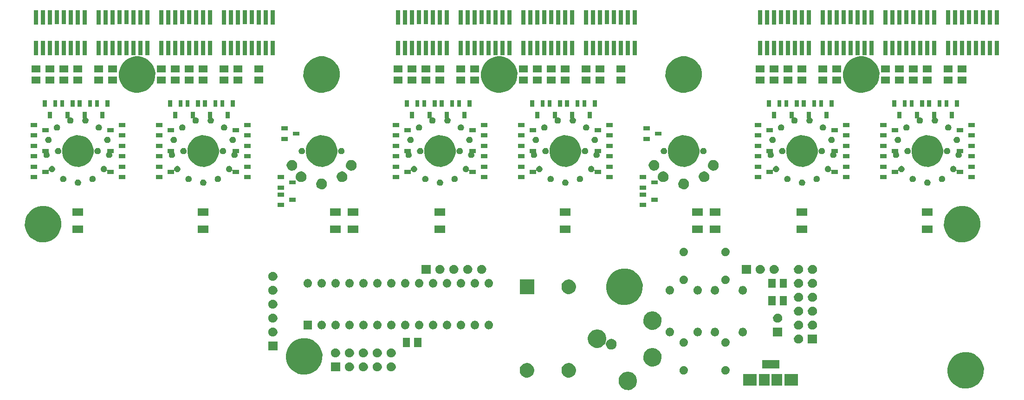
<source format=gts>
G04 (created by PCBNEW (2013-may-18)-stable) date Fr 12 Dez 2014 14:12:48 CET*
%MOIN*%
G04 Gerber Fmt 3.4, Leading zero omitted, Abs format*
%FSLAX34Y34*%
G01*
G70*
G90*
G04 APERTURE LIST*
%ADD10C,0.00590551*%
G04 APERTURE END LIST*
G54D10*
G36*
X23060Y-24772D02*
X22607Y-24772D01*
X22607Y-24477D01*
X23060Y-24477D01*
X23060Y-24772D01*
X23060Y-24772D01*
G37*
G36*
X23060Y-25522D02*
X22607Y-25522D01*
X22607Y-25227D01*
X23060Y-25227D01*
X23060Y-25522D01*
X23060Y-25522D01*
G37*
G36*
X23060Y-26272D02*
X22607Y-26272D01*
X22607Y-25977D01*
X23060Y-25977D01*
X23060Y-26272D01*
X23060Y-26272D01*
G37*
G36*
X23060Y-27022D02*
X22607Y-27022D01*
X22607Y-26727D01*
X23060Y-26727D01*
X23060Y-27022D01*
X23060Y-27022D01*
G37*
G36*
X23060Y-27772D02*
X22607Y-27772D01*
X22607Y-27477D01*
X23060Y-27477D01*
X23060Y-27772D01*
X23060Y-27772D01*
G37*
G36*
X23060Y-28522D02*
X22607Y-28522D01*
X22607Y-28227D01*
X23060Y-28227D01*
X23060Y-28522D01*
X23060Y-28522D01*
G37*
G36*
X23154Y-17412D02*
X22845Y-17412D01*
X22845Y-16387D01*
X23154Y-16387D01*
X23154Y-17412D01*
X23154Y-17412D01*
G37*
G36*
X23154Y-19612D02*
X22845Y-19612D01*
X22845Y-18587D01*
X23154Y-18587D01*
X23154Y-19612D01*
X23154Y-19612D01*
G37*
G36*
X23321Y-20854D02*
X22678Y-20854D01*
X22678Y-20334D01*
X23321Y-20334D01*
X23321Y-20854D01*
X23321Y-20854D01*
G37*
G36*
X23321Y-21665D02*
X22678Y-21665D01*
X22678Y-21145D01*
X23321Y-21145D01*
X23321Y-21665D01*
X23321Y-21665D01*
G37*
G36*
X23654Y-17412D02*
X23345Y-17412D01*
X23345Y-16387D01*
X23654Y-16387D01*
X23654Y-17412D01*
X23654Y-17412D01*
G37*
G36*
X23654Y-19612D02*
X23345Y-19612D01*
X23345Y-18587D01*
X23654Y-18587D01*
X23654Y-19612D01*
X23654Y-19612D01*
G37*
G36*
X23772Y-23310D02*
X23477Y-23310D01*
X23477Y-22857D01*
X23772Y-22857D01*
X23772Y-23310D01*
X23772Y-23310D01*
G37*
G36*
X23892Y-25147D02*
X23439Y-25147D01*
X23439Y-24852D01*
X23892Y-24852D01*
X23892Y-25147D01*
X23892Y-25147D01*
G37*
G36*
X23979Y-26752D02*
X23978Y-26799D01*
X23968Y-26846D01*
X23951Y-26884D01*
X23924Y-26922D01*
X23894Y-26951D01*
X23854Y-26976D01*
X23815Y-26991D01*
X23768Y-26999D01*
X23727Y-26999D01*
X23680Y-26988D01*
X23643Y-26972D01*
X23604Y-26945D01*
X23575Y-26915D01*
X23549Y-26875D01*
X23534Y-26837D01*
X23525Y-26790D01*
X23526Y-26749D01*
X23536Y-26702D01*
X23546Y-26678D01*
X23549Y-26671D01*
X23549Y-26663D01*
X23546Y-26656D01*
X23541Y-26650D01*
X23534Y-26647D01*
X23526Y-26647D01*
X23439Y-26647D01*
X23439Y-26352D01*
X23892Y-26352D01*
X23892Y-26580D01*
X23892Y-26588D01*
X23895Y-26595D01*
X23927Y-26627D01*
X23954Y-26667D01*
X23970Y-26705D01*
X23979Y-26752D01*
X23979Y-26752D01*
G37*
G36*
X24110Y-25676D02*
X24109Y-25724D01*
X24098Y-25770D01*
X24082Y-25808D01*
X24054Y-25847D01*
X24024Y-25875D01*
X23984Y-25901D01*
X23946Y-25916D01*
X23899Y-25924D01*
X23858Y-25923D01*
X23811Y-25913D01*
X23773Y-25896D01*
X23734Y-25869D01*
X23706Y-25839D01*
X23680Y-25799D01*
X23665Y-25761D01*
X23656Y-25714D01*
X23657Y-25673D01*
X23666Y-25626D01*
X23683Y-25589D01*
X23710Y-25549D01*
X23739Y-25520D01*
X23779Y-25494D01*
X23817Y-25479D01*
X23864Y-25470D01*
X23905Y-25470D01*
X23952Y-25480D01*
X23990Y-25496D01*
X24030Y-25523D01*
X24058Y-25551D01*
X24085Y-25592D01*
X24100Y-25629D01*
X24110Y-25676D01*
X24110Y-25676D01*
G37*
G36*
X24147Y-24142D02*
X23852Y-24142D01*
X23852Y-23689D01*
X24147Y-23689D01*
X24147Y-24142D01*
X24147Y-24142D01*
G37*
G36*
X24154Y-17412D02*
X23845Y-17412D01*
X23845Y-16387D01*
X24154Y-16387D01*
X24154Y-17412D01*
X24154Y-17412D01*
G37*
G36*
X24154Y-19612D02*
X23845Y-19612D01*
X23845Y-18587D01*
X24154Y-18587D01*
X24154Y-19612D01*
X24154Y-19612D01*
G37*
G36*
X24321Y-20854D02*
X23678Y-20854D01*
X23678Y-20334D01*
X24321Y-20334D01*
X24321Y-20854D01*
X24321Y-20854D01*
G37*
G36*
X24321Y-21665D02*
X23678Y-21665D01*
X23678Y-21145D01*
X24321Y-21145D01*
X24321Y-21665D01*
X24321Y-21665D01*
G37*
G36*
X24363Y-27765D02*
X24363Y-27812D01*
X24352Y-27859D01*
X24335Y-27897D01*
X24308Y-27935D01*
X24278Y-27964D01*
X24238Y-27989D01*
X24199Y-28004D01*
X24152Y-28012D01*
X24111Y-28012D01*
X24065Y-28001D01*
X24027Y-27985D01*
X23988Y-27958D01*
X23959Y-27928D01*
X23933Y-27888D01*
X23931Y-27882D01*
X23928Y-27875D01*
X23923Y-27870D01*
X23916Y-27867D01*
X23908Y-27867D01*
X23901Y-27870D01*
X23895Y-27875D01*
X23892Y-27882D01*
X23892Y-27890D01*
X23892Y-28147D01*
X23439Y-28147D01*
X23439Y-27852D01*
X23891Y-27852D01*
X23899Y-27852D01*
X23906Y-27849D01*
X23911Y-27843D01*
X23914Y-27836D01*
X23914Y-27828D01*
X23910Y-27803D01*
X23910Y-27762D01*
X23920Y-27715D01*
X23936Y-27677D01*
X23963Y-27638D01*
X23993Y-27609D01*
X24033Y-27583D01*
X24071Y-27567D01*
X24118Y-27558D01*
X24159Y-27559D01*
X24206Y-27568D01*
X24243Y-27584D01*
X24283Y-27611D01*
X24312Y-27640D01*
X24338Y-27680D01*
X24354Y-27718D01*
X24363Y-27765D01*
X24363Y-27765D01*
G37*
G36*
X24522Y-23310D02*
X24227Y-23310D01*
X24227Y-22857D01*
X24522Y-22857D01*
X24522Y-23310D01*
X24522Y-23310D01*
G37*
G36*
X24654Y-17396D02*
X24345Y-17396D01*
X24345Y-16371D01*
X24654Y-16371D01*
X24654Y-17396D01*
X24654Y-17396D01*
G37*
G36*
X24654Y-19612D02*
X24345Y-19612D01*
X24345Y-18587D01*
X24654Y-18587D01*
X24654Y-19612D01*
X24654Y-19612D01*
G37*
G36*
X24725Y-24784D02*
X24724Y-24832D01*
X24714Y-24878D01*
X24697Y-24916D01*
X24670Y-24955D01*
X24640Y-24983D01*
X24600Y-25009D01*
X24561Y-25024D01*
X24514Y-25032D01*
X24473Y-25031D01*
X24426Y-25021D01*
X24389Y-25004D01*
X24350Y-24977D01*
X24321Y-24948D01*
X24295Y-24908D01*
X24280Y-24869D01*
X24271Y-24822D01*
X24272Y-24781D01*
X24282Y-24735D01*
X24298Y-24697D01*
X24325Y-24657D01*
X24354Y-24629D01*
X24394Y-24602D01*
X24432Y-24587D01*
X24479Y-24578D01*
X24520Y-24578D01*
X24567Y-24588D01*
X24605Y-24604D01*
X24645Y-24631D01*
X24674Y-24660D01*
X24700Y-24700D01*
X24716Y-24737D01*
X24725Y-24784D01*
X24725Y-24784D01*
G37*
G36*
X24809Y-26479D02*
X24808Y-26527D01*
X24798Y-26573D01*
X24781Y-26611D01*
X24754Y-26649D01*
X24723Y-26678D01*
X24683Y-26703D01*
X24645Y-26718D01*
X24598Y-26727D01*
X24557Y-26726D01*
X24510Y-26716D01*
X24472Y-26699D01*
X24433Y-26672D01*
X24405Y-26642D01*
X24379Y-26602D01*
X24364Y-26564D01*
X24355Y-26517D01*
X24356Y-26476D01*
X24366Y-26429D01*
X24382Y-26391D01*
X24409Y-26352D01*
X24438Y-26323D01*
X24478Y-26297D01*
X24516Y-26282D01*
X24563Y-26273D01*
X24604Y-26273D01*
X24651Y-26283D01*
X24689Y-26298D01*
X24729Y-26325D01*
X24757Y-26354D01*
X24784Y-26394D01*
X24800Y-26432D01*
X24809Y-26479D01*
X24809Y-26479D01*
G37*
G36*
X24809Y-31623D02*
X24805Y-31913D01*
X24747Y-32166D01*
X24644Y-32398D01*
X24494Y-32610D01*
X24311Y-32785D01*
X24091Y-32924D01*
X23855Y-33016D01*
X23599Y-33061D01*
X23345Y-33056D01*
X23091Y-33000D01*
X22859Y-32899D01*
X22646Y-32750D01*
X22470Y-32568D01*
X22329Y-32349D01*
X22235Y-32114D01*
X22188Y-31858D01*
X22192Y-31605D01*
X22246Y-31350D01*
X22346Y-31117D01*
X22493Y-30903D01*
X22674Y-30725D01*
X22892Y-30583D01*
X23126Y-30488D01*
X23382Y-30439D01*
X23635Y-30441D01*
X23890Y-30493D01*
X24124Y-30591D01*
X24340Y-30737D01*
X24518Y-30917D01*
X24662Y-31134D01*
X24758Y-31367D01*
X24759Y-31369D01*
X24809Y-31623D01*
X24809Y-31623D01*
G37*
G36*
X25022Y-23310D02*
X24727Y-23310D01*
X24727Y-22857D01*
X25022Y-22857D01*
X25022Y-23310D01*
X25022Y-23310D01*
G37*
G36*
X25154Y-17396D02*
X24845Y-17396D01*
X24845Y-16371D01*
X25154Y-16371D01*
X25154Y-17396D01*
X25154Y-17396D01*
G37*
G36*
X25154Y-19612D02*
X24845Y-19612D01*
X24845Y-18587D01*
X25154Y-18587D01*
X25154Y-19612D01*
X25154Y-19612D01*
G37*
G36*
X25174Y-28483D02*
X25174Y-28531D01*
X25163Y-28577D01*
X25146Y-28615D01*
X25119Y-28654D01*
X25089Y-28682D01*
X25049Y-28708D01*
X25010Y-28723D01*
X24963Y-28731D01*
X24922Y-28730D01*
X24876Y-28720D01*
X24838Y-28703D01*
X24799Y-28676D01*
X24770Y-28646D01*
X24744Y-28606D01*
X24729Y-28568D01*
X24721Y-28521D01*
X24721Y-28480D01*
X24731Y-28433D01*
X24747Y-28396D01*
X24774Y-28356D01*
X24804Y-28328D01*
X24844Y-28301D01*
X24882Y-28286D01*
X24929Y-28277D01*
X24970Y-28277D01*
X25017Y-28287D01*
X25054Y-28303D01*
X25094Y-28330D01*
X25123Y-28358D01*
X25149Y-28399D01*
X25165Y-28436D01*
X25174Y-28483D01*
X25174Y-28483D01*
G37*
G36*
X25321Y-20854D02*
X24678Y-20854D01*
X24678Y-20334D01*
X25321Y-20334D01*
X25321Y-20854D01*
X25321Y-20854D01*
G37*
G36*
X25321Y-21665D02*
X24678Y-21665D01*
X24678Y-21145D01*
X25321Y-21145D01*
X25321Y-21665D01*
X25321Y-21665D01*
G37*
G36*
X25654Y-17412D02*
X25345Y-17412D01*
X25345Y-16387D01*
X25654Y-16387D01*
X25654Y-17412D01*
X25654Y-17412D01*
G37*
G36*
X25654Y-19612D02*
X25345Y-19612D01*
X25345Y-18587D01*
X25654Y-18587D01*
X25654Y-19612D01*
X25654Y-19612D01*
G37*
G36*
X25684Y-24281D02*
X25684Y-24329D01*
X25673Y-24375D01*
X25656Y-24413D01*
X25629Y-24451D01*
X25599Y-24480D01*
X25559Y-24505D01*
X25520Y-24520D01*
X25474Y-24529D01*
X25432Y-24528D01*
X25386Y-24517D01*
X25348Y-24501D01*
X25309Y-24474D01*
X25280Y-24444D01*
X25255Y-24404D01*
X25239Y-24366D01*
X25231Y-24319D01*
X25231Y-24278D01*
X25241Y-24231D01*
X25257Y-24193D01*
X25272Y-24173D01*
X25275Y-24166D01*
X25275Y-24158D01*
X25272Y-24151D01*
X25266Y-24145D01*
X25259Y-24142D01*
X25251Y-24142D01*
X25102Y-24142D01*
X25102Y-23689D01*
X25397Y-23689D01*
X25397Y-24055D01*
X25397Y-24063D01*
X25400Y-24070D01*
X25406Y-24075D01*
X25413Y-24078D01*
X25421Y-24078D01*
X25439Y-24075D01*
X25480Y-24075D01*
X25527Y-24085D01*
X25564Y-24100D01*
X25604Y-24127D01*
X25633Y-24156D01*
X25660Y-24196D01*
X25675Y-24234D01*
X25684Y-24281D01*
X25684Y-24281D01*
G37*
G36*
X25772Y-23310D02*
X25477Y-23310D01*
X25477Y-22857D01*
X25772Y-22857D01*
X25772Y-23310D01*
X25772Y-23310D01*
G37*
G36*
X26154Y-17412D02*
X25845Y-17412D01*
X25845Y-16387D01*
X26154Y-16387D01*
X26154Y-17412D01*
X26154Y-17412D01*
G37*
G36*
X26154Y-19612D02*
X25845Y-19612D01*
X25845Y-18587D01*
X26154Y-18587D01*
X26154Y-19612D01*
X26154Y-19612D01*
G37*
G36*
X26226Y-28742D02*
X26225Y-28790D01*
X26215Y-28836D01*
X26198Y-28874D01*
X26171Y-28913D01*
X26141Y-28942D01*
X26101Y-28967D01*
X26062Y-28982D01*
X26015Y-28990D01*
X25974Y-28989D01*
X25928Y-28979D01*
X25890Y-28963D01*
X25851Y-28936D01*
X25822Y-28906D01*
X25796Y-28866D01*
X25781Y-28828D01*
X25773Y-28781D01*
X25773Y-28740D01*
X25783Y-28693D01*
X25799Y-28655D01*
X25826Y-28616D01*
X25856Y-28587D01*
X25896Y-28561D01*
X25934Y-28545D01*
X25981Y-28536D01*
X26022Y-28537D01*
X26069Y-28546D01*
X26106Y-28562D01*
X26146Y-28589D01*
X26175Y-28618D01*
X26201Y-28658D01*
X26217Y-28696D01*
X26226Y-28742D01*
X26226Y-28742D01*
G37*
G36*
X26272Y-23310D02*
X25977Y-23310D01*
X25977Y-22857D01*
X26272Y-22857D01*
X26272Y-23310D01*
X26272Y-23310D01*
G37*
G36*
X26321Y-20854D02*
X25678Y-20854D01*
X25678Y-20334D01*
X26321Y-20334D01*
X26321Y-20854D01*
X26321Y-20854D01*
G37*
G36*
X26321Y-21665D02*
X25678Y-21665D01*
X25678Y-21145D01*
X26321Y-21145D01*
X26321Y-21665D01*
X26321Y-21665D01*
G37*
G36*
X26390Y-31157D02*
X25609Y-31157D01*
X25609Y-30617D01*
X26390Y-30617D01*
X26390Y-31157D01*
X26390Y-31157D01*
G37*
G36*
X26390Y-32382D02*
X25609Y-32382D01*
X25609Y-31842D01*
X26390Y-31842D01*
X26390Y-32382D01*
X26390Y-32382D01*
G37*
G36*
X26654Y-17412D02*
X26345Y-17412D01*
X26345Y-16387D01*
X26654Y-16387D01*
X26654Y-17412D01*
X26654Y-17412D01*
G37*
G36*
X26654Y-19612D02*
X26345Y-19612D01*
X26345Y-18587D01*
X26654Y-18587D01*
X26654Y-19612D01*
X26654Y-19612D01*
G37*
G36*
X26768Y-24281D02*
X26767Y-24329D01*
X26757Y-24375D01*
X26740Y-24413D01*
X26713Y-24451D01*
X26683Y-24480D01*
X26643Y-24505D01*
X26604Y-24520D01*
X26557Y-24529D01*
X26516Y-24528D01*
X26469Y-24517D01*
X26432Y-24501D01*
X26392Y-24474D01*
X26364Y-24444D01*
X26338Y-24404D01*
X26323Y-24366D01*
X26314Y-24319D01*
X26315Y-24278D01*
X26325Y-24231D01*
X26341Y-24193D01*
X26355Y-24173D01*
X26358Y-24166D01*
X26358Y-24158D01*
X26355Y-24151D01*
X26352Y-24147D01*
X26352Y-23689D01*
X26647Y-23689D01*
X26647Y-24085D01*
X26647Y-24093D01*
X26650Y-24100D01*
X26656Y-24106D01*
X26688Y-24127D01*
X26716Y-24156D01*
X26743Y-24196D01*
X26759Y-24234D01*
X26768Y-24281D01*
X26768Y-24281D01*
G37*
G36*
X27022Y-23310D02*
X26727Y-23310D01*
X26727Y-22857D01*
X27022Y-22857D01*
X27022Y-23310D01*
X27022Y-23310D01*
G37*
G36*
X27132Y-26390D02*
X27128Y-26641D01*
X27078Y-26860D01*
X26989Y-27060D01*
X26860Y-27244D01*
X26701Y-27395D01*
X26511Y-27516D01*
X26307Y-27595D01*
X26085Y-27634D01*
X25866Y-27629D01*
X25647Y-27581D01*
X25446Y-27493D01*
X25261Y-27365D01*
X25109Y-27207D01*
X24987Y-27018D01*
X24906Y-26815D01*
X24866Y-26593D01*
X24869Y-26374D01*
X24916Y-26154D01*
X25002Y-25953D01*
X25129Y-25767D01*
X25285Y-25614D01*
X25474Y-25491D01*
X25677Y-25409D01*
X25898Y-25366D01*
X26117Y-25368D01*
X26338Y-25413D01*
X26539Y-25498D01*
X26726Y-25624D01*
X26880Y-25779D01*
X27005Y-25967D01*
X27088Y-26169D01*
X27132Y-26390D01*
X27132Y-26390D01*
G37*
G36*
X27278Y-28483D02*
X27277Y-28531D01*
X27267Y-28577D01*
X27250Y-28615D01*
X27223Y-28654D01*
X27193Y-28682D01*
X27153Y-28708D01*
X27114Y-28723D01*
X27067Y-28731D01*
X27026Y-28730D01*
X26980Y-28720D01*
X26942Y-28703D01*
X26903Y-28676D01*
X26874Y-28646D01*
X26848Y-28606D01*
X26833Y-28568D01*
X26824Y-28521D01*
X26825Y-28480D01*
X26835Y-28433D01*
X26851Y-28396D01*
X26878Y-28356D01*
X26907Y-28328D01*
X26948Y-28301D01*
X26985Y-28286D01*
X27033Y-28277D01*
X27073Y-28277D01*
X27121Y-28287D01*
X27158Y-28303D01*
X27198Y-28330D01*
X27227Y-28358D01*
X27253Y-28399D01*
X27269Y-28436D01*
X27278Y-28483D01*
X27278Y-28483D01*
G37*
G36*
X27522Y-23310D02*
X27227Y-23310D01*
X27227Y-22857D01*
X27522Y-22857D01*
X27522Y-23310D01*
X27522Y-23310D01*
G37*
G36*
X27643Y-26479D02*
X27643Y-26527D01*
X27632Y-26573D01*
X27615Y-26611D01*
X27588Y-26649D01*
X27558Y-26678D01*
X27518Y-26703D01*
X27479Y-26718D01*
X27433Y-26727D01*
X27391Y-26726D01*
X27345Y-26716D01*
X27307Y-26699D01*
X27268Y-26672D01*
X27239Y-26642D01*
X27214Y-26602D01*
X27198Y-26564D01*
X27190Y-26517D01*
X27190Y-26476D01*
X27200Y-26429D01*
X27217Y-26391D01*
X27244Y-26352D01*
X27273Y-26323D01*
X27313Y-26297D01*
X27351Y-26282D01*
X27398Y-26273D01*
X27439Y-26273D01*
X27486Y-26283D01*
X27523Y-26298D01*
X27563Y-26325D01*
X27592Y-26354D01*
X27619Y-26394D01*
X27634Y-26432D01*
X27643Y-26479D01*
X27643Y-26479D01*
G37*
G36*
X27654Y-17412D02*
X27345Y-17412D01*
X27345Y-16387D01*
X27654Y-16387D01*
X27654Y-17412D01*
X27654Y-17412D01*
G37*
G36*
X27654Y-19612D02*
X27345Y-19612D01*
X27345Y-18587D01*
X27654Y-18587D01*
X27654Y-19612D01*
X27654Y-19612D01*
G37*
G36*
X27727Y-24784D02*
X27727Y-24832D01*
X27716Y-24878D01*
X27699Y-24916D01*
X27672Y-24955D01*
X27642Y-24983D01*
X27602Y-25009D01*
X27563Y-25024D01*
X27517Y-25032D01*
X27475Y-25031D01*
X27429Y-25021D01*
X27391Y-25004D01*
X27352Y-24977D01*
X27323Y-24948D01*
X27297Y-24908D01*
X27282Y-24869D01*
X27274Y-24822D01*
X27274Y-24781D01*
X27284Y-24735D01*
X27300Y-24697D01*
X27327Y-24657D01*
X27357Y-24629D01*
X27397Y-24602D01*
X27435Y-24587D01*
X27482Y-24578D01*
X27523Y-24578D01*
X27570Y-24588D01*
X27607Y-24604D01*
X27647Y-24631D01*
X27676Y-24660D01*
X27703Y-24700D01*
X27718Y-24737D01*
X27727Y-24784D01*
X27727Y-24784D01*
G37*
G36*
X27821Y-20854D02*
X27178Y-20854D01*
X27178Y-20334D01*
X27821Y-20334D01*
X27821Y-20854D01*
X27821Y-20854D01*
G37*
G36*
X27821Y-21665D02*
X27178Y-21665D01*
X27178Y-21145D01*
X27821Y-21145D01*
X27821Y-21665D01*
X27821Y-21665D01*
G37*
G36*
X27897Y-24142D02*
X27602Y-24142D01*
X27602Y-23689D01*
X27897Y-23689D01*
X27897Y-24142D01*
X27897Y-24142D01*
G37*
G36*
X28154Y-17412D02*
X27845Y-17412D01*
X27845Y-16387D01*
X28154Y-16387D01*
X28154Y-17412D01*
X28154Y-17412D01*
G37*
G36*
X28154Y-19612D02*
X27845Y-19612D01*
X27845Y-18587D01*
X28154Y-18587D01*
X28154Y-19612D01*
X28154Y-19612D01*
G37*
G36*
X28272Y-23310D02*
X27977Y-23310D01*
X27977Y-22857D01*
X28272Y-22857D01*
X28272Y-23310D01*
X28272Y-23310D01*
G37*
G36*
X28343Y-25676D02*
X28342Y-25724D01*
X28332Y-25770D01*
X28315Y-25808D01*
X28287Y-25847D01*
X28257Y-25875D01*
X28217Y-25901D01*
X28179Y-25916D01*
X28132Y-25924D01*
X28091Y-25923D01*
X28044Y-25913D01*
X28006Y-25896D01*
X27967Y-25869D01*
X27939Y-25839D01*
X27913Y-25799D01*
X27898Y-25761D01*
X27889Y-25714D01*
X27890Y-25673D01*
X27900Y-25626D01*
X27916Y-25589D01*
X27943Y-25549D01*
X27972Y-25520D01*
X28012Y-25494D01*
X28050Y-25479D01*
X28097Y-25470D01*
X28138Y-25470D01*
X28185Y-25480D01*
X28223Y-25496D01*
X28263Y-25523D01*
X28291Y-25551D01*
X28318Y-25592D01*
X28333Y-25629D01*
X28343Y-25676D01*
X28343Y-25676D01*
G37*
G36*
X28560Y-25147D02*
X28107Y-25147D01*
X28107Y-24852D01*
X28560Y-24852D01*
X28560Y-25147D01*
X28560Y-25147D01*
G37*
G36*
X28560Y-26647D02*
X28473Y-26647D01*
X28466Y-26647D01*
X28458Y-26650D01*
X28453Y-26656D01*
X28450Y-26663D01*
X28450Y-26671D01*
X28464Y-26705D01*
X28473Y-26752D01*
X28473Y-26799D01*
X28462Y-26846D01*
X28445Y-26884D01*
X28418Y-26922D01*
X28388Y-26951D01*
X28348Y-26976D01*
X28309Y-26991D01*
X28263Y-26999D01*
X28221Y-26999D01*
X28175Y-26988D01*
X28137Y-26972D01*
X28098Y-26945D01*
X28069Y-26915D01*
X28044Y-26875D01*
X28028Y-26837D01*
X28020Y-26790D01*
X28020Y-26749D01*
X28030Y-26702D01*
X28046Y-26664D01*
X28073Y-26625D01*
X28098Y-26600D01*
X28104Y-26595D01*
X28107Y-26588D01*
X28107Y-26580D01*
X28107Y-26352D01*
X28560Y-26352D01*
X28560Y-26647D01*
X28560Y-26647D01*
G37*
G36*
X28560Y-28147D02*
X28107Y-28147D01*
X28107Y-27889D01*
X28107Y-27882D01*
X28104Y-27874D01*
X28098Y-27869D01*
X28091Y-27866D01*
X28083Y-27866D01*
X28076Y-27869D01*
X28071Y-27874D01*
X28061Y-27897D01*
X28034Y-27935D01*
X28004Y-27964D01*
X27964Y-27989D01*
X27925Y-28004D01*
X27878Y-28012D01*
X27837Y-28012D01*
X27791Y-28001D01*
X27753Y-27985D01*
X27714Y-27958D01*
X27685Y-27928D01*
X27659Y-27888D01*
X27644Y-27850D01*
X27636Y-27803D01*
X27636Y-27762D01*
X27646Y-27715D01*
X27662Y-27677D01*
X27689Y-27638D01*
X27718Y-27609D01*
X27759Y-27583D01*
X27797Y-27567D01*
X27844Y-27558D01*
X27884Y-27559D01*
X27932Y-27568D01*
X27969Y-27584D01*
X28009Y-27611D01*
X28038Y-27640D01*
X28064Y-27680D01*
X28080Y-27718D01*
X28089Y-27765D01*
X28088Y-27812D01*
X28085Y-27828D01*
X28085Y-27836D01*
X28088Y-27843D01*
X28093Y-27849D01*
X28100Y-27852D01*
X28108Y-27852D01*
X28560Y-27852D01*
X28560Y-28147D01*
X28560Y-28147D01*
G37*
G36*
X28654Y-17412D02*
X28345Y-17412D01*
X28345Y-16387D01*
X28654Y-16387D01*
X28654Y-17412D01*
X28654Y-17412D01*
G37*
G36*
X28654Y-19612D02*
X28345Y-19612D01*
X28345Y-18587D01*
X28654Y-18587D01*
X28654Y-19612D01*
X28654Y-19612D01*
G37*
G36*
X28821Y-20854D02*
X28178Y-20854D01*
X28178Y-20334D01*
X28821Y-20334D01*
X28821Y-20854D01*
X28821Y-20854D01*
G37*
G36*
X28821Y-21665D02*
X28178Y-21665D01*
X28178Y-21145D01*
X28821Y-21145D01*
X28821Y-21665D01*
X28821Y-21665D01*
G37*
G36*
X29154Y-17396D02*
X28845Y-17396D01*
X28845Y-16371D01*
X29154Y-16371D01*
X29154Y-17396D01*
X29154Y-17396D01*
G37*
G36*
X29154Y-19612D02*
X28845Y-19612D01*
X28845Y-18587D01*
X29154Y-18587D01*
X29154Y-19612D01*
X29154Y-19612D01*
G37*
G36*
X29392Y-24772D02*
X28939Y-24772D01*
X28939Y-24477D01*
X29392Y-24477D01*
X29392Y-24772D01*
X29392Y-24772D01*
G37*
G36*
X29392Y-25522D02*
X28939Y-25522D01*
X28939Y-25227D01*
X29392Y-25227D01*
X29392Y-25522D01*
X29392Y-25522D01*
G37*
G36*
X29392Y-26272D02*
X28939Y-26272D01*
X28939Y-25977D01*
X29392Y-25977D01*
X29392Y-26272D01*
X29392Y-26272D01*
G37*
G36*
X29392Y-27022D02*
X28939Y-27022D01*
X28939Y-26727D01*
X29392Y-26727D01*
X29392Y-27022D01*
X29392Y-27022D01*
G37*
G36*
X29392Y-27772D02*
X28939Y-27772D01*
X28939Y-27477D01*
X29392Y-27477D01*
X29392Y-27772D01*
X29392Y-27772D01*
G37*
G36*
X29392Y-28522D02*
X28939Y-28522D01*
X28939Y-28227D01*
X29392Y-28227D01*
X29392Y-28522D01*
X29392Y-28522D01*
G37*
G36*
X29654Y-17396D02*
X29345Y-17396D01*
X29345Y-16371D01*
X29654Y-16371D01*
X29654Y-17396D01*
X29654Y-17396D01*
G37*
G36*
X29654Y-19612D02*
X29345Y-19612D01*
X29345Y-18587D01*
X29654Y-18587D01*
X29654Y-19612D01*
X29654Y-19612D01*
G37*
G36*
X30154Y-17412D02*
X29845Y-17412D01*
X29845Y-16387D01*
X30154Y-16387D01*
X30154Y-17412D01*
X30154Y-17412D01*
G37*
G36*
X30154Y-19612D02*
X29845Y-19612D01*
X29845Y-18587D01*
X30154Y-18587D01*
X30154Y-19612D01*
X30154Y-19612D01*
G37*
G36*
X30654Y-17412D02*
X30345Y-17412D01*
X30345Y-16387D01*
X30654Y-16387D01*
X30654Y-17412D01*
X30654Y-17412D01*
G37*
G36*
X30654Y-19612D02*
X30345Y-19612D01*
X30345Y-18587D01*
X30654Y-18587D01*
X30654Y-19612D01*
X30654Y-19612D01*
G37*
G36*
X31154Y-17412D02*
X30845Y-17412D01*
X30845Y-16387D01*
X31154Y-16387D01*
X31154Y-17412D01*
X31154Y-17412D01*
G37*
G36*
X31154Y-19612D02*
X30845Y-19612D01*
X30845Y-18587D01*
X31154Y-18587D01*
X31154Y-19612D01*
X31154Y-19612D01*
G37*
G36*
X31559Y-20873D02*
X31555Y-21163D01*
X31497Y-21416D01*
X31394Y-21648D01*
X31244Y-21860D01*
X31061Y-22035D01*
X30841Y-22174D01*
X30605Y-22266D01*
X30349Y-22311D01*
X30095Y-22306D01*
X29841Y-22250D01*
X29609Y-22149D01*
X29396Y-22000D01*
X29220Y-21818D01*
X29079Y-21599D01*
X28985Y-21364D01*
X28938Y-21108D01*
X28942Y-20855D01*
X28996Y-20600D01*
X29096Y-20367D01*
X29243Y-20153D01*
X29424Y-19975D01*
X29642Y-19833D01*
X29876Y-19738D01*
X30132Y-19689D01*
X30385Y-19691D01*
X30640Y-19743D01*
X30874Y-19841D01*
X31090Y-19987D01*
X31268Y-20167D01*
X31412Y-20384D01*
X31508Y-20617D01*
X31509Y-20619D01*
X31559Y-20873D01*
X31559Y-20873D01*
G37*
G36*
X32060Y-24772D02*
X31607Y-24772D01*
X31607Y-24477D01*
X32060Y-24477D01*
X32060Y-24772D01*
X32060Y-24772D01*
G37*
G36*
X32060Y-25522D02*
X31607Y-25522D01*
X31607Y-25227D01*
X32060Y-25227D01*
X32060Y-25522D01*
X32060Y-25522D01*
G37*
G36*
X32060Y-26272D02*
X31607Y-26272D01*
X31607Y-25977D01*
X32060Y-25977D01*
X32060Y-26272D01*
X32060Y-26272D01*
G37*
G36*
X32060Y-27022D02*
X31607Y-27022D01*
X31607Y-26727D01*
X32060Y-26727D01*
X32060Y-27022D01*
X32060Y-27022D01*
G37*
G36*
X32060Y-27772D02*
X31607Y-27772D01*
X31607Y-27477D01*
X32060Y-27477D01*
X32060Y-27772D01*
X32060Y-27772D01*
G37*
G36*
X32060Y-28522D02*
X31607Y-28522D01*
X31607Y-28227D01*
X32060Y-28227D01*
X32060Y-28522D01*
X32060Y-28522D01*
G37*
G36*
X32154Y-17412D02*
X31845Y-17412D01*
X31845Y-16387D01*
X32154Y-16387D01*
X32154Y-17412D01*
X32154Y-17412D01*
G37*
G36*
X32154Y-19612D02*
X31845Y-19612D01*
X31845Y-18587D01*
X32154Y-18587D01*
X32154Y-19612D01*
X32154Y-19612D01*
G37*
G36*
X32321Y-20854D02*
X31678Y-20854D01*
X31678Y-20334D01*
X32321Y-20334D01*
X32321Y-20854D01*
X32321Y-20854D01*
G37*
G36*
X32321Y-21665D02*
X31678Y-21665D01*
X31678Y-21145D01*
X32321Y-21145D01*
X32321Y-21665D01*
X32321Y-21665D01*
G37*
G36*
X32654Y-17412D02*
X32345Y-17412D01*
X32345Y-16387D01*
X32654Y-16387D01*
X32654Y-17412D01*
X32654Y-17412D01*
G37*
G36*
X32654Y-19612D02*
X32345Y-19612D01*
X32345Y-18587D01*
X32654Y-18587D01*
X32654Y-19612D01*
X32654Y-19612D01*
G37*
G36*
X32772Y-23310D02*
X32477Y-23310D01*
X32477Y-22857D01*
X32772Y-22857D01*
X32772Y-23310D01*
X32772Y-23310D01*
G37*
G36*
X32892Y-25147D02*
X32439Y-25147D01*
X32439Y-24852D01*
X32892Y-24852D01*
X32892Y-25147D01*
X32892Y-25147D01*
G37*
G36*
X32979Y-26752D02*
X32978Y-26799D01*
X32968Y-26846D01*
X32951Y-26884D01*
X32924Y-26922D01*
X32894Y-26951D01*
X32854Y-26976D01*
X32815Y-26991D01*
X32768Y-26999D01*
X32727Y-26999D01*
X32680Y-26988D01*
X32643Y-26972D01*
X32604Y-26945D01*
X32575Y-26915D01*
X32549Y-26875D01*
X32534Y-26837D01*
X32525Y-26790D01*
X32526Y-26749D01*
X32536Y-26702D01*
X32546Y-26678D01*
X32549Y-26671D01*
X32549Y-26663D01*
X32546Y-26656D01*
X32541Y-26650D01*
X32534Y-26647D01*
X32526Y-26647D01*
X32439Y-26647D01*
X32439Y-26352D01*
X32892Y-26352D01*
X32892Y-26580D01*
X32892Y-26588D01*
X32895Y-26595D01*
X32927Y-26627D01*
X32954Y-26667D01*
X32970Y-26705D01*
X32979Y-26752D01*
X32979Y-26752D01*
G37*
G36*
X33110Y-25676D02*
X33109Y-25724D01*
X33098Y-25770D01*
X33082Y-25808D01*
X33054Y-25847D01*
X33024Y-25875D01*
X32984Y-25901D01*
X32946Y-25916D01*
X32899Y-25924D01*
X32858Y-25923D01*
X32811Y-25913D01*
X32773Y-25896D01*
X32734Y-25869D01*
X32706Y-25839D01*
X32680Y-25799D01*
X32665Y-25761D01*
X32656Y-25714D01*
X32657Y-25673D01*
X32666Y-25626D01*
X32683Y-25589D01*
X32710Y-25549D01*
X32739Y-25520D01*
X32779Y-25494D01*
X32817Y-25479D01*
X32864Y-25470D01*
X32905Y-25470D01*
X32952Y-25480D01*
X32990Y-25496D01*
X33030Y-25523D01*
X33058Y-25551D01*
X33085Y-25592D01*
X33100Y-25629D01*
X33110Y-25676D01*
X33110Y-25676D01*
G37*
G36*
X33147Y-24142D02*
X32852Y-24142D01*
X32852Y-23689D01*
X33147Y-23689D01*
X33147Y-24142D01*
X33147Y-24142D01*
G37*
G36*
X33154Y-17412D02*
X32845Y-17412D01*
X32845Y-16387D01*
X33154Y-16387D01*
X33154Y-17412D01*
X33154Y-17412D01*
G37*
G36*
X33154Y-19612D02*
X32845Y-19612D01*
X32845Y-18587D01*
X33154Y-18587D01*
X33154Y-19612D01*
X33154Y-19612D01*
G37*
G36*
X33321Y-20854D02*
X32678Y-20854D01*
X32678Y-20334D01*
X33321Y-20334D01*
X33321Y-20854D01*
X33321Y-20854D01*
G37*
G36*
X33321Y-21665D02*
X32678Y-21665D01*
X32678Y-21145D01*
X33321Y-21145D01*
X33321Y-21665D01*
X33321Y-21665D01*
G37*
G36*
X33363Y-27765D02*
X33363Y-27812D01*
X33352Y-27859D01*
X33335Y-27897D01*
X33308Y-27935D01*
X33278Y-27964D01*
X33238Y-27989D01*
X33199Y-28004D01*
X33152Y-28012D01*
X33111Y-28012D01*
X33065Y-28001D01*
X33027Y-27985D01*
X32988Y-27958D01*
X32959Y-27928D01*
X32933Y-27888D01*
X32931Y-27882D01*
X32928Y-27875D01*
X32923Y-27870D01*
X32916Y-27867D01*
X32908Y-27867D01*
X32901Y-27870D01*
X32895Y-27875D01*
X32892Y-27882D01*
X32892Y-27890D01*
X32892Y-28147D01*
X32439Y-28147D01*
X32439Y-27852D01*
X32891Y-27852D01*
X32899Y-27852D01*
X32906Y-27849D01*
X32911Y-27843D01*
X32914Y-27836D01*
X32914Y-27828D01*
X32910Y-27803D01*
X32910Y-27762D01*
X32920Y-27715D01*
X32936Y-27677D01*
X32963Y-27638D01*
X32993Y-27609D01*
X33033Y-27583D01*
X33071Y-27567D01*
X33118Y-27558D01*
X33159Y-27559D01*
X33206Y-27568D01*
X33243Y-27584D01*
X33283Y-27611D01*
X33312Y-27640D01*
X33338Y-27680D01*
X33354Y-27718D01*
X33363Y-27765D01*
X33363Y-27765D01*
G37*
G36*
X33522Y-23310D02*
X33227Y-23310D01*
X33227Y-22857D01*
X33522Y-22857D01*
X33522Y-23310D01*
X33522Y-23310D01*
G37*
G36*
X33654Y-17396D02*
X33345Y-17396D01*
X33345Y-16371D01*
X33654Y-16371D01*
X33654Y-17396D01*
X33654Y-17396D01*
G37*
G36*
X33654Y-19612D02*
X33345Y-19612D01*
X33345Y-18587D01*
X33654Y-18587D01*
X33654Y-19612D01*
X33654Y-19612D01*
G37*
G36*
X33725Y-24784D02*
X33724Y-24832D01*
X33714Y-24878D01*
X33697Y-24916D01*
X33670Y-24955D01*
X33640Y-24983D01*
X33600Y-25009D01*
X33561Y-25024D01*
X33514Y-25032D01*
X33473Y-25031D01*
X33426Y-25021D01*
X33389Y-25004D01*
X33350Y-24977D01*
X33321Y-24948D01*
X33295Y-24908D01*
X33280Y-24869D01*
X33271Y-24822D01*
X33272Y-24781D01*
X33282Y-24735D01*
X33298Y-24697D01*
X33325Y-24657D01*
X33354Y-24629D01*
X33394Y-24602D01*
X33432Y-24587D01*
X33479Y-24578D01*
X33520Y-24578D01*
X33567Y-24588D01*
X33605Y-24604D01*
X33645Y-24631D01*
X33674Y-24660D01*
X33700Y-24700D01*
X33716Y-24737D01*
X33725Y-24784D01*
X33725Y-24784D01*
G37*
G36*
X33809Y-26479D02*
X33808Y-26527D01*
X33798Y-26573D01*
X33781Y-26611D01*
X33754Y-26649D01*
X33723Y-26678D01*
X33683Y-26703D01*
X33645Y-26718D01*
X33598Y-26727D01*
X33557Y-26726D01*
X33510Y-26716D01*
X33472Y-26699D01*
X33433Y-26672D01*
X33405Y-26642D01*
X33379Y-26602D01*
X33364Y-26564D01*
X33355Y-26517D01*
X33356Y-26476D01*
X33366Y-26429D01*
X33382Y-26391D01*
X33409Y-26352D01*
X33438Y-26323D01*
X33478Y-26297D01*
X33516Y-26282D01*
X33563Y-26273D01*
X33604Y-26273D01*
X33651Y-26283D01*
X33689Y-26298D01*
X33729Y-26325D01*
X33757Y-26354D01*
X33784Y-26394D01*
X33800Y-26432D01*
X33809Y-26479D01*
X33809Y-26479D01*
G37*
G36*
X34022Y-23310D02*
X33727Y-23310D01*
X33727Y-22857D01*
X34022Y-22857D01*
X34022Y-23310D01*
X34022Y-23310D01*
G37*
G36*
X34154Y-17396D02*
X33845Y-17396D01*
X33845Y-16371D01*
X34154Y-16371D01*
X34154Y-17396D01*
X34154Y-17396D01*
G37*
G36*
X34154Y-19612D02*
X33845Y-19612D01*
X33845Y-18587D01*
X34154Y-18587D01*
X34154Y-19612D01*
X34154Y-19612D01*
G37*
G36*
X34174Y-28483D02*
X34174Y-28531D01*
X34163Y-28577D01*
X34146Y-28615D01*
X34119Y-28654D01*
X34089Y-28682D01*
X34049Y-28708D01*
X34010Y-28723D01*
X33963Y-28731D01*
X33922Y-28730D01*
X33876Y-28720D01*
X33838Y-28703D01*
X33799Y-28676D01*
X33770Y-28646D01*
X33744Y-28606D01*
X33729Y-28568D01*
X33721Y-28521D01*
X33721Y-28480D01*
X33731Y-28433D01*
X33747Y-28396D01*
X33774Y-28356D01*
X33804Y-28328D01*
X33844Y-28301D01*
X33882Y-28286D01*
X33929Y-28277D01*
X33970Y-28277D01*
X34017Y-28287D01*
X34054Y-28303D01*
X34094Y-28330D01*
X34123Y-28358D01*
X34149Y-28399D01*
X34165Y-28436D01*
X34174Y-28483D01*
X34174Y-28483D01*
G37*
G36*
X34321Y-20854D02*
X33678Y-20854D01*
X33678Y-20334D01*
X34321Y-20334D01*
X34321Y-20854D01*
X34321Y-20854D01*
G37*
G36*
X34321Y-21665D02*
X33678Y-21665D01*
X33678Y-21145D01*
X34321Y-21145D01*
X34321Y-21665D01*
X34321Y-21665D01*
G37*
G36*
X34654Y-17412D02*
X34345Y-17412D01*
X34345Y-16387D01*
X34654Y-16387D01*
X34654Y-17412D01*
X34654Y-17412D01*
G37*
G36*
X34654Y-19612D02*
X34345Y-19612D01*
X34345Y-18587D01*
X34654Y-18587D01*
X34654Y-19612D01*
X34654Y-19612D01*
G37*
G36*
X34684Y-24281D02*
X34684Y-24329D01*
X34673Y-24375D01*
X34656Y-24413D01*
X34629Y-24451D01*
X34599Y-24480D01*
X34559Y-24505D01*
X34520Y-24520D01*
X34474Y-24529D01*
X34432Y-24528D01*
X34386Y-24517D01*
X34348Y-24501D01*
X34309Y-24474D01*
X34280Y-24444D01*
X34255Y-24404D01*
X34239Y-24366D01*
X34231Y-24319D01*
X34231Y-24278D01*
X34241Y-24231D01*
X34257Y-24193D01*
X34272Y-24173D01*
X34275Y-24166D01*
X34275Y-24158D01*
X34272Y-24151D01*
X34266Y-24145D01*
X34259Y-24142D01*
X34251Y-24142D01*
X34102Y-24142D01*
X34102Y-23689D01*
X34397Y-23689D01*
X34397Y-24055D01*
X34397Y-24063D01*
X34400Y-24070D01*
X34406Y-24075D01*
X34413Y-24078D01*
X34421Y-24078D01*
X34439Y-24075D01*
X34480Y-24075D01*
X34527Y-24085D01*
X34564Y-24100D01*
X34604Y-24127D01*
X34633Y-24156D01*
X34660Y-24196D01*
X34675Y-24234D01*
X34684Y-24281D01*
X34684Y-24281D01*
G37*
G36*
X34772Y-23310D02*
X34477Y-23310D01*
X34477Y-22857D01*
X34772Y-22857D01*
X34772Y-23310D01*
X34772Y-23310D01*
G37*
G36*
X35154Y-17412D02*
X34845Y-17412D01*
X34845Y-16387D01*
X35154Y-16387D01*
X35154Y-17412D01*
X35154Y-17412D01*
G37*
G36*
X35154Y-19612D02*
X34845Y-19612D01*
X34845Y-18587D01*
X35154Y-18587D01*
X35154Y-19612D01*
X35154Y-19612D01*
G37*
G36*
X35226Y-28742D02*
X35225Y-28790D01*
X35215Y-28836D01*
X35198Y-28874D01*
X35171Y-28913D01*
X35141Y-28942D01*
X35101Y-28967D01*
X35062Y-28982D01*
X35015Y-28990D01*
X34974Y-28989D01*
X34928Y-28979D01*
X34890Y-28963D01*
X34851Y-28936D01*
X34822Y-28906D01*
X34796Y-28866D01*
X34781Y-28828D01*
X34773Y-28781D01*
X34773Y-28740D01*
X34783Y-28693D01*
X34799Y-28655D01*
X34826Y-28616D01*
X34856Y-28587D01*
X34896Y-28561D01*
X34934Y-28545D01*
X34981Y-28536D01*
X35022Y-28537D01*
X35069Y-28546D01*
X35106Y-28562D01*
X35146Y-28589D01*
X35175Y-28618D01*
X35201Y-28658D01*
X35217Y-28696D01*
X35226Y-28742D01*
X35226Y-28742D01*
G37*
G36*
X35272Y-23310D02*
X34977Y-23310D01*
X34977Y-22857D01*
X35272Y-22857D01*
X35272Y-23310D01*
X35272Y-23310D01*
G37*
G36*
X35321Y-20854D02*
X34678Y-20854D01*
X34678Y-20334D01*
X35321Y-20334D01*
X35321Y-20854D01*
X35321Y-20854D01*
G37*
G36*
X35321Y-21665D02*
X34678Y-21665D01*
X34678Y-21145D01*
X35321Y-21145D01*
X35321Y-21665D01*
X35321Y-21665D01*
G37*
G36*
X35390Y-31157D02*
X34609Y-31157D01*
X34609Y-30617D01*
X35390Y-30617D01*
X35390Y-31157D01*
X35390Y-31157D01*
G37*
G36*
X35390Y-32382D02*
X34609Y-32382D01*
X34609Y-31842D01*
X35390Y-31842D01*
X35390Y-32382D01*
X35390Y-32382D01*
G37*
G36*
X35654Y-17412D02*
X35345Y-17412D01*
X35345Y-16387D01*
X35654Y-16387D01*
X35654Y-17412D01*
X35654Y-17412D01*
G37*
G36*
X35654Y-19612D02*
X35345Y-19612D01*
X35345Y-18587D01*
X35654Y-18587D01*
X35654Y-19612D01*
X35654Y-19612D01*
G37*
G36*
X35768Y-24281D02*
X35767Y-24329D01*
X35757Y-24375D01*
X35740Y-24413D01*
X35713Y-24451D01*
X35683Y-24480D01*
X35643Y-24505D01*
X35604Y-24520D01*
X35557Y-24529D01*
X35516Y-24528D01*
X35469Y-24517D01*
X35432Y-24501D01*
X35392Y-24474D01*
X35364Y-24444D01*
X35338Y-24404D01*
X35323Y-24366D01*
X35314Y-24319D01*
X35315Y-24278D01*
X35325Y-24231D01*
X35341Y-24193D01*
X35355Y-24173D01*
X35358Y-24166D01*
X35358Y-24158D01*
X35355Y-24151D01*
X35352Y-24147D01*
X35352Y-23689D01*
X35647Y-23689D01*
X35647Y-24085D01*
X35647Y-24093D01*
X35650Y-24100D01*
X35656Y-24106D01*
X35688Y-24127D01*
X35716Y-24156D01*
X35743Y-24196D01*
X35759Y-24234D01*
X35768Y-24281D01*
X35768Y-24281D01*
G37*
G36*
X36022Y-23310D02*
X35727Y-23310D01*
X35727Y-22857D01*
X36022Y-22857D01*
X36022Y-23310D01*
X36022Y-23310D01*
G37*
G36*
X36132Y-26390D02*
X36128Y-26641D01*
X36078Y-26860D01*
X35989Y-27060D01*
X35860Y-27244D01*
X35701Y-27395D01*
X35511Y-27516D01*
X35307Y-27595D01*
X35085Y-27634D01*
X34866Y-27629D01*
X34647Y-27581D01*
X34446Y-27493D01*
X34261Y-27365D01*
X34109Y-27207D01*
X33987Y-27018D01*
X33906Y-26815D01*
X33866Y-26593D01*
X33869Y-26374D01*
X33916Y-26154D01*
X34002Y-25953D01*
X34129Y-25767D01*
X34285Y-25614D01*
X34474Y-25491D01*
X34677Y-25409D01*
X34898Y-25366D01*
X35117Y-25368D01*
X35338Y-25413D01*
X35539Y-25498D01*
X35726Y-25624D01*
X35880Y-25779D01*
X36005Y-25967D01*
X36088Y-26169D01*
X36132Y-26390D01*
X36132Y-26390D01*
G37*
G36*
X36278Y-28483D02*
X36277Y-28531D01*
X36267Y-28577D01*
X36250Y-28615D01*
X36223Y-28654D01*
X36193Y-28682D01*
X36153Y-28708D01*
X36114Y-28723D01*
X36067Y-28731D01*
X36026Y-28730D01*
X35980Y-28720D01*
X35942Y-28703D01*
X35903Y-28676D01*
X35874Y-28646D01*
X35848Y-28606D01*
X35833Y-28568D01*
X35824Y-28521D01*
X35825Y-28480D01*
X35835Y-28433D01*
X35851Y-28396D01*
X35878Y-28356D01*
X35907Y-28328D01*
X35948Y-28301D01*
X35985Y-28286D01*
X36033Y-28277D01*
X36073Y-28277D01*
X36121Y-28287D01*
X36158Y-28303D01*
X36198Y-28330D01*
X36227Y-28358D01*
X36253Y-28399D01*
X36269Y-28436D01*
X36278Y-28483D01*
X36278Y-28483D01*
G37*
G36*
X36522Y-23310D02*
X36227Y-23310D01*
X36227Y-22857D01*
X36522Y-22857D01*
X36522Y-23310D01*
X36522Y-23310D01*
G37*
G36*
X36643Y-26479D02*
X36643Y-26527D01*
X36632Y-26573D01*
X36615Y-26611D01*
X36588Y-26649D01*
X36558Y-26678D01*
X36518Y-26703D01*
X36479Y-26718D01*
X36433Y-26727D01*
X36391Y-26726D01*
X36345Y-26716D01*
X36307Y-26699D01*
X36268Y-26672D01*
X36239Y-26642D01*
X36214Y-26602D01*
X36198Y-26564D01*
X36190Y-26517D01*
X36190Y-26476D01*
X36200Y-26429D01*
X36217Y-26391D01*
X36244Y-26352D01*
X36273Y-26323D01*
X36313Y-26297D01*
X36351Y-26282D01*
X36398Y-26273D01*
X36439Y-26273D01*
X36486Y-26283D01*
X36523Y-26298D01*
X36563Y-26325D01*
X36592Y-26354D01*
X36619Y-26394D01*
X36634Y-26432D01*
X36643Y-26479D01*
X36643Y-26479D01*
G37*
G36*
X36654Y-17412D02*
X36345Y-17412D01*
X36345Y-16387D01*
X36654Y-16387D01*
X36654Y-17412D01*
X36654Y-17412D01*
G37*
G36*
X36654Y-19612D02*
X36345Y-19612D01*
X36345Y-18587D01*
X36654Y-18587D01*
X36654Y-19612D01*
X36654Y-19612D01*
G37*
G36*
X36727Y-24784D02*
X36727Y-24832D01*
X36716Y-24878D01*
X36699Y-24916D01*
X36672Y-24955D01*
X36642Y-24983D01*
X36602Y-25009D01*
X36563Y-25024D01*
X36517Y-25032D01*
X36475Y-25031D01*
X36429Y-25021D01*
X36391Y-25004D01*
X36352Y-24977D01*
X36323Y-24948D01*
X36297Y-24908D01*
X36282Y-24869D01*
X36274Y-24822D01*
X36274Y-24781D01*
X36284Y-24735D01*
X36300Y-24697D01*
X36327Y-24657D01*
X36357Y-24629D01*
X36397Y-24602D01*
X36435Y-24587D01*
X36482Y-24578D01*
X36523Y-24578D01*
X36570Y-24588D01*
X36607Y-24604D01*
X36647Y-24631D01*
X36676Y-24660D01*
X36703Y-24700D01*
X36718Y-24737D01*
X36727Y-24784D01*
X36727Y-24784D01*
G37*
G36*
X36821Y-20854D02*
X36178Y-20854D01*
X36178Y-20334D01*
X36821Y-20334D01*
X36821Y-20854D01*
X36821Y-20854D01*
G37*
G36*
X36821Y-21665D02*
X36178Y-21665D01*
X36178Y-21145D01*
X36821Y-21145D01*
X36821Y-21665D01*
X36821Y-21665D01*
G37*
G36*
X36897Y-24142D02*
X36602Y-24142D01*
X36602Y-23689D01*
X36897Y-23689D01*
X36897Y-24142D01*
X36897Y-24142D01*
G37*
G36*
X37154Y-17412D02*
X36845Y-17412D01*
X36845Y-16387D01*
X37154Y-16387D01*
X37154Y-17412D01*
X37154Y-17412D01*
G37*
G36*
X37154Y-19612D02*
X36845Y-19612D01*
X36845Y-18587D01*
X37154Y-18587D01*
X37154Y-19612D01*
X37154Y-19612D01*
G37*
G36*
X37272Y-23310D02*
X36977Y-23310D01*
X36977Y-22857D01*
X37272Y-22857D01*
X37272Y-23310D01*
X37272Y-23310D01*
G37*
G36*
X37343Y-25676D02*
X37342Y-25724D01*
X37332Y-25770D01*
X37315Y-25808D01*
X37287Y-25847D01*
X37257Y-25875D01*
X37217Y-25901D01*
X37179Y-25916D01*
X37132Y-25924D01*
X37091Y-25923D01*
X37044Y-25913D01*
X37006Y-25896D01*
X36967Y-25869D01*
X36939Y-25839D01*
X36913Y-25799D01*
X36898Y-25761D01*
X36889Y-25714D01*
X36890Y-25673D01*
X36900Y-25626D01*
X36916Y-25589D01*
X36943Y-25549D01*
X36972Y-25520D01*
X37012Y-25494D01*
X37050Y-25479D01*
X37097Y-25470D01*
X37138Y-25470D01*
X37185Y-25480D01*
X37223Y-25496D01*
X37263Y-25523D01*
X37291Y-25551D01*
X37318Y-25592D01*
X37333Y-25629D01*
X37343Y-25676D01*
X37343Y-25676D01*
G37*
G36*
X37560Y-25147D02*
X37107Y-25147D01*
X37107Y-24852D01*
X37560Y-24852D01*
X37560Y-25147D01*
X37560Y-25147D01*
G37*
G36*
X37560Y-26647D02*
X37473Y-26647D01*
X37466Y-26647D01*
X37458Y-26650D01*
X37453Y-26656D01*
X37450Y-26663D01*
X37450Y-26671D01*
X37464Y-26705D01*
X37473Y-26752D01*
X37473Y-26799D01*
X37462Y-26846D01*
X37445Y-26884D01*
X37418Y-26922D01*
X37388Y-26951D01*
X37348Y-26976D01*
X37309Y-26991D01*
X37263Y-26999D01*
X37221Y-26999D01*
X37175Y-26988D01*
X37137Y-26972D01*
X37098Y-26945D01*
X37069Y-26915D01*
X37044Y-26875D01*
X37028Y-26837D01*
X37020Y-26790D01*
X37020Y-26749D01*
X37030Y-26702D01*
X37046Y-26664D01*
X37073Y-26625D01*
X37098Y-26600D01*
X37104Y-26595D01*
X37107Y-26588D01*
X37107Y-26580D01*
X37107Y-26352D01*
X37560Y-26352D01*
X37560Y-26647D01*
X37560Y-26647D01*
G37*
G36*
X37560Y-28147D02*
X37107Y-28147D01*
X37107Y-27889D01*
X37107Y-27882D01*
X37104Y-27874D01*
X37098Y-27869D01*
X37091Y-27866D01*
X37083Y-27866D01*
X37076Y-27869D01*
X37071Y-27874D01*
X37061Y-27897D01*
X37034Y-27935D01*
X37004Y-27964D01*
X36964Y-27989D01*
X36925Y-28004D01*
X36878Y-28012D01*
X36837Y-28012D01*
X36791Y-28001D01*
X36753Y-27985D01*
X36714Y-27958D01*
X36685Y-27928D01*
X36659Y-27888D01*
X36644Y-27850D01*
X36636Y-27803D01*
X36636Y-27762D01*
X36646Y-27715D01*
X36662Y-27677D01*
X36689Y-27638D01*
X36718Y-27609D01*
X36759Y-27583D01*
X36797Y-27567D01*
X36844Y-27558D01*
X36884Y-27559D01*
X36932Y-27568D01*
X36969Y-27584D01*
X37009Y-27611D01*
X37038Y-27640D01*
X37064Y-27680D01*
X37080Y-27718D01*
X37089Y-27765D01*
X37088Y-27812D01*
X37085Y-27828D01*
X37085Y-27836D01*
X37088Y-27843D01*
X37093Y-27849D01*
X37100Y-27852D01*
X37108Y-27852D01*
X37560Y-27852D01*
X37560Y-28147D01*
X37560Y-28147D01*
G37*
G36*
X37654Y-17412D02*
X37345Y-17412D01*
X37345Y-16387D01*
X37654Y-16387D01*
X37654Y-17412D01*
X37654Y-17412D01*
G37*
G36*
X37654Y-19612D02*
X37345Y-19612D01*
X37345Y-18587D01*
X37654Y-18587D01*
X37654Y-19612D01*
X37654Y-19612D01*
G37*
G36*
X37821Y-20854D02*
X37178Y-20854D01*
X37178Y-20334D01*
X37821Y-20334D01*
X37821Y-20854D01*
X37821Y-20854D01*
G37*
G36*
X37821Y-21665D02*
X37178Y-21665D01*
X37178Y-21145D01*
X37821Y-21145D01*
X37821Y-21665D01*
X37821Y-21665D01*
G37*
G36*
X38154Y-17396D02*
X37845Y-17396D01*
X37845Y-16371D01*
X38154Y-16371D01*
X38154Y-17396D01*
X38154Y-17396D01*
G37*
G36*
X38154Y-19612D02*
X37845Y-19612D01*
X37845Y-18587D01*
X38154Y-18587D01*
X38154Y-19612D01*
X38154Y-19612D01*
G37*
G36*
X38392Y-24772D02*
X37939Y-24772D01*
X37939Y-24477D01*
X38392Y-24477D01*
X38392Y-24772D01*
X38392Y-24772D01*
G37*
G36*
X38392Y-25522D02*
X37939Y-25522D01*
X37939Y-25227D01*
X38392Y-25227D01*
X38392Y-25522D01*
X38392Y-25522D01*
G37*
G36*
X38392Y-26272D02*
X37939Y-26272D01*
X37939Y-25977D01*
X38392Y-25977D01*
X38392Y-26272D01*
X38392Y-26272D01*
G37*
G36*
X38392Y-27022D02*
X37939Y-27022D01*
X37939Y-26727D01*
X38392Y-26727D01*
X38392Y-27022D01*
X38392Y-27022D01*
G37*
G36*
X38392Y-27772D02*
X37939Y-27772D01*
X37939Y-27477D01*
X38392Y-27477D01*
X38392Y-27772D01*
X38392Y-27772D01*
G37*
G36*
X38392Y-28522D02*
X37939Y-28522D01*
X37939Y-28227D01*
X38392Y-28227D01*
X38392Y-28522D01*
X38392Y-28522D01*
G37*
G36*
X38654Y-17396D02*
X38345Y-17396D01*
X38345Y-16371D01*
X38654Y-16371D01*
X38654Y-17396D01*
X38654Y-17396D01*
G37*
G36*
X38654Y-19612D02*
X38345Y-19612D01*
X38345Y-18587D01*
X38654Y-18587D01*
X38654Y-19612D01*
X38654Y-19612D01*
G37*
G36*
X39154Y-17412D02*
X38845Y-17412D01*
X38845Y-16387D01*
X39154Y-16387D01*
X39154Y-17412D01*
X39154Y-17412D01*
G37*
G36*
X39154Y-19612D02*
X38845Y-19612D01*
X38845Y-18587D01*
X39154Y-18587D01*
X39154Y-19612D01*
X39154Y-19612D01*
G37*
G36*
X39321Y-20854D02*
X38678Y-20854D01*
X38678Y-20334D01*
X39321Y-20334D01*
X39321Y-20854D01*
X39321Y-20854D01*
G37*
G36*
X39321Y-21665D02*
X38678Y-21665D01*
X38678Y-21145D01*
X39321Y-21145D01*
X39321Y-21665D01*
X39321Y-21665D01*
G37*
G36*
X39654Y-17412D02*
X39345Y-17412D01*
X39345Y-16387D01*
X39654Y-16387D01*
X39654Y-17412D01*
X39654Y-17412D01*
G37*
G36*
X39654Y-19612D02*
X39345Y-19612D01*
X39345Y-18587D01*
X39654Y-18587D01*
X39654Y-19612D01*
X39654Y-19612D01*
G37*
G36*
X40154Y-17412D02*
X39845Y-17412D01*
X39845Y-16387D01*
X40154Y-16387D01*
X40154Y-17412D01*
X40154Y-17412D01*
G37*
G36*
X40154Y-19612D02*
X39845Y-19612D01*
X39845Y-18587D01*
X40154Y-18587D01*
X40154Y-19612D01*
X40154Y-19612D01*
G37*
G36*
X40329Y-35469D02*
X40328Y-35540D01*
X40313Y-35605D01*
X40288Y-35662D01*
X40249Y-35717D01*
X40205Y-35760D01*
X40148Y-35796D01*
X40090Y-35818D01*
X40023Y-35830D01*
X39962Y-35829D01*
X39896Y-35814D01*
X39839Y-35789D01*
X39784Y-35751D01*
X39741Y-35707D01*
X39704Y-35649D01*
X39681Y-35592D01*
X39669Y-35526D01*
X39670Y-35464D01*
X39684Y-35398D01*
X39708Y-35341D01*
X39747Y-35285D01*
X39791Y-35242D01*
X39848Y-35205D01*
X39904Y-35182D01*
X39971Y-35169D01*
X40032Y-35170D01*
X40099Y-35184D01*
X40155Y-35207D01*
X40212Y-35245D01*
X40255Y-35289D01*
X40293Y-35346D01*
X40316Y-35402D01*
X40316Y-35404D01*
X40329Y-35469D01*
X40329Y-35469D01*
G37*
G36*
X40329Y-36469D02*
X40328Y-36540D01*
X40313Y-36605D01*
X40288Y-36662D01*
X40249Y-36717D01*
X40205Y-36760D01*
X40148Y-36796D01*
X40090Y-36818D01*
X40023Y-36830D01*
X39962Y-36829D01*
X39896Y-36814D01*
X39839Y-36789D01*
X39784Y-36751D01*
X39741Y-36707D01*
X39704Y-36649D01*
X39681Y-36592D01*
X39669Y-36526D01*
X39670Y-36464D01*
X39684Y-36398D01*
X39708Y-36341D01*
X39747Y-36285D01*
X39791Y-36242D01*
X39848Y-36205D01*
X39904Y-36182D01*
X39971Y-36169D01*
X40032Y-36170D01*
X40099Y-36184D01*
X40155Y-36207D01*
X40212Y-36245D01*
X40255Y-36289D01*
X40293Y-36346D01*
X40316Y-36402D01*
X40316Y-36404D01*
X40329Y-36469D01*
X40329Y-36469D01*
G37*
G36*
X40329Y-37469D02*
X40328Y-37540D01*
X40313Y-37605D01*
X40288Y-37662D01*
X40249Y-37717D01*
X40205Y-37760D01*
X40148Y-37796D01*
X40090Y-37818D01*
X40023Y-37830D01*
X39962Y-37829D01*
X39896Y-37814D01*
X39839Y-37789D01*
X39784Y-37751D01*
X39741Y-37707D01*
X39704Y-37649D01*
X39681Y-37592D01*
X39669Y-37526D01*
X39670Y-37464D01*
X39684Y-37398D01*
X39708Y-37341D01*
X39747Y-37285D01*
X39791Y-37242D01*
X39848Y-37205D01*
X39904Y-37182D01*
X39971Y-37169D01*
X40032Y-37170D01*
X40099Y-37184D01*
X40155Y-37207D01*
X40212Y-37245D01*
X40255Y-37289D01*
X40293Y-37346D01*
X40316Y-37402D01*
X40316Y-37404D01*
X40329Y-37469D01*
X40329Y-37469D01*
G37*
G36*
X40329Y-38469D02*
X40328Y-38540D01*
X40313Y-38605D01*
X40288Y-38662D01*
X40249Y-38717D01*
X40205Y-38760D01*
X40148Y-38796D01*
X40090Y-38818D01*
X40023Y-38830D01*
X39962Y-38829D01*
X39896Y-38814D01*
X39839Y-38789D01*
X39784Y-38751D01*
X39741Y-38707D01*
X39704Y-38649D01*
X39681Y-38592D01*
X39669Y-38526D01*
X39670Y-38464D01*
X39684Y-38398D01*
X39708Y-38341D01*
X39747Y-38285D01*
X39791Y-38242D01*
X39848Y-38205D01*
X39904Y-38182D01*
X39971Y-38169D01*
X40032Y-38170D01*
X40099Y-38184D01*
X40155Y-38207D01*
X40212Y-38245D01*
X40255Y-38289D01*
X40293Y-38346D01*
X40316Y-38402D01*
X40316Y-38404D01*
X40329Y-38469D01*
X40329Y-38469D01*
G37*
G36*
X40329Y-39469D02*
X40328Y-39540D01*
X40313Y-39605D01*
X40288Y-39662D01*
X40249Y-39717D01*
X40205Y-39760D01*
X40148Y-39796D01*
X40090Y-39818D01*
X40023Y-39830D01*
X39962Y-39829D01*
X39896Y-39814D01*
X39839Y-39789D01*
X39784Y-39751D01*
X39741Y-39707D01*
X39704Y-39649D01*
X39681Y-39592D01*
X39669Y-39526D01*
X39670Y-39464D01*
X39684Y-39398D01*
X39708Y-39341D01*
X39747Y-39285D01*
X39791Y-39242D01*
X39848Y-39205D01*
X39904Y-39182D01*
X39971Y-39169D01*
X40032Y-39170D01*
X40099Y-39184D01*
X40155Y-39207D01*
X40212Y-39245D01*
X40255Y-39289D01*
X40293Y-39346D01*
X40316Y-39402D01*
X40316Y-39404D01*
X40329Y-39469D01*
X40329Y-39469D01*
G37*
G36*
X40329Y-40829D02*
X39670Y-40829D01*
X39670Y-40170D01*
X40329Y-40170D01*
X40329Y-40829D01*
X40329Y-40829D01*
G37*
G36*
X40810Y-28522D02*
X40357Y-28522D01*
X40357Y-28227D01*
X40810Y-28227D01*
X40810Y-28522D01*
X40810Y-28522D01*
G37*
G36*
X40810Y-29272D02*
X40357Y-29272D01*
X40357Y-28977D01*
X40810Y-28977D01*
X40810Y-29272D01*
X40810Y-29272D01*
G37*
G36*
X40810Y-29772D02*
X40357Y-29772D01*
X40357Y-29477D01*
X40810Y-29477D01*
X40810Y-29772D01*
X40810Y-29772D01*
G37*
G36*
X40810Y-30522D02*
X40357Y-30522D01*
X40357Y-30227D01*
X40810Y-30227D01*
X40810Y-30522D01*
X40810Y-30522D01*
G37*
G36*
X41060Y-25022D02*
X40607Y-25022D01*
X40607Y-24727D01*
X41060Y-24727D01*
X41060Y-25022D01*
X41060Y-25022D01*
G37*
G36*
X41060Y-25772D02*
X40607Y-25772D01*
X40607Y-25477D01*
X41060Y-25477D01*
X41060Y-25772D01*
X41060Y-25772D01*
G37*
G36*
X41642Y-28897D02*
X41189Y-28897D01*
X41189Y-28602D01*
X41642Y-28602D01*
X41642Y-28897D01*
X41642Y-28897D01*
G37*
G36*
X41642Y-30147D02*
X41189Y-30147D01*
X41189Y-29852D01*
X41642Y-29852D01*
X41642Y-30147D01*
X41642Y-30147D01*
G37*
G36*
X41755Y-27488D02*
X41754Y-27571D01*
X41737Y-27647D01*
X41707Y-27714D01*
X41662Y-27778D01*
X41610Y-27827D01*
X41544Y-27869D01*
X41476Y-27896D01*
X41399Y-27909D01*
X41327Y-27908D01*
X41250Y-27891D01*
X41184Y-27862D01*
X41120Y-27817D01*
X41070Y-27765D01*
X41027Y-27699D01*
X41001Y-27632D01*
X40986Y-27555D01*
X40987Y-27483D01*
X41004Y-27406D01*
X41032Y-27340D01*
X41077Y-27275D01*
X41128Y-27225D01*
X41194Y-27182D01*
X41261Y-27155D01*
X41338Y-27140D01*
X41410Y-27140D01*
X41487Y-27156D01*
X41553Y-27184D01*
X41619Y-27228D01*
X41669Y-27279D01*
X41713Y-27345D01*
X41740Y-27411D01*
X41755Y-27487D01*
X41755Y-27488D01*
X41755Y-27488D01*
G37*
G36*
X41892Y-25397D02*
X41439Y-25397D01*
X41439Y-25102D01*
X41892Y-25102D01*
X41892Y-25397D01*
X41892Y-25397D01*
G37*
G36*
X42309Y-26479D02*
X42308Y-26527D01*
X42298Y-26573D01*
X42281Y-26611D01*
X42254Y-26649D01*
X42223Y-26678D01*
X42183Y-26703D01*
X42145Y-26718D01*
X42098Y-26727D01*
X42057Y-26726D01*
X42010Y-26716D01*
X41972Y-26699D01*
X41933Y-26672D01*
X41905Y-26642D01*
X41879Y-26602D01*
X41864Y-26564D01*
X41855Y-26517D01*
X41856Y-26476D01*
X41866Y-26429D01*
X41882Y-26391D01*
X41909Y-26352D01*
X41938Y-26323D01*
X41978Y-26297D01*
X42016Y-26282D01*
X42063Y-26273D01*
X42104Y-26273D01*
X42151Y-26283D01*
X42189Y-26298D01*
X42229Y-26325D01*
X42257Y-26354D01*
X42284Y-26394D01*
X42300Y-26432D01*
X42309Y-26479D01*
X42309Y-26479D01*
G37*
G36*
X42411Y-28310D02*
X42410Y-28393D01*
X42392Y-28469D01*
X42363Y-28536D01*
X42318Y-28600D01*
X42265Y-28650D01*
X42199Y-28691D01*
X42132Y-28718D01*
X42055Y-28731D01*
X41982Y-28730D01*
X41906Y-28713D01*
X41840Y-28684D01*
X41775Y-28639D01*
X41725Y-28587D01*
X41683Y-28521D01*
X41656Y-28454D01*
X41642Y-28377D01*
X41643Y-28305D01*
X41659Y-28228D01*
X41688Y-28162D01*
X41732Y-28097D01*
X41784Y-28047D01*
X41849Y-28004D01*
X41916Y-27977D01*
X41993Y-27962D01*
X42065Y-27962D01*
X42143Y-27978D01*
X42209Y-28006D01*
X42274Y-28050D01*
X42325Y-28101D01*
X42368Y-28167D01*
X42396Y-28233D01*
X42411Y-28309D01*
X42411Y-28310D01*
X42411Y-28310D01*
G37*
G36*
X42804Y-35971D02*
X42803Y-36036D01*
X42790Y-36097D01*
X42766Y-36149D01*
X42730Y-36201D01*
X42689Y-36240D01*
X42636Y-36273D01*
X42583Y-36294D01*
X42521Y-36305D01*
X42465Y-36304D01*
X42403Y-36290D01*
X42352Y-36268D01*
X42300Y-36232D01*
X42261Y-36191D01*
X42226Y-36138D01*
X42206Y-36085D01*
X42194Y-36023D01*
X42195Y-35967D01*
X42208Y-35905D01*
X42230Y-35853D01*
X42266Y-35801D01*
X42306Y-35762D01*
X42359Y-35727D01*
X42411Y-35706D01*
X42474Y-35694D01*
X42530Y-35695D01*
X42592Y-35708D01*
X42644Y-35729D01*
X42696Y-35765D01*
X42736Y-35805D01*
X42771Y-35857D01*
X42792Y-35909D01*
X42804Y-35970D01*
X42804Y-35971D01*
X42804Y-35971D01*
G37*
G36*
X42804Y-39304D02*
X42195Y-39304D01*
X42195Y-38695D01*
X42804Y-38695D01*
X42804Y-39304D01*
X42804Y-39304D01*
G37*
G36*
X43559Y-41123D02*
X43555Y-41413D01*
X43497Y-41666D01*
X43394Y-41898D01*
X43244Y-42110D01*
X43061Y-42285D01*
X42841Y-42424D01*
X42605Y-42516D01*
X42349Y-42561D01*
X42095Y-42556D01*
X41841Y-42500D01*
X41609Y-42399D01*
X41396Y-42250D01*
X41220Y-42068D01*
X41079Y-41849D01*
X40985Y-41614D01*
X40938Y-41358D01*
X40942Y-41105D01*
X40996Y-40850D01*
X41096Y-40617D01*
X41243Y-40403D01*
X41424Y-40225D01*
X41642Y-40083D01*
X41876Y-39988D01*
X42132Y-39939D01*
X42385Y-39941D01*
X42640Y-39993D01*
X42874Y-40091D01*
X43090Y-40237D01*
X43268Y-40417D01*
X43412Y-40634D01*
X43508Y-40867D01*
X43509Y-40869D01*
X43559Y-41123D01*
X43559Y-41123D01*
G37*
G36*
X43804Y-35971D02*
X43803Y-36036D01*
X43790Y-36097D01*
X43766Y-36149D01*
X43730Y-36201D01*
X43689Y-36240D01*
X43636Y-36273D01*
X43583Y-36294D01*
X43521Y-36305D01*
X43465Y-36304D01*
X43403Y-36290D01*
X43352Y-36268D01*
X43300Y-36232D01*
X43261Y-36191D01*
X43226Y-36138D01*
X43206Y-36085D01*
X43194Y-36023D01*
X43195Y-35967D01*
X43208Y-35905D01*
X43230Y-35853D01*
X43266Y-35801D01*
X43306Y-35762D01*
X43359Y-35727D01*
X43411Y-35706D01*
X43474Y-35694D01*
X43530Y-35695D01*
X43592Y-35708D01*
X43644Y-35729D01*
X43696Y-35765D01*
X43736Y-35805D01*
X43771Y-35857D01*
X43792Y-35909D01*
X43804Y-35970D01*
X43804Y-35971D01*
X43804Y-35971D01*
G37*
G36*
X43804Y-38971D02*
X43803Y-39036D01*
X43790Y-39097D01*
X43766Y-39149D01*
X43730Y-39201D01*
X43689Y-39240D01*
X43636Y-39273D01*
X43583Y-39294D01*
X43521Y-39305D01*
X43465Y-39304D01*
X43403Y-39290D01*
X43352Y-39268D01*
X43300Y-39232D01*
X43261Y-39191D01*
X43226Y-39138D01*
X43206Y-39085D01*
X43194Y-39023D01*
X43195Y-38967D01*
X43208Y-38905D01*
X43230Y-38853D01*
X43266Y-38801D01*
X43306Y-38762D01*
X43359Y-38727D01*
X43411Y-38706D01*
X43474Y-38694D01*
X43530Y-38695D01*
X43592Y-38708D01*
X43644Y-38729D01*
X43696Y-38765D01*
X43736Y-38805D01*
X43771Y-38857D01*
X43792Y-38909D01*
X43804Y-38970D01*
X43804Y-38971D01*
X43804Y-38971D01*
G37*
G36*
X43884Y-28825D02*
X43882Y-28909D01*
X43865Y-28985D01*
X43836Y-29051D01*
X43791Y-29115D01*
X43738Y-29165D01*
X43672Y-29207D01*
X43605Y-29233D01*
X43528Y-29247D01*
X43455Y-29245D01*
X43379Y-29228D01*
X43313Y-29199D01*
X43248Y-29155D01*
X43198Y-29103D01*
X43156Y-29037D01*
X43129Y-28970D01*
X43115Y-28892D01*
X43116Y-28820D01*
X43132Y-28743D01*
X43161Y-28677D01*
X43205Y-28612D01*
X43256Y-28562D01*
X43322Y-28519D01*
X43389Y-28492D01*
X43466Y-28477D01*
X43538Y-28478D01*
X43615Y-28494D01*
X43681Y-28521D01*
X43747Y-28566D01*
X43797Y-28616D01*
X43841Y-28682D01*
X43868Y-28748D01*
X43883Y-28824D01*
X43884Y-28825D01*
X43884Y-28825D01*
G37*
G36*
X44632Y-26390D02*
X44628Y-26641D01*
X44578Y-26860D01*
X44489Y-27060D01*
X44360Y-27244D01*
X44201Y-27395D01*
X44011Y-27516D01*
X43807Y-27595D01*
X43585Y-27634D01*
X43366Y-27629D01*
X43147Y-27581D01*
X42946Y-27493D01*
X42761Y-27365D01*
X42609Y-27207D01*
X42487Y-27018D01*
X42406Y-26815D01*
X42366Y-26593D01*
X42369Y-26374D01*
X42416Y-26154D01*
X42502Y-25953D01*
X42629Y-25767D01*
X42785Y-25614D01*
X42974Y-25491D01*
X43177Y-25409D01*
X43398Y-25366D01*
X43617Y-25368D01*
X43838Y-25413D01*
X44039Y-25498D01*
X44226Y-25624D01*
X44380Y-25779D01*
X44505Y-25967D01*
X44588Y-26169D01*
X44632Y-26390D01*
X44632Y-26390D01*
G37*
G36*
X44804Y-35971D02*
X44803Y-36036D01*
X44790Y-36097D01*
X44766Y-36149D01*
X44730Y-36201D01*
X44689Y-36240D01*
X44636Y-36273D01*
X44583Y-36294D01*
X44521Y-36305D01*
X44465Y-36304D01*
X44403Y-36290D01*
X44352Y-36268D01*
X44300Y-36232D01*
X44261Y-36191D01*
X44226Y-36138D01*
X44206Y-36085D01*
X44194Y-36023D01*
X44195Y-35967D01*
X44208Y-35905D01*
X44230Y-35853D01*
X44266Y-35801D01*
X44306Y-35762D01*
X44359Y-35727D01*
X44411Y-35706D01*
X44474Y-35694D01*
X44530Y-35695D01*
X44592Y-35708D01*
X44644Y-35729D01*
X44696Y-35765D01*
X44736Y-35805D01*
X44771Y-35857D01*
X44792Y-35909D01*
X44804Y-35970D01*
X44804Y-35971D01*
X44804Y-35971D01*
G37*
G36*
X44804Y-38971D02*
X44803Y-39036D01*
X44790Y-39097D01*
X44766Y-39149D01*
X44730Y-39201D01*
X44689Y-39240D01*
X44636Y-39273D01*
X44583Y-39294D01*
X44521Y-39305D01*
X44465Y-39304D01*
X44403Y-39290D01*
X44352Y-39268D01*
X44300Y-39232D01*
X44261Y-39191D01*
X44226Y-39138D01*
X44206Y-39085D01*
X44194Y-39023D01*
X44195Y-38967D01*
X44208Y-38905D01*
X44230Y-38853D01*
X44266Y-38801D01*
X44306Y-38762D01*
X44359Y-38727D01*
X44411Y-38706D01*
X44474Y-38694D01*
X44530Y-38695D01*
X44592Y-38708D01*
X44644Y-38729D01*
X44696Y-38765D01*
X44736Y-38805D01*
X44771Y-38857D01*
X44792Y-38909D01*
X44804Y-38970D01*
X44804Y-38971D01*
X44804Y-38971D01*
G37*
G36*
X44809Y-20873D02*
X44805Y-21163D01*
X44747Y-21416D01*
X44644Y-21648D01*
X44494Y-21860D01*
X44311Y-22035D01*
X44091Y-22174D01*
X43855Y-22266D01*
X43599Y-22311D01*
X43345Y-22306D01*
X43091Y-22250D01*
X42859Y-22149D01*
X42646Y-22000D01*
X42470Y-21818D01*
X42329Y-21599D01*
X42235Y-21364D01*
X42188Y-21108D01*
X42192Y-20855D01*
X42246Y-20600D01*
X42346Y-20367D01*
X42493Y-20153D01*
X42674Y-19975D01*
X42892Y-19833D01*
X43126Y-19738D01*
X43382Y-19689D01*
X43635Y-19691D01*
X43890Y-19743D01*
X44124Y-19841D01*
X44340Y-19987D01*
X44518Y-20167D01*
X44662Y-20384D01*
X44758Y-20617D01*
X44759Y-20619D01*
X44809Y-20873D01*
X44809Y-20873D01*
G37*
G36*
X44829Y-40969D02*
X44828Y-41040D01*
X44813Y-41105D01*
X44788Y-41162D01*
X44749Y-41217D01*
X44705Y-41260D01*
X44648Y-41296D01*
X44590Y-41318D01*
X44523Y-41330D01*
X44462Y-41329D01*
X44396Y-41314D01*
X44339Y-41289D01*
X44284Y-41251D01*
X44241Y-41207D01*
X44204Y-41149D01*
X44181Y-41092D01*
X44169Y-41026D01*
X44170Y-40964D01*
X44184Y-40898D01*
X44208Y-40841D01*
X44247Y-40785D01*
X44291Y-40742D01*
X44348Y-40705D01*
X44404Y-40682D01*
X44471Y-40669D01*
X44532Y-40670D01*
X44599Y-40684D01*
X44655Y-40707D01*
X44712Y-40745D01*
X44755Y-40789D01*
X44793Y-40846D01*
X44816Y-40902D01*
X44816Y-40904D01*
X44829Y-40969D01*
X44829Y-40969D01*
G37*
G36*
X44829Y-42329D02*
X44170Y-42329D01*
X44170Y-41670D01*
X44829Y-41670D01*
X44829Y-42329D01*
X44829Y-42329D01*
G37*
G36*
X44890Y-31157D02*
X44109Y-31157D01*
X44109Y-30617D01*
X44890Y-30617D01*
X44890Y-31157D01*
X44890Y-31157D01*
G37*
G36*
X44890Y-32382D02*
X44109Y-32382D01*
X44109Y-31842D01*
X44890Y-31842D01*
X44890Y-32382D01*
X44890Y-32382D01*
G37*
G36*
X45143Y-26479D02*
X45143Y-26527D01*
X45132Y-26573D01*
X45115Y-26611D01*
X45088Y-26649D01*
X45058Y-26678D01*
X45018Y-26703D01*
X44979Y-26718D01*
X44933Y-26727D01*
X44891Y-26726D01*
X44845Y-26716D01*
X44807Y-26699D01*
X44768Y-26672D01*
X44739Y-26642D01*
X44714Y-26602D01*
X44698Y-26564D01*
X44690Y-26517D01*
X44690Y-26476D01*
X44700Y-26429D01*
X44717Y-26391D01*
X44744Y-26352D01*
X44773Y-26323D01*
X44813Y-26297D01*
X44851Y-26282D01*
X44898Y-26273D01*
X44939Y-26273D01*
X44986Y-26283D01*
X45023Y-26298D01*
X45063Y-26325D01*
X45092Y-26354D01*
X45119Y-26394D01*
X45134Y-26432D01*
X45143Y-26479D01*
X45143Y-26479D01*
G37*
G36*
X45356Y-28310D02*
X45355Y-28393D01*
X45338Y-28469D01*
X45309Y-28536D01*
X45263Y-28600D01*
X45211Y-28650D01*
X45145Y-28691D01*
X45078Y-28718D01*
X45000Y-28731D01*
X44928Y-28730D01*
X44852Y-28713D01*
X44785Y-28684D01*
X44721Y-28639D01*
X44671Y-28587D01*
X44628Y-28521D01*
X44602Y-28454D01*
X44588Y-28377D01*
X44589Y-28305D01*
X44605Y-28228D01*
X44633Y-28162D01*
X44678Y-28097D01*
X44729Y-28047D01*
X44795Y-28004D01*
X44862Y-27977D01*
X44939Y-27962D01*
X45011Y-27962D01*
X45088Y-27978D01*
X45154Y-28006D01*
X45220Y-28050D01*
X45270Y-28101D01*
X45314Y-28167D01*
X45341Y-28233D01*
X45356Y-28309D01*
X45356Y-28310D01*
X45356Y-28310D01*
G37*
G36*
X45804Y-35971D02*
X45803Y-36036D01*
X45790Y-36097D01*
X45766Y-36149D01*
X45730Y-36201D01*
X45689Y-36240D01*
X45636Y-36273D01*
X45583Y-36294D01*
X45521Y-36305D01*
X45465Y-36304D01*
X45403Y-36290D01*
X45352Y-36268D01*
X45300Y-36232D01*
X45261Y-36191D01*
X45226Y-36138D01*
X45206Y-36085D01*
X45194Y-36023D01*
X45195Y-35967D01*
X45208Y-35905D01*
X45230Y-35853D01*
X45266Y-35801D01*
X45306Y-35762D01*
X45359Y-35727D01*
X45411Y-35706D01*
X45474Y-35694D01*
X45530Y-35695D01*
X45592Y-35708D01*
X45644Y-35729D01*
X45696Y-35765D01*
X45736Y-35805D01*
X45771Y-35857D01*
X45792Y-35909D01*
X45804Y-35970D01*
X45804Y-35971D01*
X45804Y-35971D01*
G37*
G36*
X45804Y-38971D02*
X45803Y-39036D01*
X45790Y-39097D01*
X45766Y-39149D01*
X45730Y-39201D01*
X45689Y-39240D01*
X45636Y-39273D01*
X45583Y-39294D01*
X45521Y-39305D01*
X45465Y-39304D01*
X45403Y-39290D01*
X45352Y-39268D01*
X45300Y-39232D01*
X45261Y-39191D01*
X45226Y-39138D01*
X45206Y-39085D01*
X45194Y-39023D01*
X45195Y-38967D01*
X45208Y-38905D01*
X45230Y-38853D01*
X45266Y-38801D01*
X45306Y-38762D01*
X45359Y-38727D01*
X45411Y-38706D01*
X45474Y-38694D01*
X45530Y-38695D01*
X45592Y-38708D01*
X45644Y-38729D01*
X45696Y-38765D01*
X45736Y-38805D01*
X45771Y-38857D01*
X45792Y-38909D01*
X45804Y-38970D01*
X45804Y-38971D01*
X45804Y-38971D01*
G37*
G36*
X45829Y-40969D02*
X45828Y-41040D01*
X45813Y-41105D01*
X45788Y-41162D01*
X45749Y-41217D01*
X45705Y-41260D01*
X45648Y-41296D01*
X45590Y-41318D01*
X45523Y-41330D01*
X45462Y-41329D01*
X45396Y-41314D01*
X45339Y-41289D01*
X45284Y-41251D01*
X45241Y-41207D01*
X45204Y-41149D01*
X45181Y-41092D01*
X45169Y-41026D01*
X45170Y-40964D01*
X45184Y-40898D01*
X45208Y-40841D01*
X45247Y-40785D01*
X45291Y-40742D01*
X45348Y-40705D01*
X45404Y-40682D01*
X45471Y-40669D01*
X45532Y-40670D01*
X45599Y-40684D01*
X45655Y-40707D01*
X45712Y-40745D01*
X45755Y-40789D01*
X45793Y-40846D01*
X45816Y-40902D01*
X45816Y-40904D01*
X45829Y-40969D01*
X45829Y-40969D01*
G37*
G36*
X45829Y-41969D02*
X45828Y-42040D01*
X45813Y-42105D01*
X45788Y-42162D01*
X45749Y-42217D01*
X45705Y-42260D01*
X45648Y-42296D01*
X45590Y-42318D01*
X45523Y-42330D01*
X45462Y-42329D01*
X45396Y-42314D01*
X45339Y-42289D01*
X45284Y-42251D01*
X45241Y-42207D01*
X45204Y-42149D01*
X45181Y-42092D01*
X45169Y-42026D01*
X45170Y-41964D01*
X45184Y-41898D01*
X45208Y-41841D01*
X45247Y-41785D01*
X45291Y-41742D01*
X45348Y-41705D01*
X45404Y-41682D01*
X45471Y-41669D01*
X45532Y-41670D01*
X45599Y-41684D01*
X45655Y-41707D01*
X45712Y-41745D01*
X45755Y-41789D01*
X45793Y-41846D01*
X45816Y-41902D01*
X45816Y-41904D01*
X45829Y-41969D01*
X45829Y-41969D01*
G37*
G36*
X46012Y-27488D02*
X46011Y-27571D01*
X45994Y-27647D01*
X45964Y-27714D01*
X45919Y-27778D01*
X45867Y-27827D01*
X45800Y-27869D01*
X45733Y-27896D01*
X45656Y-27909D01*
X45584Y-27908D01*
X45507Y-27891D01*
X45441Y-27862D01*
X45377Y-27817D01*
X45326Y-27765D01*
X45284Y-27699D01*
X45257Y-27632D01*
X45243Y-27555D01*
X45244Y-27483D01*
X45261Y-27406D01*
X45289Y-27340D01*
X45333Y-27275D01*
X45385Y-27225D01*
X45451Y-27182D01*
X45517Y-27155D01*
X45595Y-27140D01*
X45666Y-27140D01*
X45744Y-27156D01*
X45810Y-27184D01*
X45875Y-27228D01*
X45926Y-27279D01*
X45969Y-27345D01*
X45997Y-27411D01*
X46012Y-27487D01*
X46012Y-27488D01*
X46012Y-27488D01*
G37*
G36*
X46140Y-31157D02*
X45359Y-31157D01*
X45359Y-30617D01*
X46140Y-30617D01*
X46140Y-31157D01*
X46140Y-31157D01*
G37*
G36*
X46140Y-32382D02*
X45359Y-32382D01*
X45359Y-31842D01*
X46140Y-31842D01*
X46140Y-32382D01*
X46140Y-32382D01*
G37*
G36*
X46804Y-35971D02*
X46803Y-36036D01*
X46790Y-36097D01*
X46766Y-36149D01*
X46730Y-36201D01*
X46689Y-36240D01*
X46636Y-36273D01*
X46583Y-36294D01*
X46521Y-36305D01*
X46465Y-36304D01*
X46403Y-36290D01*
X46352Y-36268D01*
X46300Y-36232D01*
X46261Y-36191D01*
X46226Y-36138D01*
X46206Y-36085D01*
X46194Y-36023D01*
X46195Y-35967D01*
X46208Y-35905D01*
X46230Y-35853D01*
X46266Y-35801D01*
X46306Y-35762D01*
X46359Y-35727D01*
X46411Y-35706D01*
X46474Y-35694D01*
X46530Y-35695D01*
X46592Y-35708D01*
X46644Y-35729D01*
X46696Y-35765D01*
X46736Y-35805D01*
X46771Y-35857D01*
X46792Y-35909D01*
X46804Y-35970D01*
X46804Y-35971D01*
X46804Y-35971D01*
G37*
G36*
X46804Y-38971D02*
X46803Y-39036D01*
X46790Y-39097D01*
X46766Y-39149D01*
X46730Y-39201D01*
X46689Y-39240D01*
X46636Y-39273D01*
X46583Y-39294D01*
X46521Y-39305D01*
X46465Y-39304D01*
X46403Y-39290D01*
X46352Y-39268D01*
X46300Y-39232D01*
X46261Y-39191D01*
X46226Y-39138D01*
X46206Y-39085D01*
X46194Y-39023D01*
X46195Y-38967D01*
X46208Y-38905D01*
X46230Y-38853D01*
X46266Y-38801D01*
X46306Y-38762D01*
X46359Y-38727D01*
X46411Y-38706D01*
X46474Y-38694D01*
X46530Y-38695D01*
X46592Y-38708D01*
X46644Y-38729D01*
X46696Y-38765D01*
X46736Y-38805D01*
X46771Y-38857D01*
X46792Y-38909D01*
X46804Y-38970D01*
X46804Y-38971D01*
X46804Y-38971D01*
G37*
G36*
X46829Y-40969D02*
X46828Y-41040D01*
X46813Y-41105D01*
X46788Y-41162D01*
X46749Y-41217D01*
X46705Y-41260D01*
X46648Y-41296D01*
X46590Y-41318D01*
X46523Y-41330D01*
X46462Y-41329D01*
X46396Y-41314D01*
X46339Y-41289D01*
X46284Y-41251D01*
X46241Y-41207D01*
X46204Y-41149D01*
X46181Y-41092D01*
X46169Y-41026D01*
X46170Y-40964D01*
X46184Y-40898D01*
X46208Y-40841D01*
X46247Y-40785D01*
X46291Y-40742D01*
X46348Y-40705D01*
X46404Y-40682D01*
X46471Y-40669D01*
X46532Y-40670D01*
X46599Y-40684D01*
X46655Y-40707D01*
X46712Y-40745D01*
X46755Y-40789D01*
X46793Y-40846D01*
X46816Y-40902D01*
X46816Y-40904D01*
X46829Y-40969D01*
X46829Y-40969D01*
G37*
G36*
X46829Y-41969D02*
X46828Y-42040D01*
X46813Y-42105D01*
X46788Y-42162D01*
X46749Y-42217D01*
X46705Y-42260D01*
X46648Y-42296D01*
X46590Y-42318D01*
X46523Y-42330D01*
X46462Y-42329D01*
X46396Y-42314D01*
X46339Y-42289D01*
X46284Y-42251D01*
X46241Y-42207D01*
X46204Y-42149D01*
X46181Y-42092D01*
X46169Y-42026D01*
X46170Y-41964D01*
X46184Y-41898D01*
X46208Y-41841D01*
X46247Y-41785D01*
X46291Y-41742D01*
X46348Y-41705D01*
X46404Y-41682D01*
X46471Y-41669D01*
X46532Y-41670D01*
X46599Y-41684D01*
X46655Y-41707D01*
X46712Y-41745D01*
X46755Y-41789D01*
X46793Y-41846D01*
X46816Y-41902D01*
X46816Y-41904D01*
X46829Y-41969D01*
X46829Y-41969D01*
G37*
G36*
X47804Y-35971D02*
X47803Y-36036D01*
X47790Y-36097D01*
X47766Y-36149D01*
X47730Y-36201D01*
X47689Y-36240D01*
X47636Y-36273D01*
X47583Y-36294D01*
X47521Y-36305D01*
X47465Y-36304D01*
X47403Y-36290D01*
X47352Y-36268D01*
X47300Y-36232D01*
X47261Y-36191D01*
X47226Y-36138D01*
X47206Y-36085D01*
X47194Y-36023D01*
X47195Y-35967D01*
X47208Y-35905D01*
X47230Y-35853D01*
X47266Y-35801D01*
X47306Y-35762D01*
X47359Y-35727D01*
X47411Y-35706D01*
X47474Y-35694D01*
X47530Y-35695D01*
X47592Y-35708D01*
X47644Y-35729D01*
X47696Y-35765D01*
X47736Y-35805D01*
X47771Y-35857D01*
X47792Y-35909D01*
X47804Y-35970D01*
X47804Y-35971D01*
X47804Y-35971D01*
G37*
G36*
X47804Y-38971D02*
X47803Y-39036D01*
X47790Y-39097D01*
X47766Y-39149D01*
X47730Y-39201D01*
X47689Y-39240D01*
X47636Y-39273D01*
X47583Y-39294D01*
X47521Y-39305D01*
X47465Y-39304D01*
X47403Y-39290D01*
X47352Y-39268D01*
X47300Y-39232D01*
X47261Y-39191D01*
X47226Y-39138D01*
X47206Y-39085D01*
X47194Y-39023D01*
X47195Y-38967D01*
X47208Y-38905D01*
X47230Y-38853D01*
X47266Y-38801D01*
X47306Y-38762D01*
X47359Y-38727D01*
X47411Y-38706D01*
X47474Y-38694D01*
X47530Y-38695D01*
X47592Y-38708D01*
X47644Y-38729D01*
X47696Y-38765D01*
X47736Y-38805D01*
X47771Y-38857D01*
X47792Y-38909D01*
X47804Y-38970D01*
X47804Y-38971D01*
X47804Y-38971D01*
G37*
G36*
X47829Y-40969D02*
X47828Y-41040D01*
X47813Y-41105D01*
X47788Y-41162D01*
X47749Y-41217D01*
X47705Y-41260D01*
X47648Y-41296D01*
X47590Y-41318D01*
X47523Y-41330D01*
X47462Y-41329D01*
X47396Y-41314D01*
X47339Y-41289D01*
X47284Y-41251D01*
X47241Y-41207D01*
X47204Y-41149D01*
X47181Y-41092D01*
X47169Y-41026D01*
X47170Y-40964D01*
X47184Y-40898D01*
X47208Y-40841D01*
X47247Y-40785D01*
X47291Y-40742D01*
X47348Y-40705D01*
X47404Y-40682D01*
X47471Y-40669D01*
X47532Y-40670D01*
X47599Y-40684D01*
X47655Y-40707D01*
X47712Y-40745D01*
X47755Y-40789D01*
X47793Y-40846D01*
X47816Y-40902D01*
X47816Y-40904D01*
X47829Y-40969D01*
X47829Y-40969D01*
G37*
G36*
X47829Y-41969D02*
X47828Y-42040D01*
X47813Y-42105D01*
X47788Y-42162D01*
X47749Y-42217D01*
X47705Y-42260D01*
X47648Y-42296D01*
X47590Y-42318D01*
X47523Y-42330D01*
X47462Y-42329D01*
X47396Y-42314D01*
X47339Y-42289D01*
X47284Y-42251D01*
X47241Y-42207D01*
X47204Y-42149D01*
X47181Y-42092D01*
X47169Y-42026D01*
X47170Y-41964D01*
X47184Y-41898D01*
X47208Y-41841D01*
X47247Y-41785D01*
X47291Y-41742D01*
X47348Y-41705D01*
X47404Y-41682D01*
X47471Y-41669D01*
X47532Y-41670D01*
X47599Y-41684D01*
X47655Y-41707D01*
X47712Y-41745D01*
X47755Y-41789D01*
X47793Y-41846D01*
X47816Y-41902D01*
X47816Y-41904D01*
X47829Y-41969D01*
X47829Y-41969D01*
G37*
G36*
X48804Y-35971D02*
X48803Y-36036D01*
X48790Y-36097D01*
X48766Y-36149D01*
X48730Y-36201D01*
X48689Y-36240D01*
X48636Y-36273D01*
X48583Y-36294D01*
X48521Y-36305D01*
X48465Y-36304D01*
X48403Y-36290D01*
X48352Y-36268D01*
X48300Y-36232D01*
X48261Y-36191D01*
X48226Y-36138D01*
X48206Y-36085D01*
X48194Y-36023D01*
X48195Y-35967D01*
X48208Y-35905D01*
X48230Y-35853D01*
X48266Y-35801D01*
X48306Y-35762D01*
X48359Y-35727D01*
X48411Y-35706D01*
X48474Y-35694D01*
X48530Y-35695D01*
X48592Y-35708D01*
X48644Y-35729D01*
X48696Y-35765D01*
X48736Y-35805D01*
X48771Y-35857D01*
X48792Y-35909D01*
X48804Y-35970D01*
X48804Y-35971D01*
X48804Y-35971D01*
G37*
G36*
X48804Y-38971D02*
X48803Y-39036D01*
X48790Y-39097D01*
X48766Y-39149D01*
X48730Y-39201D01*
X48689Y-39240D01*
X48636Y-39273D01*
X48583Y-39294D01*
X48521Y-39305D01*
X48465Y-39304D01*
X48403Y-39290D01*
X48352Y-39268D01*
X48300Y-39232D01*
X48261Y-39191D01*
X48226Y-39138D01*
X48206Y-39085D01*
X48194Y-39023D01*
X48195Y-38967D01*
X48208Y-38905D01*
X48230Y-38853D01*
X48266Y-38801D01*
X48306Y-38762D01*
X48359Y-38727D01*
X48411Y-38706D01*
X48474Y-38694D01*
X48530Y-38695D01*
X48592Y-38708D01*
X48644Y-38729D01*
X48696Y-38765D01*
X48736Y-38805D01*
X48771Y-38857D01*
X48792Y-38909D01*
X48804Y-38970D01*
X48804Y-38971D01*
X48804Y-38971D01*
G37*
G36*
X48829Y-40969D02*
X48828Y-41040D01*
X48813Y-41105D01*
X48788Y-41162D01*
X48749Y-41217D01*
X48705Y-41260D01*
X48648Y-41296D01*
X48590Y-41318D01*
X48523Y-41330D01*
X48462Y-41329D01*
X48396Y-41314D01*
X48339Y-41289D01*
X48284Y-41251D01*
X48241Y-41207D01*
X48204Y-41149D01*
X48181Y-41092D01*
X48169Y-41026D01*
X48170Y-40964D01*
X48184Y-40898D01*
X48208Y-40841D01*
X48247Y-40785D01*
X48291Y-40742D01*
X48348Y-40705D01*
X48404Y-40682D01*
X48471Y-40669D01*
X48532Y-40670D01*
X48599Y-40684D01*
X48655Y-40707D01*
X48712Y-40745D01*
X48755Y-40789D01*
X48793Y-40846D01*
X48816Y-40902D01*
X48816Y-40904D01*
X48829Y-40969D01*
X48829Y-40969D01*
G37*
G36*
X48829Y-41969D02*
X48828Y-42040D01*
X48813Y-42105D01*
X48788Y-42162D01*
X48749Y-42217D01*
X48705Y-42260D01*
X48648Y-42296D01*
X48590Y-42318D01*
X48523Y-42330D01*
X48462Y-42329D01*
X48396Y-42314D01*
X48339Y-42289D01*
X48284Y-42251D01*
X48241Y-42207D01*
X48204Y-42149D01*
X48181Y-42092D01*
X48169Y-42026D01*
X48170Y-41964D01*
X48184Y-41898D01*
X48208Y-41841D01*
X48247Y-41785D01*
X48291Y-41742D01*
X48348Y-41705D01*
X48404Y-41682D01*
X48471Y-41669D01*
X48532Y-41670D01*
X48599Y-41684D01*
X48655Y-41707D01*
X48712Y-41745D01*
X48755Y-41789D01*
X48793Y-41846D01*
X48816Y-41902D01*
X48816Y-41904D01*
X48829Y-41969D01*
X48829Y-41969D01*
G37*
G36*
X49060Y-24772D02*
X48607Y-24772D01*
X48607Y-24477D01*
X49060Y-24477D01*
X49060Y-24772D01*
X49060Y-24772D01*
G37*
G36*
X49060Y-25522D02*
X48607Y-25522D01*
X48607Y-25227D01*
X49060Y-25227D01*
X49060Y-25522D01*
X49060Y-25522D01*
G37*
G36*
X49060Y-26272D02*
X48607Y-26272D01*
X48607Y-25977D01*
X49060Y-25977D01*
X49060Y-26272D01*
X49060Y-26272D01*
G37*
G36*
X49060Y-27022D02*
X48607Y-27022D01*
X48607Y-26727D01*
X49060Y-26727D01*
X49060Y-27022D01*
X49060Y-27022D01*
G37*
G36*
X49060Y-27772D02*
X48607Y-27772D01*
X48607Y-27477D01*
X49060Y-27477D01*
X49060Y-27772D01*
X49060Y-27772D01*
G37*
G36*
X49060Y-28522D02*
X48607Y-28522D01*
X48607Y-28227D01*
X49060Y-28227D01*
X49060Y-28522D01*
X49060Y-28522D01*
G37*
G36*
X49154Y-17412D02*
X48845Y-17412D01*
X48845Y-16387D01*
X49154Y-16387D01*
X49154Y-17412D01*
X49154Y-17412D01*
G37*
G36*
X49154Y-19612D02*
X48845Y-19612D01*
X48845Y-18587D01*
X49154Y-18587D01*
X49154Y-19612D01*
X49154Y-19612D01*
G37*
G36*
X49321Y-20854D02*
X48678Y-20854D01*
X48678Y-20334D01*
X49321Y-20334D01*
X49321Y-20854D01*
X49321Y-20854D01*
G37*
G36*
X49321Y-21665D02*
X48678Y-21665D01*
X48678Y-21145D01*
X49321Y-21145D01*
X49321Y-21665D01*
X49321Y-21665D01*
G37*
G36*
X49654Y-17412D02*
X49345Y-17412D01*
X49345Y-16387D01*
X49654Y-16387D01*
X49654Y-17412D01*
X49654Y-17412D01*
G37*
G36*
X49654Y-19612D02*
X49345Y-19612D01*
X49345Y-18587D01*
X49654Y-18587D01*
X49654Y-19612D01*
X49654Y-19612D01*
G37*
G36*
X49772Y-23310D02*
X49477Y-23310D01*
X49477Y-22857D01*
X49772Y-22857D01*
X49772Y-23310D01*
X49772Y-23310D01*
G37*
G36*
X49804Y-35971D02*
X49803Y-36036D01*
X49790Y-36097D01*
X49766Y-36149D01*
X49730Y-36201D01*
X49689Y-36240D01*
X49636Y-36273D01*
X49583Y-36294D01*
X49521Y-36305D01*
X49465Y-36304D01*
X49403Y-36290D01*
X49352Y-36268D01*
X49300Y-36232D01*
X49261Y-36191D01*
X49226Y-36138D01*
X49206Y-36085D01*
X49194Y-36023D01*
X49195Y-35967D01*
X49208Y-35905D01*
X49230Y-35853D01*
X49266Y-35801D01*
X49306Y-35762D01*
X49359Y-35727D01*
X49411Y-35706D01*
X49474Y-35694D01*
X49530Y-35695D01*
X49592Y-35708D01*
X49644Y-35729D01*
X49696Y-35765D01*
X49736Y-35805D01*
X49771Y-35857D01*
X49792Y-35909D01*
X49804Y-35970D01*
X49804Y-35971D01*
X49804Y-35971D01*
G37*
G36*
X49804Y-38971D02*
X49803Y-39036D01*
X49790Y-39097D01*
X49766Y-39149D01*
X49730Y-39201D01*
X49689Y-39240D01*
X49636Y-39273D01*
X49583Y-39294D01*
X49521Y-39305D01*
X49465Y-39304D01*
X49403Y-39290D01*
X49352Y-39268D01*
X49300Y-39232D01*
X49261Y-39191D01*
X49226Y-39138D01*
X49206Y-39085D01*
X49194Y-39023D01*
X49195Y-38967D01*
X49208Y-38905D01*
X49230Y-38853D01*
X49266Y-38801D01*
X49306Y-38762D01*
X49359Y-38727D01*
X49411Y-38706D01*
X49474Y-38694D01*
X49530Y-38695D01*
X49592Y-38708D01*
X49644Y-38729D01*
X49696Y-38765D01*
X49736Y-38805D01*
X49771Y-38857D01*
X49792Y-38909D01*
X49804Y-38970D01*
X49804Y-38971D01*
X49804Y-38971D01*
G37*
G36*
X49854Y-40571D02*
X49334Y-40571D01*
X49334Y-39928D01*
X49854Y-39928D01*
X49854Y-40571D01*
X49854Y-40571D01*
G37*
G36*
X49892Y-25147D02*
X49439Y-25147D01*
X49439Y-24852D01*
X49892Y-24852D01*
X49892Y-25147D01*
X49892Y-25147D01*
G37*
G36*
X49979Y-26752D02*
X49978Y-26799D01*
X49968Y-26846D01*
X49951Y-26884D01*
X49924Y-26922D01*
X49894Y-26951D01*
X49854Y-26976D01*
X49815Y-26991D01*
X49768Y-26999D01*
X49727Y-26999D01*
X49680Y-26988D01*
X49643Y-26972D01*
X49604Y-26945D01*
X49575Y-26915D01*
X49549Y-26875D01*
X49534Y-26837D01*
X49525Y-26790D01*
X49526Y-26749D01*
X49536Y-26702D01*
X49546Y-26678D01*
X49549Y-26671D01*
X49549Y-26663D01*
X49546Y-26656D01*
X49541Y-26650D01*
X49534Y-26647D01*
X49526Y-26647D01*
X49439Y-26647D01*
X49439Y-26352D01*
X49892Y-26352D01*
X49892Y-26580D01*
X49892Y-26588D01*
X49895Y-26595D01*
X49927Y-26627D01*
X49954Y-26667D01*
X49970Y-26705D01*
X49979Y-26752D01*
X49979Y-26752D01*
G37*
G36*
X50110Y-25676D02*
X50109Y-25724D01*
X50098Y-25770D01*
X50082Y-25808D01*
X50054Y-25847D01*
X50024Y-25875D01*
X49984Y-25901D01*
X49946Y-25916D01*
X49899Y-25924D01*
X49858Y-25923D01*
X49811Y-25913D01*
X49773Y-25896D01*
X49734Y-25869D01*
X49706Y-25839D01*
X49680Y-25799D01*
X49665Y-25761D01*
X49656Y-25714D01*
X49657Y-25673D01*
X49666Y-25626D01*
X49683Y-25589D01*
X49710Y-25549D01*
X49739Y-25520D01*
X49779Y-25494D01*
X49817Y-25479D01*
X49864Y-25470D01*
X49905Y-25470D01*
X49952Y-25480D01*
X49990Y-25496D01*
X50030Y-25523D01*
X50058Y-25551D01*
X50085Y-25592D01*
X50100Y-25629D01*
X50110Y-25676D01*
X50110Y-25676D01*
G37*
G36*
X50147Y-24142D02*
X49852Y-24142D01*
X49852Y-23689D01*
X50147Y-23689D01*
X50147Y-24142D01*
X50147Y-24142D01*
G37*
G36*
X50154Y-17412D02*
X49845Y-17412D01*
X49845Y-16387D01*
X50154Y-16387D01*
X50154Y-17412D01*
X50154Y-17412D01*
G37*
G36*
X50154Y-19612D02*
X49845Y-19612D01*
X49845Y-18587D01*
X50154Y-18587D01*
X50154Y-19612D01*
X50154Y-19612D01*
G37*
G36*
X50321Y-20854D02*
X49678Y-20854D01*
X49678Y-20334D01*
X50321Y-20334D01*
X50321Y-20854D01*
X50321Y-20854D01*
G37*
G36*
X50321Y-21665D02*
X49678Y-21665D01*
X49678Y-21145D01*
X50321Y-21145D01*
X50321Y-21665D01*
X50321Y-21665D01*
G37*
G36*
X50363Y-27765D02*
X50363Y-27812D01*
X50352Y-27859D01*
X50335Y-27897D01*
X50308Y-27935D01*
X50278Y-27964D01*
X50238Y-27989D01*
X50199Y-28004D01*
X50152Y-28012D01*
X50111Y-28012D01*
X50065Y-28001D01*
X50027Y-27985D01*
X49988Y-27958D01*
X49959Y-27928D01*
X49933Y-27888D01*
X49931Y-27882D01*
X49928Y-27875D01*
X49923Y-27870D01*
X49916Y-27867D01*
X49908Y-27867D01*
X49901Y-27870D01*
X49895Y-27875D01*
X49892Y-27882D01*
X49892Y-27890D01*
X49892Y-28147D01*
X49439Y-28147D01*
X49439Y-27852D01*
X49891Y-27852D01*
X49899Y-27852D01*
X49906Y-27849D01*
X49911Y-27843D01*
X49914Y-27836D01*
X49914Y-27828D01*
X49910Y-27803D01*
X49910Y-27762D01*
X49920Y-27715D01*
X49936Y-27677D01*
X49963Y-27638D01*
X49993Y-27609D01*
X50033Y-27583D01*
X50071Y-27567D01*
X50118Y-27558D01*
X50159Y-27559D01*
X50206Y-27568D01*
X50243Y-27584D01*
X50283Y-27611D01*
X50312Y-27640D01*
X50338Y-27680D01*
X50354Y-27718D01*
X50363Y-27765D01*
X50363Y-27765D01*
G37*
G36*
X50522Y-23310D02*
X50227Y-23310D01*
X50227Y-22857D01*
X50522Y-22857D01*
X50522Y-23310D01*
X50522Y-23310D01*
G37*
G36*
X50654Y-17396D02*
X50345Y-17396D01*
X50345Y-16371D01*
X50654Y-16371D01*
X50654Y-17396D01*
X50654Y-17396D01*
G37*
G36*
X50654Y-19612D02*
X50345Y-19612D01*
X50345Y-18587D01*
X50654Y-18587D01*
X50654Y-19612D01*
X50654Y-19612D01*
G37*
G36*
X50665Y-40571D02*
X50145Y-40571D01*
X50145Y-39928D01*
X50665Y-39928D01*
X50665Y-40571D01*
X50665Y-40571D01*
G37*
G36*
X50725Y-24784D02*
X50724Y-24832D01*
X50714Y-24878D01*
X50697Y-24916D01*
X50670Y-24955D01*
X50640Y-24983D01*
X50600Y-25009D01*
X50561Y-25024D01*
X50514Y-25032D01*
X50473Y-25031D01*
X50426Y-25021D01*
X50389Y-25004D01*
X50350Y-24977D01*
X50321Y-24948D01*
X50295Y-24908D01*
X50280Y-24869D01*
X50271Y-24822D01*
X50272Y-24781D01*
X50282Y-24735D01*
X50298Y-24697D01*
X50325Y-24657D01*
X50354Y-24629D01*
X50394Y-24602D01*
X50432Y-24587D01*
X50479Y-24578D01*
X50520Y-24578D01*
X50567Y-24588D01*
X50605Y-24604D01*
X50645Y-24631D01*
X50674Y-24660D01*
X50700Y-24700D01*
X50716Y-24737D01*
X50725Y-24784D01*
X50725Y-24784D01*
G37*
G36*
X50804Y-35971D02*
X50803Y-36036D01*
X50790Y-36097D01*
X50766Y-36149D01*
X50730Y-36201D01*
X50689Y-36240D01*
X50636Y-36273D01*
X50583Y-36294D01*
X50521Y-36305D01*
X50465Y-36304D01*
X50403Y-36290D01*
X50352Y-36268D01*
X50300Y-36232D01*
X50261Y-36191D01*
X50226Y-36138D01*
X50206Y-36085D01*
X50194Y-36023D01*
X50195Y-35967D01*
X50208Y-35905D01*
X50230Y-35853D01*
X50266Y-35801D01*
X50306Y-35762D01*
X50359Y-35727D01*
X50411Y-35706D01*
X50474Y-35694D01*
X50530Y-35695D01*
X50592Y-35708D01*
X50644Y-35729D01*
X50696Y-35765D01*
X50736Y-35805D01*
X50771Y-35857D01*
X50792Y-35909D01*
X50804Y-35970D01*
X50804Y-35971D01*
X50804Y-35971D01*
G37*
G36*
X50804Y-38971D02*
X50803Y-39036D01*
X50790Y-39097D01*
X50766Y-39149D01*
X50730Y-39201D01*
X50689Y-39240D01*
X50636Y-39273D01*
X50583Y-39294D01*
X50521Y-39305D01*
X50465Y-39304D01*
X50403Y-39290D01*
X50352Y-39268D01*
X50300Y-39232D01*
X50261Y-39191D01*
X50226Y-39138D01*
X50206Y-39085D01*
X50194Y-39023D01*
X50195Y-38967D01*
X50208Y-38905D01*
X50230Y-38853D01*
X50266Y-38801D01*
X50306Y-38762D01*
X50359Y-38727D01*
X50411Y-38706D01*
X50474Y-38694D01*
X50530Y-38695D01*
X50592Y-38708D01*
X50644Y-38729D01*
X50696Y-38765D01*
X50736Y-38805D01*
X50771Y-38857D01*
X50792Y-38909D01*
X50804Y-38970D01*
X50804Y-38971D01*
X50804Y-38971D01*
G37*
G36*
X50809Y-26479D02*
X50808Y-26527D01*
X50798Y-26573D01*
X50781Y-26611D01*
X50754Y-26649D01*
X50723Y-26678D01*
X50683Y-26703D01*
X50645Y-26718D01*
X50598Y-26727D01*
X50557Y-26726D01*
X50510Y-26716D01*
X50472Y-26699D01*
X50433Y-26672D01*
X50405Y-26642D01*
X50379Y-26602D01*
X50364Y-26564D01*
X50355Y-26517D01*
X50356Y-26476D01*
X50366Y-26429D01*
X50382Y-26391D01*
X50409Y-26352D01*
X50438Y-26323D01*
X50478Y-26297D01*
X50516Y-26282D01*
X50563Y-26273D01*
X50604Y-26273D01*
X50651Y-26283D01*
X50689Y-26298D01*
X50729Y-26325D01*
X50757Y-26354D01*
X50784Y-26394D01*
X50800Y-26432D01*
X50809Y-26479D01*
X50809Y-26479D01*
G37*
G36*
X51022Y-23310D02*
X50727Y-23310D01*
X50727Y-22857D01*
X51022Y-22857D01*
X51022Y-23310D01*
X51022Y-23310D01*
G37*
G36*
X51154Y-17396D02*
X50845Y-17396D01*
X50845Y-16371D01*
X51154Y-16371D01*
X51154Y-17396D01*
X51154Y-17396D01*
G37*
G36*
X51154Y-19612D02*
X50845Y-19612D01*
X50845Y-18587D01*
X51154Y-18587D01*
X51154Y-19612D01*
X51154Y-19612D01*
G37*
G36*
X51174Y-28483D02*
X51174Y-28531D01*
X51163Y-28577D01*
X51146Y-28615D01*
X51119Y-28654D01*
X51089Y-28682D01*
X51049Y-28708D01*
X51010Y-28723D01*
X50963Y-28731D01*
X50922Y-28730D01*
X50876Y-28720D01*
X50838Y-28703D01*
X50799Y-28676D01*
X50770Y-28646D01*
X50744Y-28606D01*
X50729Y-28568D01*
X50721Y-28521D01*
X50721Y-28480D01*
X50731Y-28433D01*
X50747Y-28396D01*
X50774Y-28356D01*
X50804Y-28328D01*
X50844Y-28301D01*
X50882Y-28286D01*
X50929Y-28277D01*
X50970Y-28277D01*
X51017Y-28287D01*
X51054Y-28303D01*
X51094Y-28330D01*
X51123Y-28358D01*
X51149Y-28399D01*
X51165Y-28436D01*
X51174Y-28483D01*
X51174Y-28483D01*
G37*
G36*
X51321Y-20854D02*
X50678Y-20854D01*
X50678Y-20334D01*
X51321Y-20334D01*
X51321Y-20854D01*
X51321Y-20854D01*
G37*
G36*
X51321Y-21665D02*
X50678Y-21665D01*
X50678Y-21145D01*
X51321Y-21145D01*
X51321Y-21665D01*
X51321Y-21665D01*
G37*
G36*
X51329Y-35325D02*
X50670Y-35325D01*
X50670Y-34674D01*
X51329Y-34674D01*
X51329Y-35325D01*
X51329Y-35325D01*
G37*
G36*
X51654Y-17412D02*
X51345Y-17412D01*
X51345Y-16387D01*
X51654Y-16387D01*
X51654Y-17412D01*
X51654Y-17412D01*
G37*
G36*
X51654Y-19612D02*
X51345Y-19612D01*
X51345Y-18587D01*
X51654Y-18587D01*
X51654Y-19612D01*
X51654Y-19612D01*
G37*
G36*
X51684Y-24281D02*
X51684Y-24329D01*
X51673Y-24375D01*
X51656Y-24413D01*
X51629Y-24451D01*
X51599Y-24480D01*
X51559Y-24505D01*
X51520Y-24520D01*
X51474Y-24529D01*
X51432Y-24528D01*
X51386Y-24517D01*
X51348Y-24501D01*
X51309Y-24474D01*
X51280Y-24444D01*
X51255Y-24404D01*
X51239Y-24366D01*
X51231Y-24319D01*
X51231Y-24278D01*
X51241Y-24231D01*
X51257Y-24193D01*
X51272Y-24173D01*
X51275Y-24166D01*
X51275Y-24158D01*
X51272Y-24151D01*
X51266Y-24145D01*
X51259Y-24142D01*
X51251Y-24142D01*
X51102Y-24142D01*
X51102Y-23689D01*
X51397Y-23689D01*
X51397Y-24055D01*
X51397Y-24063D01*
X51400Y-24070D01*
X51406Y-24075D01*
X51413Y-24078D01*
X51421Y-24078D01*
X51439Y-24075D01*
X51480Y-24075D01*
X51527Y-24085D01*
X51564Y-24100D01*
X51604Y-24127D01*
X51633Y-24156D01*
X51660Y-24196D01*
X51675Y-24234D01*
X51684Y-24281D01*
X51684Y-24281D01*
G37*
G36*
X51772Y-23310D02*
X51477Y-23310D01*
X51477Y-22857D01*
X51772Y-22857D01*
X51772Y-23310D01*
X51772Y-23310D01*
G37*
G36*
X51804Y-35971D02*
X51803Y-36036D01*
X51790Y-36097D01*
X51766Y-36149D01*
X51730Y-36201D01*
X51689Y-36240D01*
X51636Y-36273D01*
X51583Y-36294D01*
X51521Y-36305D01*
X51465Y-36304D01*
X51403Y-36290D01*
X51352Y-36268D01*
X51300Y-36232D01*
X51261Y-36191D01*
X51226Y-36138D01*
X51206Y-36085D01*
X51194Y-36023D01*
X51195Y-35967D01*
X51208Y-35905D01*
X51230Y-35853D01*
X51266Y-35801D01*
X51306Y-35762D01*
X51359Y-35727D01*
X51411Y-35706D01*
X51474Y-35694D01*
X51530Y-35695D01*
X51592Y-35708D01*
X51644Y-35729D01*
X51696Y-35765D01*
X51736Y-35805D01*
X51771Y-35857D01*
X51792Y-35909D01*
X51804Y-35970D01*
X51804Y-35971D01*
X51804Y-35971D01*
G37*
G36*
X51804Y-38971D02*
X51803Y-39036D01*
X51790Y-39097D01*
X51766Y-39149D01*
X51730Y-39201D01*
X51689Y-39240D01*
X51636Y-39273D01*
X51583Y-39294D01*
X51521Y-39305D01*
X51465Y-39304D01*
X51403Y-39290D01*
X51352Y-39268D01*
X51300Y-39232D01*
X51261Y-39191D01*
X51226Y-39138D01*
X51206Y-39085D01*
X51194Y-39023D01*
X51195Y-38967D01*
X51208Y-38905D01*
X51230Y-38853D01*
X51266Y-38801D01*
X51306Y-38762D01*
X51359Y-38727D01*
X51411Y-38706D01*
X51474Y-38694D01*
X51530Y-38695D01*
X51592Y-38708D01*
X51644Y-38729D01*
X51696Y-38765D01*
X51736Y-38805D01*
X51771Y-38857D01*
X51792Y-38909D01*
X51804Y-38970D01*
X51804Y-38971D01*
X51804Y-38971D01*
G37*
G36*
X52154Y-17412D02*
X51845Y-17412D01*
X51845Y-16387D01*
X52154Y-16387D01*
X52154Y-17412D01*
X52154Y-17412D01*
G37*
G36*
X52154Y-19612D02*
X51845Y-19612D01*
X51845Y-18587D01*
X52154Y-18587D01*
X52154Y-19612D01*
X52154Y-19612D01*
G37*
G36*
X52226Y-28742D02*
X52225Y-28790D01*
X52215Y-28836D01*
X52198Y-28874D01*
X52171Y-28913D01*
X52141Y-28942D01*
X52101Y-28967D01*
X52062Y-28982D01*
X52015Y-28990D01*
X51974Y-28989D01*
X51928Y-28979D01*
X51890Y-28963D01*
X51851Y-28936D01*
X51822Y-28906D01*
X51796Y-28866D01*
X51781Y-28828D01*
X51773Y-28781D01*
X51773Y-28740D01*
X51783Y-28693D01*
X51799Y-28655D01*
X51826Y-28616D01*
X51856Y-28587D01*
X51896Y-28561D01*
X51934Y-28545D01*
X51981Y-28536D01*
X52022Y-28537D01*
X52069Y-28546D01*
X52106Y-28562D01*
X52146Y-28589D01*
X52175Y-28618D01*
X52201Y-28658D01*
X52217Y-28696D01*
X52226Y-28742D01*
X52226Y-28742D01*
G37*
G36*
X52272Y-23310D02*
X51977Y-23310D01*
X51977Y-22857D01*
X52272Y-22857D01*
X52272Y-23310D01*
X52272Y-23310D01*
G37*
G36*
X52321Y-20854D02*
X51678Y-20854D01*
X51678Y-20334D01*
X52321Y-20334D01*
X52321Y-20854D01*
X52321Y-20854D01*
G37*
G36*
X52321Y-21665D02*
X51678Y-21665D01*
X51678Y-21145D01*
X52321Y-21145D01*
X52321Y-21665D01*
X52321Y-21665D01*
G37*
G36*
X52325Y-34969D02*
X52324Y-35039D01*
X52309Y-35104D01*
X52284Y-35160D01*
X52246Y-35214D01*
X52202Y-35256D01*
X52145Y-35292D01*
X52089Y-35314D01*
X52023Y-35325D01*
X51962Y-35324D01*
X51897Y-35310D01*
X51842Y-35285D01*
X51787Y-35247D01*
X51745Y-35204D01*
X51708Y-35147D01*
X51686Y-35091D01*
X51674Y-35025D01*
X51675Y-34965D01*
X51689Y-34899D01*
X51713Y-34844D01*
X51750Y-34788D01*
X51794Y-34746D01*
X51850Y-34709D01*
X51906Y-34687D01*
X51972Y-34674D01*
X52032Y-34675D01*
X52098Y-34688D01*
X52153Y-34711D01*
X52209Y-34749D01*
X52251Y-34792D01*
X52289Y-34848D01*
X52312Y-34903D01*
X52325Y-34969D01*
X52325Y-34969D01*
G37*
G36*
X52390Y-31157D02*
X51609Y-31157D01*
X51609Y-30617D01*
X52390Y-30617D01*
X52390Y-31157D01*
X52390Y-31157D01*
G37*
G36*
X52390Y-32382D02*
X51609Y-32382D01*
X51609Y-31842D01*
X52390Y-31842D01*
X52390Y-32382D01*
X52390Y-32382D01*
G37*
G36*
X52654Y-17412D02*
X52345Y-17412D01*
X52345Y-16387D01*
X52654Y-16387D01*
X52654Y-17412D01*
X52654Y-17412D01*
G37*
G36*
X52654Y-19612D02*
X52345Y-19612D01*
X52345Y-18587D01*
X52654Y-18587D01*
X52654Y-19612D01*
X52654Y-19612D01*
G37*
G36*
X52768Y-24281D02*
X52767Y-24329D01*
X52757Y-24375D01*
X52740Y-24413D01*
X52713Y-24451D01*
X52683Y-24480D01*
X52643Y-24505D01*
X52604Y-24520D01*
X52557Y-24529D01*
X52516Y-24528D01*
X52469Y-24517D01*
X52432Y-24501D01*
X52392Y-24474D01*
X52364Y-24444D01*
X52338Y-24404D01*
X52323Y-24366D01*
X52314Y-24319D01*
X52315Y-24278D01*
X52325Y-24231D01*
X52341Y-24193D01*
X52355Y-24173D01*
X52358Y-24166D01*
X52358Y-24158D01*
X52355Y-24151D01*
X52352Y-24147D01*
X52352Y-23689D01*
X52647Y-23689D01*
X52647Y-24085D01*
X52647Y-24093D01*
X52650Y-24100D01*
X52656Y-24106D01*
X52688Y-24127D01*
X52716Y-24156D01*
X52743Y-24196D01*
X52759Y-24234D01*
X52768Y-24281D01*
X52768Y-24281D01*
G37*
G36*
X52804Y-35971D02*
X52803Y-36036D01*
X52790Y-36097D01*
X52766Y-36149D01*
X52730Y-36201D01*
X52689Y-36240D01*
X52636Y-36273D01*
X52583Y-36294D01*
X52521Y-36305D01*
X52465Y-36304D01*
X52403Y-36290D01*
X52352Y-36268D01*
X52300Y-36232D01*
X52261Y-36191D01*
X52226Y-36138D01*
X52206Y-36085D01*
X52194Y-36023D01*
X52195Y-35967D01*
X52208Y-35905D01*
X52230Y-35853D01*
X52266Y-35801D01*
X52306Y-35762D01*
X52359Y-35727D01*
X52411Y-35706D01*
X52474Y-35694D01*
X52530Y-35695D01*
X52592Y-35708D01*
X52644Y-35729D01*
X52696Y-35765D01*
X52736Y-35805D01*
X52771Y-35857D01*
X52792Y-35909D01*
X52804Y-35970D01*
X52804Y-35971D01*
X52804Y-35971D01*
G37*
G36*
X52804Y-38971D02*
X52803Y-39036D01*
X52790Y-39097D01*
X52766Y-39149D01*
X52730Y-39201D01*
X52689Y-39240D01*
X52636Y-39273D01*
X52583Y-39294D01*
X52521Y-39305D01*
X52465Y-39304D01*
X52403Y-39290D01*
X52352Y-39268D01*
X52300Y-39232D01*
X52261Y-39191D01*
X52226Y-39138D01*
X52206Y-39085D01*
X52194Y-39023D01*
X52195Y-38967D01*
X52208Y-38905D01*
X52230Y-38853D01*
X52266Y-38801D01*
X52306Y-38762D01*
X52359Y-38727D01*
X52411Y-38706D01*
X52474Y-38694D01*
X52530Y-38695D01*
X52592Y-38708D01*
X52644Y-38729D01*
X52696Y-38765D01*
X52736Y-38805D01*
X52771Y-38857D01*
X52792Y-38909D01*
X52804Y-38970D01*
X52804Y-38971D01*
X52804Y-38971D01*
G37*
G36*
X53022Y-23310D02*
X52727Y-23310D01*
X52727Y-22857D01*
X53022Y-22857D01*
X53022Y-23310D01*
X53022Y-23310D01*
G37*
G36*
X53132Y-26390D02*
X53128Y-26641D01*
X53078Y-26860D01*
X52989Y-27060D01*
X52860Y-27244D01*
X52701Y-27395D01*
X52511Y-27516D01*
X52307Y-27595D01*
X52085Y-27634D01*
X51866Y-27629D01*
X51647Y-27581D01*
X51446Y-27493D01*
X51261Y-27365D01*
X51109Y-27207D01*
X50987Y-27018D01*
X50906Y-26815D01*
X50866Y-26593D01*
X50869Y-26374D01*
X50916Y-26154D01*
X51002Y-25953D01*
X51129Y-25767D01*
X51285Y-25614D01*
X51474Y-25491D01*
X51677Y-25409D01*
X51898Y-25366D01*
X52117Y-25368D01*
X52338Y-25413D01*
X52539Y-25498D01*
X52726Y-25624D01*
X52880Y-25779D01*
X53005Y-25967D01*
X53088Y-26169D01*
X53132Y-26390D01*
X53132Y-26390D01*
G37*
G36*
X53278Y-28483D02*
X53277Y-28531D01*
X53267Y-28577D01*
X53250Y-28615D01*
X53223Y-28654D01*
X53193Y-28682D01*
X53153Y-28708D01*
X53114Y-28723D01*
X53067Y-28731D01*
X53026Y-28730D01*
X52980Y-28720D01*
X52942Y-28703D01*
X52903Y-28676D01*
X52874Y-28646D01*
X52848Y-28606D01*
X52833Y-28568D01*
X52824Y-28521D01*
X52825Y-28480D01*
X52835Y-28433D01*
X52851Y-28396D01*
X52878Y-28356D01*
X52907Y-28328D01*
X52948Y-28301D01*
X52985Y-28286D01*
X53033Y-28277D01*
X53073Y-28277D01*
X53121Y-28287D01*
X53158Y-28303D01*
X53198Y-28330D01*
X53227Y-28358D01*
X53253Y-28399D01*
X53269Y-28436D01*
X53278Y-28483D01*
X53278Y-28483D01*
G37*
G36*
X53325Y-34969D02*
X53324Y-35039D01*
X53309Y-35104D01*
X53284Y-35160D01*
X53246Y-35214D01*
X53202Y-35256D01*
X53145Y-35292D01*
X53089Y-35314D01*
X53023Y-35325D01*
X52962Y-35324D01*
X52897Y-35310D01*
X52842Y-35285D01*
X52787Y-35247D01*
X52745Y-35204D01*
X52708Y-35147D01*
X52686Y-35091D01*
X52674Y-35025D01*
X52675Y-34965D01*
X52689Y-34899D01*
X52713Y-34844D01*
X52750Y-34788D01*
X52794Y-34746D01*
X52850Y-34709D01*
X52906Y-34687D01*
X52972Y-34674D01*
X53032Y-34675D01*
X53098Y-34688D01*
X53153Y-34711D01*
X53209Y-34749D01*
X53251Y-34792D01*
X53289Y-34848D01*
X53312Y-34903D01*
X53325Y-34969D01*
X53325Y-34969D01*
G37*
G36*
X53522Y-23310D02*
X53227Y-23310D01*
X53227Y-22857D01*
X53522Y-22857D01*
X53522Y-23310D01*
X53522Y-23310D01*
G37*
G36*
X53643Y-26479D02*
X53643Y-26527D01*
X53632Y-26573D01*
X53615Y-26611D01*
X53588Y-26649D01*
X53558Y-26678D01*
X53518Y-26703D01*
X53479Y-26718D01*
X53433Y-26727D01*
X53391Y-26726D01*
X53345Y-26716D01*
X53307Y-26699D01*
X53268Y-26672D01*
X53239Y-26642D01*
X53214Y-26602D01*
X53198Y-26564D01*
X53190Y-26517D01*
X53190Y-26476D01*
X53200Y-26429D01*
X53217Y-26391D01*
X53244Y-26352D01*
X53273Y-26323D01*
X53313Y-26297D01*
X53351Y-26282D01*
X53398Y-26273D01*
X53439Y-26273D01*
X53486Y-26283D01*
X53523Y-26298D01*
X53563Y-26325D01*
X53592Y-26354D01*
X53619Y-26394D01*
X53634Y-26432D01*
X53643Y-26479D01*
X53643Y-26479D01*
G37*
G36*
X53654Y-17412D02*
X53345Y-17412D01*
X53345Y-16387D01*
X53654Y-16387D01*
X53654Y-17412D01*
X53654Y-17412D01*
G37*
G36*
X53654Y-19612D02*
X53345Y-19612D01*
X53345Y-18587D01*
X53654Y-18587D01*
X53654Y-19612D01*
X53654Y-19612D01*
G37*
G36*
X53727Y-24784D02*
X53727Y-24832D01*
X53716Y-24878D01*
X53699Y-24916D01*
X53672Y-24955D01*
X53642Y-24983D01*
X53602Y-25009D01*
X53563Y-25024D01*
X53517Y-25032D01*
X53475Y-25031D01*
X53429Y-25021D01*
X53391Y-25004D01*
X53352Y-24977D01*
X53323Y-24948D01*
X53297Y-24908D01*
X53282Y-24869D01*
X53274Y-24822D01*
X53274Y-24781D01*
X53284Y-24735D01*
X53300Y-24697D01*
X53327Y-24657D01*
X53357Y-24629D01*
X53397Y-24602D01*
X53435Y-24587D01*
X53482Y-24578D01*
X53523Y-24578D01*
X53570Y-24588D01*
X53607Y-24604D01*
X53647Y-24631D01*
X53676Y-24660D01*
X53703Y-24700D01*
X53718Y-24737D01*
X53727Y-24784D01*
X53727Y-24784D01*
G37*
G36*
X53804Y-35971D02*
X53803Y-36036D01*
X53790Y-36097D01*
X53766Y-36149D01*
X53730Y-36201D01*
X53689Y-36240D01*
X53636Y-36273D01*
X53583Y-36294D01*
X53521Y-36305D01*
X53465Y-36304D01*
X53403Y-36290D01*
X53352Y-36268D01*
X53300Y-36232D01*
X53261Y-36191D01*
X53226Y-36138D01*
X53206Y-36085D01*
X53194Y-36023D01*
X53195Y-35967D01*
X53208Y-35905D01*
X53230Y-35853D01*
X53266Y-35801D01*
X53306Y-35762D01*
X53359Y-35727D01*
X53411Y-35706D01*
X53474Y-35694D01*
X53530Y-35695D01*
X53592Y-35708D01*
X53644Y-35729D01*
X53696Y-35765D01*
X53736Y-35805D01*
X53771Y-35857D01*
X53792Y-35909D01*
X53804Y-35970D01*
X53804Y-35971D01*
X53804Y-35971D01*
G37*
G36*
X53804Y-38971D02*
X53803Y-39036D01*
X53790Y-39097D01*
X53766Y-39149D01*
X53730Y-39201D01*
X53689Y-39240D01*
X53636Y-39273D01*
X53583Y-39294D01*
X53521Y-39305D01*
X53465Y-39304D01*
X53403Y-39290D01*
X53352Y-39268D01*
X53300Y-39232D01*
X53261Y-39191D01*
X53226Y-39138D01*
X53206Y-39085D01*
X53194Y-39023D01*
X53195Y-38967D01*
X53208Y-38905D01*
X53230Y-38853D01*
X53266Y-38801D01*
X53306Y-38762D01*
X53359Y-38727D01*
X53411Y-38706D01*
X53474Y-38694D01*
X53530Y-38695D01*
X53592Y-38708D01*
X53644Y-38729D01*
X53696Y-38765D01*
X53736Y-38805D01*
X53771Y-38857D01*
X53792Y-38909D01*
X53804Y-38970D01*
X53804Y-38971D01*
X53804Y-38971D01*
G37*
G36*
X53821Y-20854D02*
X53178Y-20854D01*
X53178Y-20334D01*
X53821Y-20334D01*
X53821Y-20854D01*
X53821Y-20854D01*
G37*
G36*
X53821Y-21665D02*
X53178Y-21665D01*
X53178Y-21145D01*
X53821Y-21145D01*
X53821Y-21665D01*
X53821Y-21665D01*
G37*
G36*
X53897Y-24142D02*
X53602Y-24142D01*
X53602Y-23689D01*
X53897Y-23689D01*
X53897Y-24142D01*
X53897Y-24142D01*
G37*
G36*
X54154Y-17412D02*
X53845Y-17412D01*
X53845Y-16387D01*
X54154Y-16387D01*
X54154Y-17412D01*
X54154Y-17412D01*
G37*
G36*
X54154Y-19612D02*
X53845Y-19612D01*
X53845Y-18587D01*
X54154Y-18587D01*
X54154Y-19612D01*
X54154Y-19612D01*
G37*
G36*
X54272Y-23310D02*
X53977Y-23310D01*
X53977Y-22857D01*
X54272Y-22857D01*
X54272Y-23310D01*
X54272Y-23310D01*
G37*
G36*
X54325Y-34969D02*
X54324Y-35039D01*
X54309Y-35104D01*
X54284Y-35160D01*
X54246Y-35214D01*
X54202Y-35256D01*
X54145Y-35292D01*
X54089Y-35314D01*
X54023Y-35325D01*
X53962Y-35324D01*
X53897Y-35310D01*
X53842Y-35285D01*
X53787Y-35247D01*
X53745Y-35204D01*
X53708Y-35147D01*
X53686Y-35091D01*
X53674Y-35025D01*
X53675Y-34965D01*
X53689Y-34899D01*
X53713Y-34844D01*
X53750Y-34788D01*
X53794Y-34746D01*
X53850Y-34709D01*
X53906Y-34687D01*
X53972Y-34674D01*
X54032Y-34675D01*
X54098Y-34688D01*
X54153Y-34711D01*
X54209Y-34749D01*
X54251Y-34792D01*
X54289Y-34848D01*
X54312Y-34903D01*
X54325Y-34969D01*
X54325Y-34969D01*
G37*
G36*
X54343Y-25676D02*
X54342Y-25724D01*
X54332Y-25770D01*
X54315Y-25808D01*
X54287Y-25847D01*
X54257Y-25875D01*
X54217Y-25901D01*
X54179Y-25916D01*
X54132Y-25924D01*
X54091Y-25923D01*
X54044Y-25913D01*
X54006Y-25896D01*
X53967Y-25869D01*
X53939Y-25839D01*
X53913Y-25799D01*
X53898Y-25761D01*
X53889Y-25714D01*
X53890Y-25673D01*
X53900Y-25626D01*
X53916Y-25589D01*
X53943Y-25549D01*
X53972Y-25520D01*
X54012Y-25494D01*
X54050Y-25479D01*
X54097Y-25470D01*
X54138Y-25470D01*
X54185Y-25480D01*
X54223Y-25496D01*
X54263Y-25523D01*
X54291Y-25551D01*
X54318Y-25592D01*
X54333Y-25629D01*
X54343Y-25676D01*
X54343Y-25676D01*
G37*
G36*
X54560Y-25147D02*
X54107Y-25147D01*
X54107Y-24852D01*
X54560Y-24852D01*
X54560Y-25147D01*
X54560Y-25147D01*
G37*
G36*
X54560Y-26647D02*
X54473Y-26647D01*
X54466Y-26647D01*
X54458Y-26650D01*
X54453Y-26656D01*
X54450Y-26663D01*
X54450Y-26671D01*
X54464Y-26705D01*
X54473Y-26752D01*
X54473Y-26799D01*
X54462Y-26846D01*
X54445Y-26884D01*
X54418Y-26922D01*
X54388Y-26951D01*
X54348Y-26976D01*
X54309Y-26991D01*
X54263Y-26999D01*
X54221Y-26999D01*
X54175Y-26988D01*
X54137Y-26972D01*
X54098Y-26945D01*
X54069Y-26915D01*
X54044Y-26875D01*
X54028Y-26837D01*
X54020Y-26790D01*
X54020Y-26749D01*
X54030Y-26702D01*
X54046Y-26664D01*
X54073Y-26625D01*
X54098Y-26600D01*
X54104Y-26595D01*
X54107Y-26588D01*
X54107Y-26580D01*
X54107Y-26352D01*
X54560Y-26352D01*
X54560Y-26647D01*
X54560Y-26647D01*
G37*
G36*
X54560Y-28147D02*
X54107Y-28147D01*
X54107Y-27889D01*
X54107Y-27882D01*
X54104Y-27874D01*
X54098Y-27869D01*
X54091Y-27866D01*
X54083Y-27866D01*
X54076Y-27869D01*
X54071Y-27874D01*
X54061Y-27897D01*
X54034Y-27935D01*
X54004Y-27964D01*
X53964Y-27989D01*
X53925Y-28004D01*
X53878Y-28012D01*
X53837Y-28012D01*
X53791Y-28001D01*
X53753Y-27985D01*
X53714Y-27958D01*
X53685Y-27928D01*
X53659Y-27888D01*
X53644Y-27850D01*
X53636Y-27803D01*
X53636Y-27762D01*
X53646Y-27715D01*
X53662Y-27677D01*
X53689Y-27638D01*
X53718Y-27609D01*
X53759Y-27583D01*
X53797Y-27567D01*
X53844Y-27558D01*
X53884Y-27559D01*
X53932Y-27568D01*
X53969Y-27584D01*
X54009Y-27611D01*
X54038Y-27640D01*
X54064Y-27680D01*
X54080Y-27718D01*
X54089Y-27765D01*
X54088Y-27812D01*
X54085Y-27828D01*
X54085Y-27836D01*
X54088Y-27843D01*
X54093Y-27849D01*
X54100Y-27852D01*
X54108Y-27852D01*
X54560Y-27852D01*
X54560Y-28147D01*
X54560Y-28147D01*
G37*
G36*
X54654Y-17412D02*
X54345Y-17412D01*
X54345Y-16387D01*
X54654Y-16387D01*
X54654Y-17412D01*
X54654Y-17412D01*
G37*
G36*
X54654Y-19612D02*
X54345Y-19612D01*
X54345Y-18587D01*
X54654Y-18587D01*
X54654Y-19612D01*
X54654Y-19612D01*
G37*
G36*
X54804Y-35971D02*
X54803Y-36036D01*
X54790Y-36097D01*
X54766Y-36149D01*
X54730Y-36201D01*
X54689Y-36240D01*
X54636Y-36273D01*
X54583Y-36294D01*
X54521Y-36305D01*
X54465Y-36304D01*
X54403Y-36290D01*
X54352Y-36268D01*
X54300Y-36232D01*
X54261Y-36191D01*
X54226Y-36138D01*
X54206Y-36085D01*
X54194Y-36023D01*
X54195Y-35967D01*
X54208Y-35905D01*
X54230Y-35853D01*
X54266Y-35801D01*
X54306Y-35762D01*
X54359Y-35727D01*
X54411Y-35706D01*
X54474Y-35694D01*
X54530Y-35695D01*
X54592Y-35708D01*
X54644Y-35729D01*
X54696Y-35765D01*
X54736Y-35805D01*
X54771Y-35857D01*
X54792Y-35909D01*
X54804Y-35970D01*
X54804Y-35971D01*
X54804Y-35971D01*
G37*
G36*
X54804Y-38971D02*
X54803Y-39036D01*
X54790Y-39097D01*
X54766Y-39149D01*
X54730Y-39201D01*
X54689Y-39240D01*
X54636Y-39273D01*
X54583Y-39294D01*
X54521Y-39305D01*
X54465Y-39304D01*
X54403Y-39290D01*
X54352Y-39268D01*
X54300Y-39232D01*
X54261Y-39191D01*
X54226Y-39138D01*
X54206Y-39085D01*
X54194Y-39023D01*
X54195Y-38967D01*
X54208Y-38905D01*
X54230Y-38853D01*
X54266Y-38801D01*
X54306Y-38762D01*
X54359Y-38727D01*
X54411Y-38706D01*
X54474Y-38694D01*
X54530Y-38695D01*
X54592Y-38708D01*
X54644Y-38729D01*
X54696Y-38765D01*
X54736Y-38805D01*
X54771Y-38857D01*
X54792Y-38909D01*
X54804Y-38970D01*
X54804Y-38971D01*
X54804Y-38971D01*
G37*
G36*
X54821Y-20854D02*
X54178Y-20854D01*
X54178Y-20334D01*
X54821Y-20334D01*
X54821Y-20854D01*
X54821Y-20854D01*
G37*
G36*
X54821Y-21665D02*
X54178Y-21665D01*
X54178Y-21145D01*
X54821Y-21145D01*
X54821Y-21665D01*
X54821Y-21665D01*
G37*
G36*
X55154Y-17396D02*
X54845Y-17396D01*
X54845Y-16371D01*
X55154Y-16371D01*
X55154Y-17396D01*
X55154Y-17396D01*
G37*
G36*
X55154Y-19612D02*
X54845Y-19612D01*
X54845Y-18587D01*
X55154Y-18587D01*
X55154Y-19612D01*
X55154Y-19612D01*
G37*
G36*
X55325Y-34969D02*
X55324Y-35039D01*
X55309Y-35104D01*
X55284Y-35160D01*
X55246Y-35214D01*
X55202Y-35256D01*
X55145Y-35292D01*
X55089Y-35314D01*
X55023Y-35325D01*
X54962Y-35324D01*
X54897Y-35310D01*
X54842Y-35285D01*
X54787Y-35247D01*
X54745Y-35204D01*
X54708Y-35147D01*
X54686Y-35091D01*
X54674Y-35025D01*
X54675Y-34965D01*
X54689Y-34899D01*
X54713Y-34844D01*
X54750Y-34788D01*
X54794Y-34746D01*
X54850Y-34709D01*
X54906Y-34687D01*
X54972Y-34674D01*
X55032Y-34675D01*
X55098Y-34688D01*
X55153Y-34711D01*
X55209Y-34749D01*
X55251Y-34792D01*
X55289Y-34848D01*
X55312Y-34903D01*
X55325Y-34969D01*
X55325Y-34969D01*
G37*
G36*
X55392Y-24772D02*
X54939Y-24772D01*
X54939Y-24477D01*
X55392Y-24477D01*
X55392Y-24772D01*
X55392Y-24772D01*
G37*
G36*
X55392Y-25522D02*
X54939Y-25522D01*
X54939Y-25227D01*
X55392Y-25227D01*
X55392Y-25522D01*
X55392Y-25522D01*
G37*
G36*
X55392Y-26272D02*
X54939Y-26272D01*
X54939Y-25977D01*
X55392Y-25977D01*
X55392Y-26272D01*
X55392Y-26272D01*
G37*
G36*
X55392Y-27022D02*
X54939Y-27022D01*
X54939Y-26727D01*
X55392Y-26727D01*
X55392Y-27022D01*
X55392Y-27022D01*
G37*
G36*
X55392Y-27772D02*
X54939Y-27772D01*
X54939Y-27477D01*
X55392Y-27477D01*
X55392Y-27772D01*
X55392Y-27772D01*
G37*
G36*
X55392Y-28522D02*
X54939Y-28522D01*
X54939Y-28227D01*
X55392Y-28227D01*
X55392Y-28522D01*
X55392Y-28522D01*
G37*
G36*
X55654Y-17396D02*
X55345Y-17396D01*
X55345Y-16371D01*
X55654Y-16371D01*
X55654Y-17396D01*
X55654Y-17396D01*
G37*
G36*
X55654Y-19612D02*
X55345Y-19612D01*
X55345Y-18587D01*
X55654Y-18587D01*
X55654Y-19612D01*
X55654Y-19612D01*
G37*
G36*
X55804Y-35971D02*
X55803Y-36036D01*
X55790Y-36097D01*
X55766Y-36149D01*
X55730Y-36201D01*
X55689Y-36240D01*
X55636Y-36273D01*
X55583Y-36294D01*
X55521Y-36305D01*
X55465Y-36304D01*
X55403Y-36290D01*
X55352Y-36268D01*
X55300Y-36232D01*
X55261Y-36191D01*
X55226Y-36138D01*
X55206Y-36085D01*
X55194Y-36023D01*
X55195Y-35967D01*
X55208Y-35905D01*
X55230Y-35853D01*
X55266Y-35801D01*
X55306Y-35762D01*
X55359Y-35727D01*
X55411Y-35706D01*
X55474Y-35694D01*
X55530Y-35695D01*
X55592Y-35708D01*
X55644Y-35729D01*
X55696Y-35765D01*
X55736Y-35805D01*
X55771Y-35857D01*
X55792Y-35909D01*
X55804Y-35970D01*
X55804Y-35971D01*
X55804Y-35971D01*
G37*
G36*
X55804Y-38971D02*
X55803Y-39036D01*
X55790Y-39097D01*
X55766Y-39149D01*
X55730Y-39201D01*
X55689Y-39240D01*
X55636Y-39273D01*
X55583Y-39294D01*
X55521Y-39305D01*
X55465Y-39304D01*
X55403Y-39290D01*
X55352Y-39268D01*
X55300Y-39232D01*
X55261Y-39191D01*
X55226Y-39138D01*
X55206Y-39085D01*
X55194Y-39023D01*
X55195Y-38967D01*
X55208Y-38905D01*
X55230Y-38853D01*
X55266Y-38801D01*
X55306Y-38762D01*
X55359Y-38727D01*
X55411Y-38706D01*
X55474Y-38694D01*
X55530Y-38695D01*
X55592Y-38708D01*
X55644Y-38729D01*
X55696Y-38765D01*
X55736Y-38805D01*
X55771Y-38857D01*
X55792Y-38909D01*
X55804Y-38970D01*
X55804Y-38971D01*
X55804Y-38971D01*
G37*
G36*
X56154Y-17412D02*
X55845Y-17412D01*
X55845Y-16387D01*
X56154Y-16387D01*
X56154Y-17412D01*
X56154Y-17412D01*
G37*
G36*
X56154Y-19612D02*
X55845Y-19612D01*
X55845Y-18587D01*
X56154Y-18587D01*
X56154Y-19612D01*
X56154Y-19612D01*
G37*
G36*
X56654Y-17412D02*
X56345Y-17412D01*
X56345Y-16387D01*
X56654Y-16387D01*
X56654Y-17412D01*
X56654Y-17412D01*
G37*
G36*
X56654Y-19612D02*
X56345Y-19612D01*
X56345Y-18587D01*
X56654Y-18587D01*
X56654Y-19612D01*
X56654Y-19612D01*
G37*
G36*
X57154Y-17412D02*
X56845Y-17412D01*
X56845Y-16387D01*
X57154Y-16387D01*
X57154Y-17412D01*
X57154Y-17412D01*
G37*
G36*
X57154Y-19612D02*
X56845Y-19612D01*
X56845Y-18587D01*
X57154Y-18587D01*
X57154Y-19612D01*
X57154Y-19612D01*
G37*
G36*
X57559Y-20873D02*
X57555Y-21163D01*
X57497Y-21416D01*
X57394Y-21648D01*
X57244Y-21860D01*
X57061Y-22035D01*
X56841Y-22174D01*
X56605Y-22266D01*
X56349Y-22311D01*
X56095Y-22306D01*
X55841Y-22250D01*
X55609Y-22149D01*
X55396Y-22000D01*
X55220Y-21818D01*
X55079Y-21599D01*
X54985Y-21364D01*
X54938Y-21108D01*
X54942Y-20855D01*
X54996Y-20600D01*
X55096Y-20367D01*
X55243Y-20153D01*
X55424Y-19975D01*
X55642Y-19833D01*
X55876Y-19738D01*
X56132Y-19689D01*
X56385Y-19691D01*
X56640Y-19743D01*
X56874Y-19841D01*
X57090Y-19987D01*
X57268Y-20167D01*
X57412Y-20384D01*
X57508Y-20617D01*
X57509Y-20619D01*
X57559Y-20873D01*
X57559Y-20873D01*
G37*
G36*
X58060Y-24772D02*
X57607Y-24772D01*
X57607Y-24477D01*
X58060Y-24477D01*
X58060Y-24772D01*
X58060Y-24772D01*
G37*
G36*
X58060Y-25522D02*
X57607Y-25522D01*
X57607Y-25227D01*
X58060Y-25227D01*
X58060Y-25522D01*
X58060Y-25522D01*
G37*
G36*
X58060Y-26272D02*
X57607Y-26272D01*
X57607Y-25977D01*
X58060Y-25977D01*
X58060Y-26272D01*
X58060Y-26272D01*
G37*
G36*
X58060Y-27022D02*
X57607Y-27022D01*
X57607Y-26727D01*
X58060Y-26727D01*
X58060Y-27022D01*
X58060Y-27022D01*
G37*
G36*
X58060Y-27772D02*
X57607Y-27772D01*
X57607Y-27477D01*
X58060Y-27477D01*
X58060Y-27772D01*
X58060Y-27772D01*
G37*
G36*
X58060Y-28522D02*
X57607Y-28522D01*
X57607Y-28227D01*
X58060Y-28227D01*
X58060Y-28522D01*
X58060Y-28522D01*
G37*
G36*
X58154Y-17412D02*
X57845Y-17412D01*
X57845Y-16387D01*
X58154Y-16387D01*
X58154Y-17412D01*
X58154Y-17412D01*
G37*
G36*
X58154Y-19612D02*
X57845Y-19612D01*
X57845Y-18587D01*
X58154Y-18587D01*
X58154Y-19612D01*
X58154Y-19612D01*
G37*
G36*
X58321Y-20854D02*
X57678Y-20854D01*
X57678Y-20334D01*
X58321Y-20334D01*
X58321Y-20854D01*
X58321Y-20854D01*
G37*
G36*
X58321Y-21665D02*
X57678Y-21665D01*
X57678Y-21145D01*
X58321Y-21145D01*
X58321Y-21665D01*
X58321Y-21665D01*
G37*
G36*
X58654Y-17412D02*
X58345Y-17412D01*
X58345Y-16387D01*
X58654Y-16387D01*
X58654Y-17412D01*
X58654Y-17412D01*
G37*
G36*
X58654Y-19612D02*
X58345Y-19612D01*
X58345Y-18587D01*
X58654Y-18587D01*
X58654Y-19612D01*
X58654Y-19612D01*
G37*
G36*
X58771Y-42200D02*
X58770Y-42314D01*
X58746Y-42416D01*
X58706Y-42507D01*
X58645Y-42593D01*
X58573Y-42662D01*
X58485Y-42718D01*
X58392Y-42754D01*
X58288Y-42772D01*
X58189Y-42770D01*
X58086Y-42748D01*
X57995Y-42708D01*
X57909Y-42648D01*
X57840Y-42576D01*
X57783Y-42488D01*
X57746Y-42396D01*
X57727Y-42292D01*
X57728Y-42193D01*
X57750Y-42089D01*
X57789Y-41998D01*
X57849Y-41911D01*
X57920Y-41842D01*
X58008Y-41784D01*
X58100Y-41747D01*
X58204Y-41727D01*
X58303Y-41728D01*
X58406Y-41749D01*
X58497Y-41787D01*
X58585Y-41847D01*
X58655Y-41917D01*
X58713Y-42005D01*
X58751Y-42096D01*
X58771Y-42198D01*
X58771Y-42200D01*
X58771Y-42200D01*
G37*
G36*
X58771Y-36771D02*
X57728Y-36771D01*
X57728Y-35728D01*
X58771Y-35728D01*
X58771Y-36771D01*
X58771Y-36771D01*
G37*
G36*
X58772Y-23310D02*
X58477Y-23310D01*
X58477Y-22857D01*
X58772Y-22857D01*
X58772Y-23310D01*
X58772Y-23310D01*
G37*
G36*
X58892Y-25147D02*
X58439Y-25147D01*
X58439Y-24852D01*
X58892Y-24852D01*
X58892Y-25147D01*
X58892Y-25147D01*
G37*
G36*
X58979Y-26752D02*
X58978Y-26799D01*
X58968Y-26846D01*
X58951Y-26884D01*
X58924Y-26922D01*
X58894Y-26951D01*
X58854Y-26976D01*
X58815Y-26991D01*
X58768Y-26999D01*
X58727Y-26999D01*
X58680Y-26988D01*
X58643Y-26972D01*
X58604Y-26945D01*
X58575Y-26915D01*
X58549Y-26875D01*
X58534Y-26837D01*
X58525Y-26790D01*
X58526Y-26749D01*
X58536Y-26702D01*
X58546Y-26678D01*
X58549Y-26671D01*
X58549Y-26663D01*
X58546Y-26656D01*
X58541Y-26650D01*
X58534Y-26647D01*
X58526Y-26647D01*
X58439Y-26647D01*
X58439Y-26352D01*
X58892Y-26352D01*
X58892Y-26580D01*
X58892Y-26588D01*
X58895Y-26595D01*
X58927Y-26627D01*
X58954Y-26667D01*
X58970Y-26705D01*
X58979Y-26752D01*
X58979Y-26752D01*
G37*
G36*
X59110Y-25676D02*
X59109Y-25724D01*
X59098Y-25770D01*
X59082Y-25808D01*
X59054Y-25847D01*
X59024Y-25875D01*
X58984Y-25901D01*
X58946Y-25916D01*
X58899Y-25924D01*
X58858Y-25923D01*
X58811Y-25913D01*
X58773Y-25896D01*
X58734Y-25869D01*
X58706Y-25839D01*
X58680Y-25799D01*
X58665Y-25761D01*
X58656Y-25714D01*
X58657Y-25673D01*
X58666Y-25626D01*
X58683Y-25589D01*
X58710Y-25549D01*
X58739Y-25520D01*
X58779Y-25494D01*
X58817Y-25479D01*
X58864Y-25470D01*
X58905Y-25470D01*
X58952Y-25480D01*
X58990Y-25496D01*
X59030Y-25523D01*
X59058Y-25551D01*
X59085Y-25592D01*
X59100Y-25629D01*
X59110Y-25676D01*
X59110Y-25676D01*
G37*
G36*
X59147Y-24142D02*
X58852Y-24142D01*
X58852Y-23689D01*
X59147Y-23689D01*
X59147Y-24142D01*
X59147Y-24142D01*
G37*
G36*
X59154Y-17412D02*
X58845Y-17412D01*
X58845Y-16387D01*
X59154Y-16387D01*
X59154Y-17412D01*
X59154Y-17412D01*
G37*
G36*
X59154Y-19612D02*
X58845Y-19612D01*
X58845Y-18587D01*
X59154Y-18587D01*
X59154Y-19612D01*
X59154Y-19612D01*
G37*
G36*
X59321Y-20854D02*
X58678Y-20854D01*
X58678Y-20334D01*
X59321Y-20334D01*
X59321Y-20854D01*
X59321Y-20854D01*
G37*
G36*
X59321Y-21665D02*
X58678Y-21665D01*
X58678Y-21145D01*
X59321Y-21145D01*
X59321Y-21665D01*
X59321Y-21665D01*
G37*
G36*
X59363Y-27765D02*
X59363Y-27812D01*
X59352Y-27859D01*
X59335Y-27897D01*
X59308Y-27935D01*
X59278Y-27964D01*
X59238Y-27989D01*
X59199Y-28004D01*
X59152Y-28012D01*
X59111Y-28012D01*
X59065Y-28001D01*
X59027Y-27985D01*
X58988Y-27958D01*
X58959Y-27928D01*
X58933Y-27888D01*
X58931Y-27882D01*
X58928Y-27875D01*
X58923Y-27870D01*
X58916Y-27867D01*
X58908Y-27867D01*
X58901Y-27870D01*
X58895Y-27875D01*
X58892Y-27882D01*
X58892Y-27890D01*
X58892Y-28147D01*
X58439Y-28147D01*
X58439Y-27852D01*
X58891Y-27852D01*
X58899Y-27852D01*
X58906Y-27849D01*
X58911Y-27843D01*
X58914Y-27836D01*
X58914Y-27828D01*
X58910Y-27803D01*
X58910Y-27762D01*
X58920Y-27715D01*
X58936Y-27677D01*
X58963Y-27638D01*
X58993Y-27609D01*
X59033Y-27583D01*
X59071Y-27567D01*
X59118Y-27558D01*
X59159Y-27559D01*
X59206Y-27568D01*
X59243Y-27584D01*
X59283Y-27611D01*
X59312Y-27640D01*
X59338Y-27680D01*
X59354Y-27718D01*
X59363Y-27765D01*
X59363Y-27765D01*
G37*
G36*
X59522Y-23310D02*
X59227Y-23310D01*
X59227Y-22857D01*
X59522Y-22857D01*
X59522Y-23310D01*
X59522Y-23310D01*
G37*
G36*
X59654Y-17396D02*
X59345Y-17396D01*
X59345Y-16371D01*
X59654Y-16371D01*
X59654Y-17396D01*
X59654Y-17396D01*
G37*
G36*
X59654Y-19612D02*
X59345Y-19612D01*
X59345Y-18587D01*
X59654Y-18587D01*
X59654Y-19612D01*
X59654Y-19612D01*
G37*
G36*
X59725Y-24784D02*
X59724Y-24832D01*
X59714Y-24878D01*
X59697Y-24916D01*
X59670Y-24955D01*
X59640Y-24983D01*
X59600Y-25009D01*
X59561Y-25024D01*
X59514Y-25032D01*
X59473Y-25031D01*
X59426Y-25021D01*
X59389Y-25004D01*
X59350Y-24977D01*
X59321Y-24948D01*
X59295Y-24908D01*
X59280Y-24869D01*
X59271Y-24822D01*
X59272Y-24781D01*
X59282Y-24735D01*
X59298Y-24697D01*
X59325Y-24657D01*
X59354Y-24629D01*
X59394Y-24602D01*
X59432Y-24587D01*
X59479Y-24578D01*
X59520Y-24578D01*
X59567Y-24588D01*
X59605Y-24604D01*
X59645Y-24631D01*
X59674Y-24660D01*
X59700Y-24700D01*
X59716Y-24737D01*
X59725Y-24784D01*
X59725Y-24784D01*
G37*
G36*
X59809Y-26479D02*
X59808Y-26527D01*
X59798Y-26573D01*
X59781Y-26611D01*
X59754Y-26649D01*
X59723Y-26678D01*
X59683Y-26703D01*
X59645Y-26718D01*
X59598Y-26727D01*
X59557Y-26726D01*
X59510Y-26716D01*
X59472Y-26699D01*
X59433Y-26672D01*
X59405Y-26642D01*
X59379Y-26602D01*
X59364Y-26564D01*
X59355Y-26517D01*
X59356Y-26476D01*
X59366Y-26429D01*
X59382Y-26391D01*
X59409Y-26352D01*
X59438Y-26323D01*
X59478Y-26297D01*
X59516Y-26282D01*
X59563Y-26273D01*
X59604Y-26273D01*
X59651Y-26283D01*
X59689Y-26298D01*
X59729Y-26325D01*
X59757Y-26354D01*
X59784Y-26394D01*
X59800Y-26432D01*
X59809Y-26479D01*
X59809Y-26479D01*
G37*
G36*
X60022Y-23310D02*
X59727Y-23310D01*
X59727Y-22857D01*
X60022Y-22857D01*
X60022Y-23310D01*
X60022Y-23310D01*
G37*
G36*
X60154Y-17396D02*
X59845Y-17396D01*
X59845Y-16371D01*
X60154Y-16371D01*
X60154Y-17396D01*
X60154Y-17396D01*
G37*
G36*
X60154Y-19612D02*
X59845Y-19612D01*
X59845Y-18587D01*
X60154Y-18587D01*
X60154Y-19612D01*
X60154Y-19612D01*
G37*
G36*
X60174Y-28483D02*
X60174Y-28531D01*
X60163Y-28577D01*
X60146Y-28615D01*
X60119Y-28654D01*
X60089Y-28682D01*
X60049Y-28708D01*
X60010Y-28723D01*
X59963Y-28731D01*
X59922Y-28730D01*
X59876Y-28720D01*
X59838Y-28703D01*
X59799Y-28676D01*
X59770Y-28646D01*
X59744Y-28606D01*
X59729Y-28568D01*
X59721Y-28521D01*
X59721Y-28480D01*
X59731Y-28433D01*
X59747Y-28396D01*
X59774Y-28356D01*
X59804Y-28328D01*
X59844Y-28301D01*
X59882Y-28286D01*
X59929Y-28277D01*
X59970Y-28277D01*
X60017Y-28287D01*
X60054Y-28303D01*
X60094Y-28330D01*
X60123Y-28358D01*
X60149Y-28399D01*
X60165Y-28436D01*
X60174Y-28483D01*
X60174Y-28483D01*
G37*
G36*
X60321Y-20854D02*
X59678Y-20854D01*
X59678Y-20334D01*
X60321Y-20334D01*
X60321Y-20854D01*
X60321Y-20854D01*
G37*
G36*
X60321Y-21665D02*
X59678Y-21665D01*
X59678Y-21145D01*
X60321Y-21145D01*
X60321Y-21665D01*
X60321Y-21665D01*
G37*
G36*
X60654Y-17412D02*
X60345Y-17412D01*
X60345Y-16387D01*
X60654Y-16387D01*
X60654Y-17412D01*
X60654Y-17412D01*
G37*
G36*
X60654Y-19612D02*
X60345Y-19612D01*
X60345Y-18587D01*
X60654Y-18587D01*
X60654Y-19612D01*
X60654Y-19612D01*
G37*
G36*
X60684Y-24281D02*
X60684Y-24329D01*
X60673Y-24375D01*
X60656Y-24413D01*
X60629Y-24451D01*
X60599Y-24480D01*
X60559Y-24505D01*
X60520Y-24520D01*
X60474Y-24529D01*
X60432Y-24528D01*
X60386Y-24517D01*
X60348Y-24501D01*
X60309Y-24474D01*
X60280Y-24444D01*
X60255Y-24404D01*
X60239Y-24366D01*
X60231Y-24319D01*
X60231Y-24278D01*
X60241Y-24231D01*
X60257Y-24193D01*
X60272Y-24173D01*
X60275Y-24166D01*
X60275Y-24158D01*
X60272Y-24151D01*
X60266Y-24145D01*
X60259Y-24142D01*
X60251Y-24142D01*
X60102Y-24142D01*
X60102Y-23689D01*
X60397Y-23689D01*
X60397Y-24055D01*
X60397Y-24063D01*
X60400Y-24070D01*
X60406Y-24075D01*
X60413Y-24078D01*
X60421Y-24078D01*
X60439Y-24075D01*
X60480Y-24075D01*
X60527Y-24085D01*
X60564Y-24100D01*
X60604Y-24127D01*
X60633Y-24156D01*
X60660Y-24196D01*
X60675Y-24234D01*
X60684Y-24281D01*
X60684Y-24281D01*
G37*
G36*
X60772Y-23310D02*
X60477Y-23310D01*
X60477Y-22857D01*
X60772Y-22857D01*
X60772Y-23310D01*
X60772Y-23310D01*
G37*
G36*
X61154Y-17412D02*
X60845Y-17412D01*
X60845Y-16387D01*
X61154Y-16387D01*
X61154Y-17412D01*
X61154Y-17412D01*
G37*
G36*
X61154Y-19612D02*
X60845Y-19612D01*
X60845Y-18587D01*
X61154Y-18587D01*
X61154Y-19612D01*
X61154Y-19612D01*
G37*
G36*
X61226Y-28742D02*
X61225Y-28790D01*
X61215Y-28836D01*
X61198Y-28874D01*
X61171Y-28913D01*
X61141Y-28942D01*
X61101Y-28967D01*
X61062Y-28982D01*
X61015Y-28990D01*
X60974Y-28989D01*
X60928Y-28979D01*
X60890Y-28963D01*
X60851Y-28936D01*
X60822Y-28906D01*
X60796Y-28866D01*
X60781Y-28828D01*
X60773Y-28781D01*
X60773Y-28740D01*
X60783Y-28693D01*
X60799Y-28655D01*
X60826Y-28616D01*
X60856Y-28587D01*
X60896Y-28561D01*
X60934Y-28545D01*
X60981Y-28536D01*
X61022Y-28537D01*
X61069Y-28546D01*
X61106Y-28562D01*
X61146Y-28589D01*
X61175Y-28618D01*
X61201Y-28658D01*
X61217Y-28696D01*
X61226Y-28742D01*
X61226Y-28742D01*
G37*
G36*
X61272Y-23310D02*
X60977Y-23310D01*
X60977Y-22857D01*
X61272Y-22857D01*
X61272Y-23310D01*
X61272Y-23310D01*
G37*
G36*
X61321Y-20854D02*
X60678Y-20854D01*
X60678Y-20334D01*
X61321Y-20334D01*
X61321Y-20854D01*
X61321Y-20854D01*
G37*
G36*
X61321Y-21665D02*
X60678Y-21665D01*
X60678Y-21145D01*
X61321Y-21145D01*
X61321Y-21665D01*
X61321Y-21665D01*
G37*
G36*
X61390Y-31157D02*
X60609Y-31157D01*
X60609Y-30617D01*
X61390Y-30617D01*
X61390Y-31157D01*
X61390Y-31157D01*
G37*
G36*
X61390Y-32382D02*
X60609Y-32382D01*
X60609Y-31842D01*
X61390Y-31842D01*
X61390Y-32382D01*
X61390Y-32382D01*
G37*
G36*
X61654Y-17412D02*
X61345Y-17412D01*
X61345Y-16387D01*
X61654Y-16387D01*
X61654Y-17412D01*
X61654Y-17412D01*
G37*
G36*
X61654Y-19612D02*
X61345Y-19612D01*
X61345Y-18587D01*
X61654Y-18587D01*
X61654Y-19612D01*
X61654Y-19612D01*
G37*
G36*
X61768Y-24281D02*
X61767Y-24329D01*
X61757Y-24375D01*
X61740Y-24413D01*
X61713Y-24451D01*
X61683Y-24480D01*
X61643Y-24505D01*
X61604Y-24520D01*
X61557Y-24529D01*
X61516Y-24528D01*
X61469Y-24517D01*
X61432Y-24501D01*
X61392Y-24474D01*
X61364Y-24444D01*
X61338Y-24404D01*
X61323Y-24366D01*
X61314Y-24319D01*
X61315Y-24278D01*
X61325Y-24231D01*
X61341Y-24193D01*
X61355Y-24173D01*
X61358Y-24166D01*
X61358Y-24158D01*
X61355Y-24151D01*
X61352Y-24147D01*
X61352Y-23689D01*
X61647Y-23689D01*
X61647Y-24085D01*
X61647Y-24093D01*
X61650Y-24100D01*
X61656Y-24106D01*
X61688Y-24127D01*
X61716Y-24156D01*
X61743Y-24196D01*
X61759Y-24234D01*
X61768Y-24281D01*
X61768Y-24281D01*
G37*
G36*
X61771Y-36200D02*
X61770Y-36314D01*
X61746Y-36416D01*
X61706Y-36507D01*
X61645Y-36593D01*
X61573Y-36662D01*
X61485Y-36718D01*
X61392Y-36754D01*
X61288Y-36772D01*
X61189Y-36770D01*
X61086Y-36748D01*
X60995Y-36708D01*
X60909Y-36648D01*
X60840Y-36576D01*
X60783Y-36488D01*
X60746Y-36396D01*
X60727Y-36292D01*
X60728Y-36193D01*
X60750Y-36089D01*
X60789Y-35998D01*
X60849Y-35911D01*
X60920Y-35842D01*
X61008Y-35784D01*
X61100Y-35747D01*
X61204Y-35727D01*
X61303Y-35728D01*
X61406Y-35749D01*
X61497Y-35787D01*
X61585Y-35847D01*
X61655Y-35917D01*
X61713Y-36005D01*
X61751Y-36096D01*
X61771Y-36198D01*
X61771Y-36200D01*
X61771Y-36200D01*
G37*
G36*
X61771Y-42200D02*
X61770Y-42314D01*
X61746Y-42416D01*
X61706Y-42507D01*
X61645Y-42593D01*
X61573Y-42662D01*
X61485Y-42718D01*
X61392Y-42754D01*
X61288Y-42772D01*
X61189Y-42770D01*
X61086Y-42748D01*
X60995Y-42708D01*
X60909Y-42648D01*
X60840Y-42576D01*
X60783Y-42488D01*
X60746Y-42396D01*
X60727Y-42292D01*
X60728Y-42193D01*
X60750Y-42089D01*
X60789Y-41998D01*
X60849Y-41911D01*
X60920Y-41842D01*
X61008Y-41784D01*
X61100Y-41747D01*
X61204Y-41727D01*
X61303Y-41728D01*
X61406Y-41749D01*
X61497Y-41787D01*
X61585Y-41847D01*
X61655Y-41917D01*
X61713Y-42005D01*
X61751Y-42096D01*
X61771Y-42198D01*
X61771Y-42200D01*
X61771Y-42200D01*
G37*
G36*
X62022Y-23310D02*
X61727Y-23310D01*
X61727Y-22857D01*
X62022Y-22857D01*
X62022Y-23310D01*
X62022Y-23310D01*
G37*
G36*
X62132Y-26390D02*
X62128Y-26641D01*
X62078Y-26860D01*
X61989Y-27060D01*
X61860Y-27244D01*
X61701Y-27395D01*
X61511Y-27516D01*
X61307Y-27595D01*
X61085Y-27634D01*
X60866Y-27629D01*
X60647Y-27581D01*
X60446Y-27493D01*
X60261Y-27365D01*
X60109Y-27207D01*
X59987Y-27018D01*
X59906Y-26815D01*
X59866Y-26593D01*
X59869Y-26374D01*
X59916Y-26154D01*
X60002Y-25953D01*
X60129Y-25767D01*
X60285Y-25614D01*
X60474Y-25491D01*
X60677Y-25409D01*
X60898Y-25366D01*
X61117Y-25368D01*
X61338Y-25413D01*
X61539Y-25498D01*
X61726Y-25624D01*
X61880Y-25779D01*
X62005Y-25967D01*
X62088Y-26169D01*
X62132Y-26390D01*
X62132Y-26390D01*
G37*
G36*
X62278Y-28483D02*
X62277Y-28531D01*
X62267Y-28577D01*
X62250Y-28615D01*
X62223Y-28654D01*
X62193Y-28682D01*
X62153Y-28708D01*
X62114Y-28723D01*
X62067Y-28731D01*
X62026Y-28730D01*
X61980Y-28720D01*
X61942Y-28703D01*
X61903Y-28676D01*
X61874Y-28646D01*
X61848Y-28606D01*
X61833Y-28568D01*
X61824Y-28521D01*
X61825Y-28480D01*
X61835Y-28433D01*
X61851Y-28396D01*
X61878Y-28356D01*
X61907Y-28328D01*
X61948Y-28301D01*
X61985Y-28286D01*
X62033Y-28277D01*
X62073Y-28277D01*
X62121Y-28287D01*
X62158Y-28303D01*
X62198Y-28330D01*
X62227Y-28358D01*
X62253Y-28399D01*
X62269Y-28436D01*
X62278Y-28483D01*
X62278Y-28483D01*
G37*
G36*
X62522Y-23310D02*
X62227Y-23310D01*
X62227Y-22857D01*
X62522Y-22857D01*
X62522Y-23310D01*
X62522Y-23310D01*
G37*
G36*
X62643Y-26479D02*
X62643Y-26527D01*
X62632Y-26573D01*
X62615Y-26611D01*
X62588Y-26649D01*
X62558Y-26678D01*
X62518Y-26703D01*
X62479Y-26718D01*
X62433Y-26727D01*
X62391Y-26726D01*
X62345Y-26716D01*
X62307Y-26699D01*
X62268Y-26672D01*
X62239Y-26642D01*
X62214Y-26602D01*
X62198Y-26564D01*
X62190Y-26517D01*
X62190Y-26476D01*
X62200Y-26429D01*
X62217Y-26391D01*
X62244Y-26352D01*
X62273Y-26323D01*
X62313Y-26297D01*
X62351Y-26282D01*
X62398Y-26273D01*
X62439Y-26273D01*
X62486Y-26283D01*
X62523Y-26298D01*
X62563Y-26325D01*
X62592Y-26354D01*
X62619Y-26394D01*
X62634Y-26432D01*
X62643Y-26479D01*
X62643Y-26479D01*
G37*
G36*
X62654Y-17412D02*
X62345Y-17412D01*
X62345Y-16387D01*
X62654Y-16387D01*
X62654Y-17412D01*
X62654Y-17412D01*
G37*
G36*
X62654Y-19612D02*
X62345Y-19612D01*
X62345Y-18587D01*
X62654Y-18587D01*
X62654Y-19612D01*
X62654Y-19612D01*
G37*
G36*
X62727Y-24784D02*
X62727Y-24832D01*
X62716Y-24878D01*
X62699Y-24916D01*
X62672Y-24955D01*
X62642Y-24983D01*
X62602Y-25009D01*
X62563Y-25024D01*
X62517Y-25032D01*
X62475Y-25031D01*
X62429Y-25021D01*
X62391Y-25004D01*
X62352Y-24977D01*
X62323Y-24948D01*
X62297Y-24908D01*
X62282Y-24869D01*
X62274Y-24822D01*
X62274Y-24781D01*
X62284Y-24735D01*
X62300Y-24697D01*
X62327Y-24657D01*
X62357Y-24629D01*
X62397Y-24602D01*
X62435Y-24587D01*
X62482Y-24578D01*
X62523Y-24578D01*
X62570Y-24588D01*
X62607Y-24604D01*
X62647Y-24631D01*
X62676Y-24660D01*
X62703Y-24700D01*
X62718Y-24737D01*
X62727Y-24784D01*
X62727Y-24784D01*
G37*
G36*
X62821Y-20854D02*
X62178Y-20854D01*
X62178Y-20334D01*
X62821Y-20334D01*
X62821Y-20854D01*
X62821Y-20854D01*
G37*
G36*
X62821Y-21665D02*
X62178Y-21665D01*
X62178Y-21145D01*
X62821Y-21145D01*
X62821Y-21665D01*
X62821Y-21665D01*
G37*
G36*
X62897Y-24142D02*
X62602Y-24142D01*
X62602Y-23689D01*
X62897Y-23689D01*
X62897Y-24142D01*
X62897Y-24142D01*
G37*
G36*
X63154Y-17412D02*
X62845Y-17412D01*
X62845Y-16387D01*
X63154Y-16387D01*
X63154Y-17412D01*
X63154Y-17412D01*
G37*
G36*
X63154Y-19612D02*
X62845Y-19612D01*
X62845Y-18587D01*
X63154Y-18587D01*
X63154Y-19612D01*
X63154Y-19612D01*
G37*
G36*
X63272Y-23310D02*
X62977Y-23310D01*
X62977Y-22857D01*
X63272Y-22857D01*
X63272Y-23310D01*
X63272Y-23310D01*
G37*
G36*
X63343Y-25676D02*
X63342Y-25724D01*
X63332Y-25770D01*
X63315Y-25808D01*
X63287Y-25847D01*
X63257Y-25875D01*
X63217Y-25901D01*
X63179Y-25916D01*
X63132Y-25924D01*
X63091Y-25923D01*
X63044Y-25913D01*
X63006Y-25896D01*
X62967Y-25869D01*
X62939Y-25839D01*
X62913Y-25799D01*
X62898Y-25761D01*
X62889Y-25714D01*
X62890Y-25673D01*
X62900Y-25626D01*
X62916Y-25589D01*
X62943Y-25549D01*
X62972Y-25520D01*
X63012Y-25494D01*
X63050Y-25479D01*
X63097Y-25470D01*
X63138Y-25470D01*
X63185Y-25480D01*
X63223Y-25496D01*
X63263Y-25523D01*
X63291Y-25551D01*
X63318Y-25592D01*
X63333Y-25629D01*
X63343Y-25676D01*
X63343Y-25676D01*
G37*
G36*
X63560Y-25147D02*
X63107Y-25147D01*
X63107Y-24852D01*
X63560Y-24852D01*
X63560Y-25147D01*
X63560Y-25147D01*
G37*
G36*
X63560Y-26647D02*
X63473Y-26647D01*
X63466Y-26647D01*
X63458Y-26650D01*
X63453Y-26656D01*
X63450Y-26663D01*
X63450Y-26671D01*
X63464Y-26705D01*
X63473Y-26752D01*
X63473Y-26799D01*
X63462Y-26846D01*
X63445Y-26884D01*
X63418Y-26922D01*
X63388Y-26951D01*
X63348Y-26976D01*
X63309Y-26991D01*
X63263Y-26999D01*
X63221Y-26999D01*
X63175Y-26988D01*
X63137Y-26972D01*
X63098Y-26945D01*
X63069Y-26915D01*
X63044Y-26875D01*
X63028Y-26837D01*
X63020Y-26790D01*
X63020Y-26749D01*
X63030Y-26702D01*
X63046Y-26664D01*
X63073Y-26625D01*
X63098Y-26600D01*
X63104Y-26595D01*
X63107Y-26588D01*
X63107Y-26580D01*
X63107Y-26352D01*
X63560Y-26352D01*
X63560Y-26647D01*
X63560Y-26647D01*
G37*
G36*
X63560Y-28147D02*
X63107Y-28147D01*
X63107Y-27889D01*
X63107Y-27882D01*
X63104Y-27874D01*
X63098Y-27869D01*
X63091Y-27866D01*
X63083Y-27866D01*
X63076Y-27869D01*
X63071Y-27874D01*
X63061Y-27897D01*
X63034Y-27935D01*
X63004Y-27964D01*
X62964Y-27989D01*
X62925Y-28004D01*
X62878Y-28012D01*
X62837Y-28012D01*
X62791Y-28001D01*
X62753Y-27985D01*
X62714Y-27958D01*
X62685Y-27928D01*
X62659Y-27888D01*
X62644Y-27850D01*
X62636Y-27803D01*
X62636Y-27762D01*
X62646Y-27715D01*
X62662Y-27677D01*
X62689Y-27638D01*
X62718Y-27609D01*
X62759Y-27583D01*
X62797Y-27567D01*
X62844Y-27558D01*
X62884Y-27559D01*
X62932Y-27568D01*
X62969Y-27584D01*
X63009Y-27611D01*
X63038Y-27640D01*
X63064Y-27680D01*
X63080Y-27718D01*
X63089Y-27765D01*
X63088Y-27812D01*
X63085Y-27828D01*
X63085Y-27836D01*
X63088Y-27843D01*
X63093Y-27849D01*
X63100Y-27852D01*
X63108Y-27852D01*
X63560Y-27852D01*
X63560Y-28147D01*
X63560Y-28147D01*
G37*
G36*
X63654Y-17412D02*
X63345Y-17412D01*
X63345Y-16387D01*
X63654Y-16387D01*
X63654Y-17412D01*
X63654Y-17412D01*
G37*
G36*
X63654Y-19612D02*
X63345Y-19612D01*
X63345Y-18587D01*
X63654Y-18587D01*
X63654Y-19612D01*
X63654Y-19612D01*
G37*
G36*
X63821Y-20854D02*
X63178Y-20854D01*
X63178Y-20334D01*
X63821Y-20334D01*
X63821Y-20854D01*
X63821Y-20854D01*
G37*
G36*
X63821Y-21665D02*
X63178Y-21665D01*
X63178Y-21145D01*
X63821Y-21145D01*
X63821Y-21665D01*
X63821Y-21665D01*
G37*
G36*
X63940Y-39912D02*
X63938Y-40057D01*
X63909Y-40186D01*
X63858Y-40302D01*
X63781Y-40410D01*
X63690Y-40497D01*
X63578Y-40568D01*
X63460Y-40614D01*
X63330Y-40637D01*
X63204Y-40634D01*
X63074Y-40605D01*
X62958Y-40555D01*
X62850Y-40479D01*
X62762Y-40388D01*
X62690Y-40277D01*
X62644Y-40160D01*
X62620Y-40029D01*
X62622Y-39903D01*
X62649Y-39773D01*
X62699Y-39658D01*
X62774Y-39548D01*
X62864Y-39460D01*
X62975Y-39387D01*
X63092Y-39340D01*
X63222Y-39315D01*
X63348Y-39316D01*
X63478Y-39343D01*
X63594Y-39392D01*
X63704Y-39466D01*
X63793Y-39555D01*
X63867Y-39666D01*
X63915Y-39782D01*
X63915Y-39784D01*
X63940Y-39912D01*
X63940Y-39912D01*
G37*
G36*
X64154Y-17396D02*
X63845Y-17396D01*
X63845Y-16371D01*
X64154Y-16371D01*
X64154Y-17396D01*
X64154Y-17396D01*
G37*
G36*
X64154Y-19612D02*
X63845Y-19612D01*
X63845Y-18587D01*
X64154Y-18587D01*
X64154Y-19612D01*
X64154Y-19612D01*
G37*
G36*
X64392Y-24772D02*
X63939Y-24772D01*
X63939Y-24477D01*
X64392Y-24477D01*
X64392Y-24772D01*
X64392Y-24772D01*
G37*
G36*
X64392Y-25522D02*
X63939Y-25522D01*
X63939Y-25227D01*
X64392Y-25227D01*
X64392Y-25522D01*
X64392Y-25522D01*
G37*
G36*
X64392Y-26272D02*
X63939Y-26272D01*
X63939Y-25977D01*
X64392Y-25977D01*
X64392Y-26272D01*
X64392Y-26272D01*
G37*
G36*
X64392Y-27022D02*
X63939Y-27022D01*
X63939Y-26727D01*
X64392Y-26727D01*
X64392Y-27022D01*
X64392Y-27022D01*
G37*
G36*
X64392Y-27772D02*
X63939Y-27772D01*
X63939Y-27477D01*
X64392Y-27477D01*
X64392Y-27772D01*
X64392Y-27772D01*
G37*
G36*
X64392Y-28522D02*
X63939Y-28522D01*
X63939Y-28227D01*
X64392Y-28227D01*
X64392Y-28522D01*
X64392Y-28522D01*
G37*
G36*
X64654Y-17396D02*
X64345Y-17396D01*
X64345Y-16371D01*
X64654Y-16371D01*
X64654Y-17396D01*
X64654Y-17396D01*
G37*
G36*
X64654Y-19612D02*
X64345Y-19612D01*
X64345Y-18587D01*
X64654Y-18587D01*
X64654Y-19612D01*
X64654Y-19612D01*
G37*
G36*
X64689Y-40333D02*
X64687Y-40416D01*
X64670Y-40493D01*
X64641Y-40559D01*
X64596Y-40623D01*
X64543Y-40673D01*
X64477Y-40715D01*
X64410Y-40741D01*
X64333Y-40754D01*
X64260Y-40753D01*
X64184Y-40736D01*
X64118Y-40707D01*
X64053Y-40662D01*
X64003Y-40610D01*
X63961Y-40544D01*
X63934Y-40477D01*
X63920Y-40400D01*
X63921Y-40328D01*
X63937Y-40251D01*
X63966Y-40185D01*
X64010Y-40120D01*
X64061Y-40070D01*
X64127Y-40027D01*
X64194Y-40000D01*
X64271Y-39985D01*
X64343Y-39986D01*
X64420Y-40001D01*
X64486Y-40029D01*
X64552Y-40073D01*
X64602Y-40124D01*
X64646Y-40190D01*
X64673Y-40256D01*
X64688Y-40332D01*
X64689Y-40333D01*
X64689Y-40333D01*
G37*
G36*
X65154Y-17412D02*
X64845Y-17412D01*
X64845Y-16387D01*
X65154Y-16387D01*
X65154Y-17412D01*
X65154Y-17412D01*
G37*
G36*
X65154Y-19612D02*
X64845Y-19612D01*
X64845Y-18587D01*
X65154Y-18587D01*
X65154Y-19612D01*
X65154Y-19612D01*
G37*
G36*
X65321Y-20854D02*
X64678Y-20854D01*
X64678Y-20334D01*
X65321Y-20334D01*
X65321Y-20854D01*
X65321Y-20854D01*
G37*
G36*
X65321Y-21665D02*
X64678Y-21665D01*
X64678Y-21145D01*
X65321Y-21145D01*
X65321Y-21665D01*
X65321Y-21665D01*
G37*
G36*
X65654Y-17412D02*
X65345Y-17412D01*
X65345Y-16387D01*
X65654Y-16387D01*
X65654Y-17412D01*
X65654Y-17412D01*
G37*
G36*
X65654Y-19612D02*
X65345Y-19612D01*
X65345Y-18587D01*
X65654Y-18587D01*
X65654Y-19612D01*
X65654Y-19612D01*
G37*
G36*
X66145Y-42944D02*
X66143Y-43089D01*
X66114Y-43218D01*
X66063Y-43334D01*
X65986Y-43442D01*
X65895Y-43529D01*
X65783Y-43600D01*
X65665Y-43646D01*
X65535Y-43669D01*
X65409Y-43666D01*
X65279Y-43637D01*
X65163Y-43587D01*
X65055Y-43511D01*
X64967Y-43420D01*
X64895Y-43309D01*
X64849Y-43192D01*
X64825Y-43061D01*
X64827Y-42935D01*
X64854Y-42805D01*
X64904Y-42690D01*
X64979Y-42580D01*
X65069Y-42492D01*
X65180Y-42419D01*
X65297Y-42372D01*
X65427Y-42347D01*
X65553Y-42348D01*
X65683Y-42375D01*
X65799Y-42424D01*
X65909Y-42498D01*
X65998Y-42587D01*
X66072Y-42698D01*
X66120Y-42814D01*
X66120Y-42816D01*
X66145Y-42944D01*
X66145Y-42944D01*
G37*
G36*
X66154Y-17412D02*
X65845Y-17412D01*
X65845Y-16387D01*
X66154Y-16387D01*
X66154Y-17412D01*
X66154Y-17412D01*
G37*
G36*
X66154Y-19612D02*
X65845Y-19612D01*
X65845Y-18587D01*
X66154Y-18587D01*
X66154Y-19612D01*
X66154Y-19612D01*
G37*
G36*
X66559Y-36123D02*
X66555Y-36413D01*
X66497Y-36666D01*
X66394Y-36898D01*
X66244Y-37110D01*
X66061Y-37285D01*
X65841Y-37424D01*
X65605Y-37516D01*
X65349Y-37561D01*
X65095Y-37556D01*
X64841Y-37500D01*
X64609Y-37399D01*
X64396Y-37250D01*
X64220Y-37068D01*
X64079Y-36849D01*
X63985Y-36614D01*
X63938Y-36358D01*
X63942Y-36105D01*
X63996Y-35850D01*
X64096Y-35617D01*
X64243Y-35403D01*
X64424Y-35225D01*
X64642Y-35083D01*
X64876Y-34988D01*
X65132Y-34939D01*
X65385Y-34941D01*
X65640Y-34993D01*
X65874Y-35091D01*
X66090Y-35237D01*
X66268Y-35417D01*
X66412Y-35634D01*
X66508Y-35867D01*
X66509Y-35869D01*
X66559Y-36123D01*
X66559Y-36123D01*
G37*
G36*
X66810Y-28522D02*
X66357Y-28522D01*
X66357Y-28227D01*
X66810Y-28227D01*
X66810Y-28522D01*
X66810Y-28522D01*
G37*
G36*
X66810Y-29272D02*
X66357Y-29272D01*
X66357Y-28977D01*
X66810Y-28977D01*
X66810Y-29272D01*
X66810Y-29272D01*
G37*
G36*
X66810Y-29772D02*
X66357Y-29772D01*
X66357Y-29477D01*
X66810Y-29477D01*
X66810Y-29772D01*
X66810Y-29772D01*
G37*
G36*
X66810Y-30522D02*
X66357Y-30522D01*
X66357Y-30227D01*
X66810Y-30227D01*
X66810Y-30522D01*
X66810Y-30522D01*
G37*
G36*
X67060Y-25022D02*
X66607Y-25022D01*
X66607Y-24727D01*
X67060Y-24727D01*
X67060Y-25022D01*
X67060Y-25022D01*
G37*
G36*
X67060Y-25772D02*
X66607Y-25772D01*
X66607Y-25477D01*
X67060Y-25477D01*
X67060Y-25772D01*
X67060Y-25772D01*
G37*
G36*
X67642Y-28897D02*
X67189Y-28897D01*
X67189Y-28602D01*
X67642Y-28602D01*
X67642Y-28897D01*
X67642Y-28897D01*
G37*
G36*
X67642Y-30147D02*
X67189Y-30147D01*
X67189Y-29852D01*
X67642Y-29852D01*
X67642Y-30147D01*
X67642Y-30147D01*
G37*
G36*
X67755Y-27488D02*
X67754Y-27571D01*
X67737Y-27647D01*
X67707Y-27714D01*
X67662Y-27778D01*
X67610Y-27827D01*
X67544Y-27869D01*
X67476Y-27896D01*
X67399Y-27909D01*
X67327Y-27908D01*
X67250Y-27891D01*
X67184Y-27862D01*
X67120Y-27817D01*
X67070Y-27765D01*
X67027Y-27699D01*
X67001Y-27632D01*
X66986Y-27555D01*
X66987Y-27483D01*
X67004Y-27406D01*
X67032Y-27340D01*
X67077Y-27275D01*
X67128Y-27225D01*
X67194Y-27182D01*
X67261Y-27155D01*
X67338Y-27140D01*
X67410Y-27140D01*
X67487Y-27156D01*
X67553Y-27184D01*
X67619Y-27228D01*
X67669Y-27279D01*
X67713Y-27345D01*
X67740Y-27411D01*
X67755Y-27487D01*
X67755Y-27488D01*
X67755Y-27488D01*
G37*
G36*
X67892Y-25397D02*
X67439Y-25397D01*
X67439Y-25102D01*
X67892Y-25102D01*
X67892Y-25397D01*
X67892Y-25397D01*
G37*
G36*
X67917Y-38613D02*
X67915Y-38758D01*
X67886Y-38887D01*
X67835Y-39003D01*
X67758Y-39111D01*
X67667Y-39198D01*
X67555Y-39269D01*
X67437Y-39315D01*
X67307Y-39338D01*
X67181Y-39335D01*
X67051Y-39306D01*
X66935Y-39256D01*
X66827Y-39180D01*
X66739Y-39089D01*
X66667Y-38978D01*
X66621Y-38861D01*
X66597Y-38730D01*
X66599Y-38604D01*
X66626Y-38474D01*
X66676Y-38359D01*
X66751Y-38249D01*
X66841Y-38161D01*
X66952Y-38088D01*
X67069Y-38041D01*
X67199Y-38016D01*
X67325Y-38017D01*
X67455Y-38044D01*
X67571Y-38093D01*
X67681Y-38167D01*
X67770Y-38256D01*
X67844Y-38367D01*
X67892Y-38483D01*
X67892Y-38485D01*
X67917Y-38613D01*
X67917Y-38613D01*
G37*
G36*
X67917Y-41251D02*
X67915Y-41396D01*
X67886Y-41525D01*
X67835Y-41641D01*
X67758Y-41749D01*
X67667Y-41836D01*
X67555Y-41907D01*
X67437Y-41953D01*
X67307Y-41976D01*
X67181Y-41973D01*
X67051Y-41944D01*
X66935Y-41894D01*
X66827Y-41818D01*
X66739Y-41727D01*
X66667Y-41616D01*
X66621Y-41499D01*
X66597Y-41368D01*
X66599Y-41242D01*
X66626Y-41112D01*
X66676Y-40997D01*
X66751Y-40887D01*
X66841Y-40799D01*
X66952Y-40726D01*
X67069Y-40679D01*
X67199Y-40654D01*
X67325Y-40655D01*
X67455Y-40682D01*
X67571Y-40731D01*
X67681Y-40805D01*
X67770Y-40894D01*
X67844Y-41005D01*
X67892Y-41121D01*
X67892Y-41123D01*
X67917Y-41251D01*
X67917Y-41251D01*
G37*
G36*
X68309Y-26479D02*
X68308Y-26527D01*
X68298Y-26573D01*
X68281Y-26611D01*
X68254Y-26649D01*
X68223Y-26678D01*
X68183Y-26703D01*
X68145Y-26718D01*
X68098Y-26727D01*
X68057Y-26726D01*
X68010Y-26716D01*
X67972Y-26699D01*
X67933Y-26672D01*
X67905Y-26642D01*
X67879Y-26602D01*
X67864Y-26564D01*
X67855Y-26517D01*
X67856Y-26476D01*
X67866Y-26429D01*
X67882Y-26391D01*
X67909Y-26352D01*
X67938Y-26323D01*
X67978Y-26297D01*
X68016Y-26282D01*
X68063Y-26273D01*
X68104Y-26273D01*
X68151Y-26283D01*
X68189Y-26298D01*
X68229Y-26325D01*
X68257Y-26354D01*
X68284Y-26394D01*
X68300Y-26432D01*
X68309Y-26479D01*
X68309Y-26479D01*
G37*
G36*
X68411Y-28310D02*
X68410Y-28393D01*
X68392Y-28469D01*
X68363Y-28536D01*
X68318Y-28600D01*
X68265Y-28650D01*
X68199Y-28691D01*
X68132Y-28718D01*
X68055Y-28731D01*
X67982Y-28730D01*
X67906Y-28713D01*
X67840Y-28684D01*
X67775Y-28639D01*
X67725Y-28587D01*
X67683Y-28521D01*
X67656Y-28454D01*
X67642Y-28377D01*
X67643Y-28305D01*
X67659Y-28228D01*
X67688Y-28162D01*
X67732Y-28097D01*
X67784Y-28047D01*
X67849Y-28004D01*
X67916Y-27977D01*
X67993Y-27962D01*
X68065Y-27962D01*
X68143Y-27978D01*
X68209Y-28006D01*
X68274Y-28050D01*
X68325Y-28101D01*
X68368Y-28167D01*
X68396Y-28233D01*
X68411Y-28309D01*
X68411Y-28310D01*
X68411Y-28310D01*
G37*
G36*
X68804Y-36471D02*
X68803Y-36536D01*
X68790Y-36597D01*
X68766Y-36649D01*
X68730Y-36701D01*
X68689Y-36740D01*
X68636Y-36773D01*
X68583Y-36794D01*
X68521Y-36805D01*
X68465Y-36804D01*
X68403Y-36790D01*
X68352Y-36768D01*
X68300Y-36732D01*
X68261Y-36691D01*
X68226Y-36638D01*
X68206Y-36585D01*
X68194Y-36523D01*
X68195Y-36467D01*
X68208Y-36405D01*
X68230Y-36353D01*
X68266Y-36301D01*
X68306Y-36262D01*
X68359Y-36227D01*
X68411Y-36206D01*
X68474Y-36194D01*
X68530Y-36195D01*
X68592Y-36208D01*
X68644Y-36229D01*
X68696Y-36265D01*
X68736Y-36305D01*
X68771Y-36357D01*
X68792Y-36409D01*
X68804Y-36470D01*
X68804Y-36471D01*
X68804Y-36471D01*
G37*
G36*
X68804Y-39471D02*
X68803Y-39536D01*
X68790Y-39597D01*
X68766Y-39649D01*
X68730Y-39701D01*
X68689Y-39740D01*
X68636Y-39773D01*
X68583Y-39794D01*
X68521Y-39805D01*
X68465Y-39804D01*
X68403Y-39790D01*
X68352Y-39768D01*
X68300Y-39732D01*
X68261Y-39691D01*
X68226Y-39638D01*
X68206Y-39585D01*
X68194Y-39523D01*
X68195Y-39467D01*
X68208Y-39405D01*
X68230Y-39353D01*
X68266Y-39301D01*
X68306Y-39262D01*
X68359Y-39227D01*
X68411Y-39206D01*
X68474Y-39194D01*
X68530Y-39195D01*
X68592Y-39208D01*
X68644Y-39229D01*
X68696Y-39265D01*
X68736Y-39305D01*
X68771Y-39357D01*
X68792Y-39409D01*
X68804Y-39470D01*
X68804Y-39471D01*
X68804Y-39471D01*
G37*
G36*
X69804Y-33721D02*
X69803Y-33786D01*
X69790Y-33847D01*
X69766Y-33899D01*
X69730Y-33951D01*
X69689Y-33990D01*
X69636Y-34023D01*
X69583Y-34044D01*
X69521Y-34055D01*
X69465Y-34054D01*
X69403Y-34040D01*
X69352Y-34018D01*
X69300Y-33982D01*
X69261Y-33941D01*
X69226Y-33888D01*
X69206Y-33835D01*
X69194Y-33773D01*
X69195Y-33717D01*
X69208Y-33655D01*
X69230Y-33603D01*
X69266Y-33551D01*
X69306Y-33512D01*
X69359Y-33477D01*
X69411Y-33456D01*
X69474Y-33444D01*
X69530Y-33445D01*
X69592Y-33458D01*
X69644Y-33479D01*
X69696Y-33515D01*
X69736Y-33555D01*
X69771Y-33607D01*
X69792Y-33659D01*
X69804Y-33720D01*
X69804Y-33721D01*
X69804Y-33721D01*
G37*
G36*
X69804Y-35721D02*
X69803Y-35786D01*
X69790Y-35847D01*
X69766Y-35899D01*
X69730Y-35951D01*
X69689Y-35990D01*
X69636Y-36023D01*
X69583Y-36044D01*
X69521Y-36055D01*
X69465Y-36054D01*
X69403Y-36040D01*
X69352Y-36018D01*
X69300Y-35982D01*
X69261Y-35941D01*
X69226Y-35888D01*
X69206Y-35835D01*
X69194Y-35773D01*
X69195Y-35717D01*
X69208Y-35655D01*
X69230Y-35603D01*
X69266Y-35551D01*
X69306Y-35512D01*
X69359Y-35477D01*
X69411Y-35456D01*
X69474Y-35444D01*
X69530Y-35445D01*
X69592Y-35458D01*
X69644Y-35479D01*
X69696Y-35515D01*
X69736Y-35555D01*
X69771Y-35607D01*
X69792Y-35659D01*
X69804Y-35720D01*
X69804Y-35721D01*
X69804Y-35721D01*
G37*
G36*
X69804Y-40221D02*
X69803Y-40286D01*
X69790Y-40347D01*
X69766Y-40399D01*
X69730Y-40451D01*
X69689Y-40490D01*
X69636Y-40523D01*
X69583Y-40544D01*
X69521Y-40555D01*
X69465Y-40554D01*
X69403Y-40540D01*
X69352Y-40518D01*
X69300Y-40482D01*
X69261Y-40441D01*
X69226Y-40388D01*
X69206Y-40335D01*
X69194Y-40273D01*
X69195Y-40217D01*
X69208Y-40155D01*
X69230Y-40103D01*
X69266Y-40051D01*
X69306Y-40012D01*
X69359Y-39977D01*
X69411Y-39956D01*
X69474Y-39944D01*
X69530Y-39945D01*
X69592Y-39958D01*
X69644Y-39979D01*
X69696Y-40015D01*
X69736Y-40055D01*
X69771Y-40107D01*
X69792Y-40159D01*
X69804Y-40220D01*
X69804Y-40221D01*
X69804Y-40221D01*
G37*
G36*
X69804Y-42221D02*
X69803Y-42286D01*
X69790Y-42347D01*
X69766Y-42399D01*
X69730Y-42451D01*
X69689Y-42490D01*
X69636Y-42523D01*
X69583Y-42544D01*
X69521Y-42555D01*
X69465Y-42554D01*
X69403Y-42540D01*
X69352Y-42518D01*
X69300Y-42482D01*
X69261Y-42441D01*
X69226Y-42388D01*
X69206Y-42335D01*
X69194Y-42273D01*
X69195Y-42217D01*
X69208Y-42155D01*
X69230Y-42103D01*
X69266Y-42051D01*
X69306Y-42012D01*
X69359Y-41977D01*
X69411Y-41956D01*
X69474Y-41944D01*
X69530Y-41945D01*
X69592Y-41958D01*
X69644Y-41979D01*
X69696Y-42015D01*
X69736Y-42055D01*
X69771Y-42107D01*
X69792Y-42159D01*
X69804Y-42220D01*
X69804Y-42221D01*
X69804Y-42221D01*
G37*
G36*
X69884Y-28825D02*
X69882Y-28909D01*
X69865Y-28985D01*
X69836Y-29051D01*
X69791Y-29115D01*
X69738Y-29165D01*
X69672Y-29207D01*
X69605Y-29233D01*
X69528Y-29247D01*
X69455Y-29245D01*
X69379Y-29228D01*
X69313Y-29199D01*
X69248Y-29155D01*
X69198Y-29103D01*
X69156Y-29037D01*
X69129Y-28970D01*
X69115Y-28892D01*
X69116Y-28820D01*
X69132Y-28743D01*
X69161Y-28677D01*
X69205Y-28612D01*
X69256Y-28562D01*
X69322Y-28519D01*
X69389Y-28492D01*
X69466Y-28477D01*
X69538Y-28478D01*
X69615Y-28494D01*
X69681Y-28521D01*
X69747Y-28566D01*
X69797Y-28616D01*
X69841Y-28682D01*
X69868Y-28748D01*
X69883Y-28824D01*
X69884Y-28825D01*
X69884Y-28825D01*
G37*
G36*
X70632Y-26390D02*
X70628Y-26641D01*
X70578Y-26860D01*
X70489Y-27060D01*
X70360Y-27244D01*
X70201Y-27395D01*
X70011Y-27516D01*
X69807Y-27595D01*
X69585Y-27634D01*
X69366Y-27629D01*
X69147Y-27581D01*
X68946Y-27493D01*
X68761Y-27365D01*
X68609Y-27207D01*
X68487Y-27018D01*
X68406Y-26815D01*
X68366Y-26593D01*
X68369Y-26374D01*
X68416Y-26154D01*
X68502Y-25953D01*
X68629Y-25767D01*
X68785Y-25614D01*
X68974Y-25491D01*
X69177Y-25409D01*
X69398Y-25366D01*
X69617Y-25368D01*
X69838Y-25413D01*
X70039Y-25498D01*
X70226Y-25624D01*
X70380Y-25779D01*
X70505Y-25967D01*
X70588Y-26169D01*
X70632Y-26390D01*
X70632Y-26390D01*
G37*
G36*
X70804Y-36471D02*
X70803Y-36536D01*
X70790Y-36597D01*
X70766Y-36649D01*
X70730Y-36701D01*
X70689Y-36740D01*
X70636Y-36773D01*
X70583Y-36794D01*
X70521Y-36805D01*
X70465Y-36804D01*
X70403Y-36790D01*
X70352Y-36768D01*
X70300Y-36732D01*
X70261Y-36691D01*
X70226Y-36638D01*
X70206Y-36585D01*
X70194Y-36523D01*
X70195Y-36467D01*
X70208Y-36405D01*
X70230Y-36353D01*
X70266Y-36301D01*
X70306Y-36262D01*
X70359Y-36227D01*
X70411Y-36206D01*
X70474Y-36194D01*
X70530Y-36195D01*
X70592Y-36208D01*
X70644Y-36229D01*
X70696Y-36265D01*
X70736Y-36305D01*
X70771Y-36357D01*
X70792Y-36409D01*
X70804Y-36470D01*
X70804Y-36471D01*
X70804Y-36471D01*
G37*
G36*
X70804Y-39471D02*
X70803Y-39536D01*
X70790Y-39597D01*
X70766Y-39649D01*
X70730Y-39701D01*
X70689Y-39740D01*
X70636Y-39773D01*
X70583Y-39794D01*
X70521Y-39805D01*
X70465Y-39804D01*
X70403Y-39790D01*
X70352Y-39768D01*
X70300Y-39732D01*
X70261Y-39691D01*
X70226Y-39638D01*
X70206Y-39585D01*
X70194Y-39523D01*
X70195Y-39467D01*
X70208Y-39405D01*
X70230Y-39353D01*
X70266Y-39301D01*
X70306Y-39262D01*
X70359Y-39227D01*
X70411Y-39206D01*
X70474Y-39194D01*
X70530Y-39195D01*
X70592Y-39208D01*
X70644Y-39229D01*
X70696Y-39265D01*
X70736Y-39305D01*
X70771Y-39357D01*
X70792Y-39409D01*
X70804Y-39470D01*
X70804Y-39471D01*
X70804Y-39471D01*
G37*
G36*
X70809Y-20873D02*
X70805Y-21163D01*
X70747Y-21416D01*
X70644Y-21648D01*
X70494Y-21860D01*
X70311Y-22035D01*
X70091Y-22174D01*
X69855Y-22266D01*
X69599Y-22311D01*
X69345Y-22306D01*
X69091Y-22250D01*
X68859Y-22149D01*
X68646Y-22000D01*
X68470Y-21818D01*
X68329Y-21599D01*
X68235Y-21364D01*
X68188Y-21108D01*
X68192Y-20855D01*
X68246Y-20600D01*
X68346Y-20367D01*
X68493Y-20153D01*
X68674Y-19975D01*
X68892Y-19833D01*
X69126Y-19738D01*
X69382Y-19689D01*
X69635Y-19691D01*
X69890Y-19743D01*
X70124Y-19841D01*
X70340Y-19987D01*
X70518Y-20167D01*
X70662Y-20384D01*
X70758Y-20617D01*
X70759Y-20619D01*
X70809Y-20873D01*
X70809Y-20873D01*
G37*
G36*
X70890Y-31157D02*
X70109Y-31157D01*
X70109Y-30617D01*
X70890Y-30617D01*
X70890Y-31157D01*
X70890Y-31157D01*
G37*
G36*
X70890Y-32382D02*
X70109Y-32382D01*
X70109Y-31842D01*
X70890Y-31842D01*
X70890Y-32382D01*
X70890Y-32382D01*
G37*
G36*
X71143Y-26479D02*
X71143Y-26527D01*
X71132Y-26573D01*
X71115Y-26611D01*
X71088Y-26649D01*
X71058Y-26678D01*
X71018Y-26703D01*
X70979Y-26718D01*
X70933Y-26727D01*
X70891Y-26726D01*
X70845Y-26716D01*
X70807Y-26699D01*
X70768Y-26672D01*
X70739Y-26642D01*
X70714Y-26602D01*
X70698Y-26564D01*
X70690Y-26517D01*
X70690Y-26476D01*
X70700Y-26429D01*
X70717Y-26391D01*
X70744Y-26352D01*
X70773Y-26323D01*
X70813Y-26297D01*
X70851Y-26282D01*
X70898Y-26273D01*
X70939Y-26273D01*
X70986Y-26283D01*
X71023Y-26298D01*
X71063Y-26325D01*
X71092Y-26354D01*
X71119Y-26394D01*
X71134Y-26432D01*
X71143Y-26479D01*
X71143Y-26479D01*
G37*
G36*
X71356Y-28310D02*
X71355Y-28393D01*
X71338Y-28469D01*
X71309Y-28536D01*
X71263Y-28600D01*
X71211Y-28650D01*
X71145Y-28691D01*
X71078Y-28718D01*
X71000Y-28731D01*
X70928Y-28730D01*
X70852Y-28713D01*
X70785Y-28684D01*
X70721Y-28639D01*
X70671Y-28587D01*
X70628Y-28521D01*
X70602Y-28454D01*
X70588Y-28377D01*
X70589Y-28305D01*
X70605Y-28228D01*
X70633Y-28162D01*
X70678Y-28097D01*
X70729Y-28047D01*
X70795Y-28004D01*
X70862Y-27977D01*
X70939Y-27962D01*
X71011Y-27962D01*
X71088Y-27978D01*
X71154Y-28006D01*
X71220Y-28050D01*
X71270Y-28101D01*
X71314Y-28167D01*
X71341Y-28233D01*
X71356Y-28309D01*
X71356Y-28310D01*
X71356Y-28310D01*
G37*
G36*
X72012Y-27488D02*
X72011Y-27571D01*
X71994Y-27647D01*
X71964Y-27714D01*
X71919Y-27778D01*
X71867Y-27827D01*
X71800Y-27869D01*
X71733Y-27896D01*
X71656Y-27909D01*
X71584Y-27908D01*
X71507Y-27891D01*
X71441Y-27862D01*
X71377Y-27817D01*
X71326Y-27765D01*
X71284Y-27699D01*
X71257Y-27632D01*
X71243Y-27555D01*
X71244Y-27483D01*
X71261Y-27406D01*
X71289Y-27340D01*
X71333Y-27275D01*
X71385Y-27225D01*
X71451Y-27182D01*
X71517Y-27155D01*
X71595Y-27140D01*
X71666Y-27140D01*
X71744Y-27156D01*
X71810Y-27184D01*
X71875Y-27228D01*
X71926Y-27279D01*
X71969Y-27345D01*
X71997Y-27411D01*
X72012Y-27487D01*
X72012Y-27488D01*
X72012Y-27488D01*
G37*
G36*
X72054Y-36471D02*
X72053Y-36536D01*
X72040Y-36597D01*
X72016Y-36649D01*
X71980Y-36701D01*
X71939Y-36740D01*
X71886Y-36773D01*
X71833Y-36794D01*
X71771Y-36805D01*
X71715Y-36804D01*
X71653Y-36790D01*
X71602Y-36768D01*
X71550Y-36732D01*
X71511Y-36691D01*
X71476Y-36638D01*
X71456Y-36585D01*
X71444Y-36523D01*
X71445Y-36467D01*
X71458Y-36405D01*
X71480Y-36353D01*
X71516Y-36301D01*
X71556Y-36262D01*
X71609Y-36227D01*
X71661Y-36206D01*
X71724Y-36194D01*
X71780Y-36195D01*
X71842Y-36208D01*
X71894Y-36229D01*
X71946Y-36265D01*
X71986Y-36305D01*
X72021Y-36357D01*
X72042Y-36409D01*
X72054Y-36470D01*
X72054Y-36471D01*
X72054Y-36471D01*
G37*
G36*
X72054Y-39471D02*
X72053Y-39536D01*
X72040Y-39597D01*
X72016Y-39649D01*
X71980Y-39701D01*
X71939Y-39740D01*
X71886Y-39773D01*
X71833Y-39794D01*
X71771Y-39805D01*
X71715Y-39804D01*
X71653Y-39790D01*
X71602Y-39768D01*
X71550Y-39732D01*
X71511Y-39691D01*
X71476Y-39638D01*
X71456Y-39585D01*
X71444Y-39523D01*
X71445Y-39467D01*
X71458Y-39405D01*
X71480Y-39353D01*
X71516Y-39301D01*
X71556Y-39262D01*
X71609Y-39227D01*
X71661Y-39206D01*
X71724Y-39194D01*
X71780Y-39195D01*
X71842Y-39208D01*
X71894Y-39229D01*
X71946Y-39265D01*
X71986Y-39305D01*
X72021Y-39357D01*
X72042Y-39409D01*
X72054Y-39470D01*
X72054Y-39471D01*
X72054Y-39471D01*
G37*
G36*
X72140Y-31157D02*
X71359Y-31157D01*
X71359Y-30617D01*
X72140Y-30617D01*
X72140Y-31157D01*
X72140Y-31157D01*
G37*
G36*
X72140Y-32382D02*
X71359Y-32382D01*
X71359Y-31842D01*
X72140Y-31842D01*
X72140Y-32382D01*
X72140Y-32382D01*
G37*
G36*
X72804Y-33721D02*
X72803Y-33786D01*
X72790Y-33847D01*
X72766Y-33899D01*
X72730Y-33951D01*
X72689Y-33990D01*
X72636Y-34023D01*
X72583Y-34044D01*
X72521Y-34055D01*
X72465Y-34054D01*
X72403Y-34040D01*
X72352Y-34018D01*
X72300Y-33982D01*
X72261Y-33941D01*
X72226Y-33888D01*
X72206Y-33835D01*
X72194Y-33773D01*
X72195Y-33717D01*
X72208Y-33655D01*
X72230Y-33603D01*
X72266Y-33551D01*
X72306Y-33512D01*
X72359Y-33477D01*
X72411Y-33456D01*
X72474Y-33444D01*
X72530Y-33445D01*
X72592Y-33458D01*
X72644Y-33479D01*
X72696Y-33515D01*
X72736Y-33555D01*
X72771Y-33607D01*
X72792Y-33659D01*
X72804Y-33720D01*
X72804Y-33721D01*
X72804Y-33721D01*
G37*
G36*
X72804Y-35721D02*
X72803Y-35786D01*
X72790Y-35847D01*
X72766Y-35899D01*
X72730Y-35951D01*
X72689Y-35990D01*
X72636Y-36023D01*
X72583Y-36044D01*
X72521Y-36055D01*
X72465Y-36054D01*
X72403Y-36040D01*
X72352Y-36018D01*
X72300Y-35982D01*
X72261Y-35941D01*
X72226Y-35888D01*
X72206Y-35835D01*
X72194Y-35773D01*
X72195Y-35717D01*
X72208Y-35655D01*
X72230Y-35603D01*
X72266Y-35551D01*
X72306Y-35512D01*
X72359Y-35477D01*
X72411Y-35456D01*
X72474Y-35444D01*
X72530Y-35445D01*
X72592Y-35458D01*
X72644Y-35479D01*
X72696Y-35515D01*
X72736Y-35555D01*
X72771Y-35607D01*
X72792Y-35659D01*
X72804Y-35720D01*
X72804Y-35721D01*
X72804Y-35721D01*
G37*
G36*
X72804Y-40221D02*
X72803Y-40286D01*
X72790Y-40347D01*
X72766Y-40399D01*
X72730Y-40451D01*
X72689Y-40490D01*
X72636Y-40523D01*
X72583Y-40544D01*
X72521Y-40555D01*
X72465Y-40554D01*
X72403Y-40540D01*
X72352Y-40518D01*
X72300Y-40482D01*
X72261Y-40441D01*
X72226Y-40388D01*
X72206Y-40335D01*
X72194Y-40273D01*
X72195Y-40217D01*
X72208Y-40155D01*
X72230Y-40103D01*
X72266Y-40051D01*
X72306Y-40012D01*
X72359Y-39977D01*
X72411Y-39956D01*
X72474Y-39944D01*
X72530Y-39945D01*
X72592Y-39958D01*
X72644Y-39979D01*
X72696Y-40015D01*
X72736Y-40055D01*
X72771Y-40107D01*
X72792Y-40159D01*
X72804Y-40220D01*
X72804Y-40221D01*
X72804Y-40221D01*
G37*
G36*
X72804Y-42221D02*
X72803Y-42286D01*
X72790Y-42347D01*
X72766Y-42399D01*
X72730Y-42451D01*
X72689Y-42490D01*
X72636Y-42523D01*
X72583Y-42544D01*
X72521Y-42555D01*
X72465Y-42554D01*
X72403Y-42540D01*
X72352Y-42518D01*
X72300Y-42482D01*
X72261Y-42441D01*
X72226Y-42388D01*
X72206Y-42335D01*
X72194Y-42273D01*
X72195Y-42217D01*
X72208Y-42155D01*
X72230Y-42103D01*
X72266Y-42051D01*
X72306Y-42012D01*
X72359Y-41977D01*
X72411Y-41956D01*
X72474Y-41944D01*
X72530Y-41945D01*
X72592Y-41958D01*
X72644Y-41979D01*
X72696Y-42015D01*
X72736Y-42055D01*
X72771Y-42107D01*
X72792Y-42159D01*
X72804Y-42220D01*
X72804Y-42221D01*
X72804Y-42221D01*
G37*
G36*
X74054Y-36471D02*
X74053Y-36536D01*
X74040Y-36597D01*
X74016Y-36649D01*
X73980Y-36701D01*
X73939Y-36740D01*
X73886Y-36773D01*
X73833Y-36794D01*
X73771Y-36805D01*
X73715Y-36804D01*
X73653Y-36790D01*
X73602Y-36768D01*
X73550Y-36732D01*
X73511Y-36691D01*
X73476Y-36638D01*
X73456Y-36585D01*
X73444Y-36523D01*
X73445Y-36467D01*
X73458Y-36405D01*
X73480Y-36353D01*
X73516Y-36301D01*
X73556Y-36262D01*
X73609Y-36227D01*
X73661Y-36206D01*
X73724Y-36194D01*
X73780Y-36195D01*
X73842Y-36208D01*
X73894Y-36229D01*
X73946Y-36265D01*
X73986Y-36305D01*
X74021Y-36357D01*
X74042Y-36409D01*
X74054Y-36470D01*
X74054Y-36471D01*
X74054Y-36471D01*
G37*
G36*
X74054Y-39471D02*
X74053Y-39536D01*
X74040Y-39597D01*
X74016Y-39649D01*
X73980Y-39701D01*
X73939Y-39740D01*
X73886Y-39773D01*
X73833Y-39794D01*
X73771Y-39805D01*
X73715Y-39804D01*
X73653Y-39790D01*
X73602Y-39768D01*
X73550Y-39732D01*
X73511Y-39691D01*
X73476Y-39638D01*
X73456Y-39585D01*
X73444Y-39523D01*
X73445Y-39467D01*
X73458Y-39405D01*
X73480Y-39353D01*
X73516Y-39301D01*
X73556Y-39262D01*
X73609Y-39227D01*
X73661Y-39206D01*
X73724Y-39194D01*
X73780Y-39195D01*
X73842Y-39208D01*
X73894Y-39229D01*
X73946Y-39265D01*
X73986Y-39305D01*
X74021Y-39357D01*
X74042Y-39409D01*
X74054Y-39470D01*
X74054Y-39471D01*
X74054Y-39471D01*
G37*
G36*
X74329Y-35329D02*
X73670Y-35329D01*
X73670Y-34670D01*
X74329Y-34670D01*
X74329Y-35329D01*
X74329Y-35329D01*
G37*
G36*
X74756Y-43353D02*
X73790Y-43353D01*
X73790Y-42506D01*
X74756Y-42506D01*
X74756Y-43353D01*
X74756Y-43353D01*
G37*
G36*
X75060Y-24772D02*
X74607Y-24772D01*
X74607Y-24477D01*
X75060Y-24477D01*
X75060Y-24772D01*
X75060Y-24772D01*
G37*
G36*
X75060Y-25522D02*
X74607Y-25522D01*
X74607Y-25227D01*
X75060Y-25227D01*
X75060Y-25522D01*
X75060Y-25522D01*
G37*
G36*
X75060Y-26272D02*
X74607Y-26272D01*
X74607Y-25977D01*
X75060Y-25977D01*
X75060Y-26272D01*
X75060Y-26272D01*
G37*
G36*
X75060Y-27022D02*
X74607Y-27022D01*
X74607Y-26727D01*
X75060Y-26727D01*
X75060Y-27022D01*
X75060Y-27022D01*
G37*
G36*
X75060Y-27772D02*
X74607Y-27772D01*
X74607Y-27477D01*
X75060Y-27477D01*
X75060Y-27772D01*
X75060Y-27772D01*
G37*
G36*
X75060Y-28522D02*
X74607Y-28522D01*
X74607Y-28227D01*
X75060Y-28227D01*
X75060Y-28522D01*
X75060Y-28522D01*
G37*
G36*
X75154Y-17412D02*
X74845Y-17412D01*
X74845Y-16387D01*
X75154Y-16387D01*
X75154Y-17412D01*
X75154Y-17412D01*
G37*
G36*
X75154Y-19612D02*
X74845Y-19612D01*
X74845Y-18587D01*
X75154Y-18587D01*
X75154Y-19612D01*
X75154Y-19612D01*
G37*
G36*
X75321Y-20854D02*
X74678Y-20854D01*
X74678Y-20334D01*
X75321Y-20334D01*
X75321Y-20854D01*
X75321Y-20854D01*
G37*
G36*
X75321Y-21665D02*
X74678Y-21665D01*
X74678Y-21145D01*
X75321Y-21145D01*
X75321Y-21665D01*
X75321Y-21665D01*
G37*
G36*
X75329Y-34969D02*
X75328Y-35040D01*
X75313Y-35105D01*
X75288Y-35162D01*
X75249Y-35217D01*
X75205Y-35260D01*
X75148Y-35296D01*
X75090Y-35318D01*
X75023Y-35330D01*
X74962Y-35329D01*
X74896Y-35314D01*
X74839Y-35289D01*
X74784Y-35251D01*
X74741Y-35207D01*
X74704Y-35149D01*
X74681Y-35092D01*
X74669Y-35026D01*
X74670Y-34964D01*
X74684Y-34898D01*
X74708Y-34841D01*
X74747Y-34785D01*
X74791Y-34742D01*
X74848Y-34705D01*
X74904Y-34682D01*
X74971Y-34669D01*
X75032Y-34670D01*
X75099Y-34684D01*
X75155Y-34707D01*
X75212Y-34745D01*
X75255Y-34789D01*
X75293Y-34846D01*
X75316Y-34902D01*
X75316Y-34904D01*
X75329Y-34969D01*
X75329Y-34969D01*
G37*
G36*
X75654Y-17412D02*
X75345Y-17412D01*
X75345Y-16387D01*
X75654Y-16387D01*
X75654Y-17412D01*
X75654Y-17412D01*
G37*
G36*
X75654Y-19612D02*
X75345Y-19612D01*
X75345Y-18587D01*
X75654Y-18587D01*
X75654Y-19612D01*
X75654Y-19612D01*
G37*
G36*
X75681Y-43353D02*
X74913Y-43353D01*
X74913Y-42506D01*
X75681Y-42506D01*
X75681Y-43353D01*
X75681Y-43353D01*
G37*
G36*
X75772Y-23310D02*
X75477Y-23310D01*
X75477Y-22857D01*
X75772Y-22857D01*
X75772Y-23310D01*
X75772Y-23310D01*
G37*
G36*
X75892Y-25147D02*
X75439Y-25147D01*
X75439Y-24852D01*
X75892Y-24852D01*
X75892Y-25147D01*
X75892Y-25147D01*
G37*
G36*
X75979Y-26752D02*
X75978Y-26799D01*
X75968Y-26846D01*
X75951Y-26884D01*
X75924Y-26922D01*
X75894Y-26951D01*
X75854Y-26976D01*
X75815Y-26991D01*
X75768Y-26999D01*
X75727Y-26999D01*
X75680Y-26988D01*
X75643Y-26972D01*
X75604Y-26945D01*
X75575Y-26915D01*
X75549Y-26875D01*
X75534Y-26837D01*
X75525Y-26790D01*
X75526Y-26749D01*
X75536Y-26702D01*
X75546Y-26678D01*
X75549Y-26671D01*
X75549Y-26663D01*
X75546Y-26656D01*
X75541Y-26650D01*
X75534Y-26647D01*
X75526Y-26647D01*
X75439Y-26647D01*
X75439Y-26352D01*
X75892Y-26352D01*
X75892Y-26580D01*
X75892Y-26588D01*
X75895Y-26595D01*
X75927Y-26627D01*
X75954Y-26667D01*
X75970Y-26705D01*
X75979Y-26752D01*
X75979Y-26752D01*
G37*
G36*
X76104Y-36321D02*
X75584Y-36321D01*
X75584Y-35678D01*
X76104Y-35678D01*
X76104Y-36321D01*
X76104Y-36321D01*
G37*
G36*
X76104Y-37571D02*
X75584Y-37571D01*
X75584Y-36928D01*
X76104Y-36928D01*
X76104Y-37571D01*
X76104Y-37571D01*
G37*
G36*
X76110Y-25676D02*
X76109Y-25724D01*
X76098Y-25770D01*
X76082Y-25808D01*
X76054Y-25847D01*
X76024Y-25875D01*
X75984Y-25901D01*
X75946Y-25916D01*
X75899Y-25924D01*
X75858Y-25923D01*
X75811Y-25913D01*
X75773Y-25896D01*
X75734Y-25869D01*
X75706Y-25839D01*
X75680Y-25799D01*
X75665Y-25761D01*
X75656Y-25714D01*
X75657Y-25673D01*
X75666Y-25626D01*
X75683Y-25589D01*
X75710Y-25549D01*
X75739Y-25520D01*
X75779Y-25494D01*
X75817Y-25479D01*
X75864Y-25470D01*
X75905Y-25470D01*
X75952Y-25480D01*
X75990Y-25496D01*
X76030Y-25523D01*
X76058Y-25551D01*
X76085Y-25592D01*
X76100Y-25629D01*
X76110Y-25676D01*
X76110Y-25676D01*
G37*
G36*
X76147Y-24142D02*
X75852Y-24142D01*
X75852Y-23689D01*
X76147Y-23689D01*
X76147Y-24142D01*
X76147Y-24142D01*
G37*
G36*
X76154Y-17412D02*
X75845Y-17412D01*
X75845Y-16387D01*
X76154Y-16387D01*
X76154Y-17412D01*
X76154Y-17412D01*
G37*
G36*
X76154Y-19612D02*
X75845Y-19612D01*
X75845Y-18587D01*
X76154Y-18587D01*
X76154Y-19612D01*
X76154Y-19612D01*
G37*
G36*
X76321Y-20854D02*
X75678Y-20854D01*
X75678Y-20334D01*
X76321Y-20334D01*
X76321Y-20854D01*
X76321Y-20854D01*
G37*
G36*
X76321Y-21665D02*
X75678Y-21665D01*
X75678Y-21145D01*
X76321Y-21145D01*
X76321Y-21665D01*
X76321Y-21665D01*
G37*
G36*
X76329Y-34969D02*
X76328Y-35040D01*
X76313Y-35105D01*
X76288Y-35162D01*
X76249Y-35217D01*
X76205Y-35260D01*
X76148Y-35296D01*
X76090Y-35318D01*
X76023Y-35330D01*
X75962Y-35329D01*
X75896Y-35314D01*
X75839Y-35289D01*
X75784Y-35251D01*
X75741Y-35207D01*
X75704Y-35149D01*
X75681Y-35092D01*
X75669Y-35026D01*
X75670Y-34964D01*
X75684Y-34898D01*
X75708Y-34841D01*
X75747Y-34785D01*
X75791Y-34742D01*
X75848Y-34705D01*
X75904Y-34682D01*
X75971Y-34669D01*
X76032Y-34670D01*
X76099Y-34684D01*
X76155Y-34707D01*
X76212Y-34745D01*
X76255Y-34789D01*
X76293Y-34846D01*
X76316Y-34902D01*
X76316Y-34904D01*
X76329Y-34969D01*
X76329Y-34969D01*
G37*
G36*
X76363Y-27765D02*
X76363Y-27812D01*
X76352Y-27859D01*
X76335Y-27897D01*
X76308Y-27935D01*
X76278Y-27964D01*
X76238Y-27989D01*
X76199Y-28004D01*
X76152Y-28012D01*
X76111Y-28012D01*
X76065Y-28001D01*
X76027Y-27985D01*
X75988Y-27958D01*
X75959Y-27928D01*
X75933Y-27888D01*
X75931Y-27882D01*
X75928Y-27875D01*
X75923Y-27870D01*
X75916Y-27867D01*
X75908Y-27867D01*
X75901Y-27870D01*
X75895Y-27875D01*
X75892Y-27882D01*
X75892Y-27890D01*
X75892Y-28147D01*
X75439Y-28147D01*
X75439Y-27852D01*
X75891Y-27852D01*
X75899Y-27852D01*
X75906Y-27849D01*
X75911Y-27843D01*
X75914Y-27836D01*
X75914Y-27828D01*
X75910Y-27803D01*
X75910Y-27762D01*
X75920Y-27715D01*
X75936Y-27677D01*
X75963Y-27638D01*
X75993Y-27609D01*
X76033Y-27583D01*
X76071Y-27567D01*
X76118Y-27558D01*
X76159Y-27559D01*
X76206Y-27568D01*
X76243Y-27584D01*
X76283Y-27611D01*
X76312Y-27640D01*
X76338Y-27680D01*
X76354Y-27718D01*
X76363Y-27765D01*
X76363Y-27765D01*
G37*
G36*
X76370Y-42112D02*
X76137Y-42112D01*
X76130Y-42112D01*
X75881Y-42112D01*
X75874Y-42112D01*
X75625Y-42112D01*
X75618Y-42112D01*
X75369Y-42112D01*
X75362Y-42112D01*
X75129Y-42112D01*
X75129Y-41501D01*
X75362Y-41501D01*
X75369Y-41501D01*
X75618Y-41501D01*
X75625Y-41501D01*
X75874Y-41501D01*
X75881Y-41501D01*
X76130Y-41501D01*
X76137Y-41501D01*
X76370Y-41501D01*
X76370Y-42112D01*
X76370Y-42112D01*
G37*
G36*
X76522Y-23310D02*
X76227Y-23310D01*
X76227Y-22857D01*
X76522Y-22857D01*
X76522Y-23310D01*
X76522Y-23310D01*
G37*
G36*
X76579Y-38469D02*
X76578Y-38540D01*
X76563Y-38605D01*
X76538Y-38662D01*
X76499Y-38717D01*
X76455Y-38760D01*
X76398Y-38796D01*
X76340Y-38818D01*
X76273Y-38830D01*
X76212Y-38829D01*
X76146Y-38814D01*
X76089Y-38789D01*
X76034Y-38751D01*
X75991Y-38707D01*
X75954Y-38649D01*
X75931Y-38592D01*
X75919Y-38526D01*
X75920Y-38464D01*
X75934Y-38398D01*
X75958Y-38341D01*
X75997Y-38285D01*
X76041Y-38242D01*
X76098Y-38205D01*
X76154Y-38182D01*
X76221Y-38169D01*
X76282Y-38170D01*
X76349Y-38184D01*
X76405Y-38207D01*
X76462Y-38245D01*
X76505Y-38289D01*
X76543Y-38346D01*
X76566Y-38402D01*
X76566Y-38404D01*
X76579Y-38469D01*
X76579Y-38469D01*
G37*
G36*
X76579Y-39829D02*
X75920Y-39829D01*
X75920Y-39170D01*
X76579Y-39170D01*
X76579Y-39829D01*
X76579Y-39829D01*
G37*
G36*
X76586Y-43353D02*
X75818Y-43353D01*
X75818Y-42506D01*
X76586Y-42506D01*
X76586Y-43353D01*
X76586Y-43353D01*
G37*
G36*
X76654Y-17396D02*
X76345Y-17396D01*
X76345Y-16371D01*
X76654Y-16371D01*
X76654Y-17396D01*
X76654Y-17396D01*
G37*
G36*
X76654Y-19612D02*
X76345Y-19612D01*
X76345Y-18587D01*
X76654Y-18587D01*
X76654Y-19612D01*
X76654Y-19612D01*
G37*
G36*
X76725Y-24784D02*
X76724Y-24832D01*
X76714Y-24878D01*
X76697Y-24916D01*
X76670Y-24955D01*
X76640Y-24983D01*
X76600Y-25009D01*
X76561Y-25024D01*
X76514Y-25032D01*
X76473Y-25031D01*
X76426Y-25021D01*
X76389Y-25004D01*
X76350Y-24977D01*
X76321Y-24948D01*
X76295Y-24908D01*
X76280Y-24869D01*
X76271Y-24822D01*
X76272Y-24781D01*
X76282Y-24735D01*
X76298Y-24697D01*
X76325Y-24657D01*
X76354Y-24629D01*
X76394Y-24602D01*
X76432Y-24587D01*
X76479Y-24578D01*
X76520Y-24578D01*
X76567Y-24588D01*
X76605Y-24604D01*
X76645Y-24631D01*
X76674Y-24660D01*
X76700Y-24700D01*
X76716Y-24737D01*
X76725Y-24784D01*
X76725Y-24784D01*
G37*
G36*
X76809Y-26479D02*
X76808Y-26527D01*
X76798Y-26573D01*
X76781Y-26611D01*
X76754Y-26649D01*
X76723Y-26678D01*
X76683Y-26703D01*
X76645Y-26718D01*
X76598Y-26727D01*
X76557Y-26726D01*
X76510Y-26716D01*
X76472Y-26699D01*
X76433Y-26672D01*
X76405Y-26642D01*
X76379Y-26602D01*
X76364Y-26564D01*
X76355Y-26517D01*
X76356Y-26476D01*
X76366Y-26429D01*
X76382Y-26391D01*
X76409Y-26352D01*
X76438Y-26323D01*
X76478Y-26297D01*
X76516Y-26282D01*
X76563Y-26273D01*
X76604Y-26273D01*
X76651Y-26283D01*
X76689Y-26298D01*
X76729Y-26325D01*
X76757Y-26354D01*
X76784Y-26394D01*
X76800Y-26432D01*
X76809Y-26479D01*
X76809Y-26479D01*
G37*
G36*
X76915Y-36321D02*
X76395Y-36321D01*
X76395Y-35678D01*
X76915Y-35678D01*
X76915Y-36321D01*
X76915Y-36321D01*
G37*
G36*
X76915Y-37571D02*
X76395Y-37571D01*
X76395Y-36928D01*
X76915Y-36928D01*
X76915Y-37571D01*
X76915Y-37571D01*
G37*
G36*
X77022Y-23310D02*
X76727Y-23310D01*
X76727Y-22857D01*
X77022Y-22857D01*
X77022Y-23310D01*
X77022Y-23310D01*
G37*
G36*
X77154Y-17396D02*
X76845Y-17396D01*
X76845Y-16371D01*
X77154Y-16371D01*
X77154Y-17396D01*
X77154Y-17396D01*
G37*
G36*
X77154Y-19612D02*
X76845Y-19612D01*
X76845Y-18587D01*
X77154Y-18587D01*
X77154Y-19612D01*
X77154Y-19612D01*
G37*
G36*
X77174Y-28483D02*
X77174Y-28531D01*
X77163Y-28577D01*
X77146Y-28615D01*
X77119Y-28654D01*
X77089Y-28682D01*
X77049Y-28708D01*
X77010Y-28723D01*
X76963Y-28731D01*
X76922Y-28730D01*
X76876Y-28720D01*
X76838Y-28703D01*
X76799Y-28676D01*
X76770Y-28646D01*
X76744Y-28606D01*
X76729Y-28568D01*
X76721Y-28521D01*
X76721Y-28480D01*
X76731Y-28433D01*
X76747Y-28396D01*
X76774Y-28356D01*
X76804Y-28328D01*
X76844Y-28301D01*
X76882Y-28286D01*
X76929Y-28277D01*
X76970Y-28277D01*
X77017Y-28287D01*
X77054Y-28303D01*
X77094Y-28330D01*
X77123Y-28358D01*
X77149Y-28399D01*
X77165Y-28436D01*
X77174Y-28483D01*
X77174Y-28483D01*
G37*
G36*
X77321Y-20854D02*
X76678Y-20854D01*
X76678Y-20334D01*
X77321Y-20334D01*
X77321Y-20854D01*
X77321Y-20854D01*
G37*
G36*
X77321Y-21665D02*
X76678Y-21665D01*
X76678Y-21145D01*
X77321Y-21145D01*
X77321Y-21665D01*
X77321Y-21665D01*
G37*
G36*
X77654Y-17412D02*
X77345Y-17412D01*
X77345Y-16387D01*
X77654Y-16387D01*
X77654Y-17412D01*
X77654Y-17412D01*
G37*
G36*
X77654Y-19612D02*
X77345Y-19612D01*
X77345Y-18587D01*
X77654Y-18587D01*
X77654Y-19612D01*
X77654Y-19612D01*
G37*
G36*
X77684Y-24281D02*
X77684Y-24329D01*
X77673Y-24375D01*
X77656Y-24413D01*
X77629Y-24451D01*
X77599Y-24480D01*
X77559Y-24505D01*
X77520Y-24520D01*
X77474Y-24529D01*
X77432Y-24528D01*
X77386Y-24517D01*
X77348Y-24501D01*
X77309Y-24474D01*
X77280Y-24444D01*
X77255Y-24404D01*
X77239Y-24366D01*
X77231Y-24319D01*
X77231Y-24278D01*
X77241Y-24231D01*
X77257Y-24193D01*
X77272Y-24173D01*
X77275Y-24166D01*
X77275Y-24158D01*
X77272Y-24151D01*
X77266Y-24145D01*
X77259Y-24142D01*
X77251Y-24142D01*
X77102Y-24142D01*
X77102Y-23689D01*
X77397Y-23689D01*
X77397Y-24055D01*
X77397Y-24063D01*
X77400Y-24070D01*
X77406Y-24075D01*
X77413Y-24078D01*
X77421Y-24078D01*
X77439Y-24075D01*
X77480Y-24075D01*
X77527Y-24085D01*
X77564Y-24100D01*
X77604Y-24127D01*
X77633Y-24156D01*
X77660Y-24196D01*
X77675Y-24234D01*
X77684Y-24281D01*
X77684Y-24281D01*
G37*
G36*
X77709Y-43353D02*
X76743Y-43353D01*
X76743Y-42506D01*
X77709Y-42506D01*
X77709Y-43353D01*
X77709Y-43353D01*
G37*
G36*
X77772Y-23310D02*
X77477Y-23310D01*
X77477Y-22857D01*
X77772Y-22857D01*
X77772Y-23310D01*
X77772Y-23310D01*
G37*
G36*
X78079Y-34969D02*
X78078Y-35040D01*
X78063Y-35105D01*
X78038Y-35162D01*
X77999Y-35217D01*
X77955Y-35260D01*
X77898Y-35296D01*
X77840Y-35318D01*
X77773Y-35330D01*
X77712Y-35329D01*
X77646Y-35314D01*
X77589Y-35289D01*
X77534Y-35251D01*
X77491Y-35207D01*
X77454Y-35149D01*
X77431Y-35092D01*
X77419Y-35026D01*
X77420Y-34964D01*
X77434Y-34898D01*
X77458Y-34841D01*
X77497Y-34785D01*
X77541Y-34742D01*
X77598Y-34705D01*
X77654Y-34682D01*
X77721Y-34669D01*
X77782Y-34670D01*
X77849Y-34684D01*
X77905Y-34707D01*
X77962Y-34745D01*
X78005Y-34789D01*
X78043Y-34846D01*
X78066Y-34902D01*
X78066Y-34904D01*
X78079Y-34969D01*
X78079Y-34969D01*
G37*
G36*
X78079Y-35969D02*
X78078Y-36040D01*
X78063Y-36105D01*
X78038Y-36162D01*
X77999Y-36217D01*
X77955Y-36260D01*
X77898Y-36296D01*
X77840Y-36318D01*
X77773Y-36330D01*
X77712Y-36329D01*
X77646Y-36314D01*
X77589Y-36289D01*
X77534Y-36251D01*
X77491Y-36207D01*
X77454Y-36149D01*
X77431Y-36092D01*
X77419Y-36026D01*
X77420Y-35964D01*
X77434Y-35898D01*
X77458Y-35841D01*
X77497Y-35785D01*
X77541Y-35742D01*
X77598Y-35705D01*
X77654Y-35682D01*
X77721Y-35669D01*
X77782Y-35670D01*
X77849Y-35684D01*
X77905Y-35707D01*
X77962Y-35745D01*
X78005Y-35789D01*
X78043Y-35846D01*
X78066Y-35902D01*
X78066Y-35904D01*
X78079Y-35969D01*
X78079Y-35969D01*
G37*
G36*
X78079Y-36969D02*
X78078Y-37040D01*
X78063Y-37105D01*
X78038Y-37162D01*
X77999Y-37217D01*
X77955Y-37260D01*
X77898Y-37296D01*
X77840Y-37318D01*
X77773Y-37330D01*
X77712Y-37329D01*
X77646Y-37314D01*
X77589Y-37289D01*
X77534Y-37251D01*
X77491Y-37207D01*
X77454Y-37149D01*
X77431Y-37092D01*
X77419Y-37026D01*
X77420Y-36964D01*
X77434Y-36898D01*
X77458Y-36841D01*
X77497Y-36785D01*
X77541Y-36742D01*
X77598Y-36705D01*
X77654Y-36682D01*
X77721Y-36669D01*
X77782Y-36670D01*
X77849Y-36684D01*
X77905Y-36707D01*
X77962Y-36745D01*
X78005Y-36789D01*
X78043Y-36846D01*
X78066Y-36902D01*
X78066Y-36904D01*
X78079Y-36969D01*
X78079Y-36969D01*
G37*
G36*
X78079Y-37969D02*
X78078Y-38040D01*
X78063Y-38105D01*
X78038Y-38162D01*
X77999Y-38217D01*
X77955Y-38260D01*
X77898Y-38296D01*
X77840Y-38318D01*
X77773Y-38330D01*
X77712Y-38329D01*
X77646Y-38314D01*
X77589Y-38289D01*
X77534Y-38251D01*
X77491Y-38207D01*
X77454Y-38149D01*
X77431Y-38092D01*
X77419Y-38026D01*
X77420Y-37964D01*
X77434Y-37898D01*
X77458Y-37841D01*
X77497Y-37785D01*
X77541Y-37742D01*
X77598Y-37705D01*
X77654Y-37682D01*
X77721Y-37669D01*
X77782Y-37670D01*
X77849Y-37684D01*
X77905Y-37707D01*
X77962Y-37745D01*
X78005Y-37789D01*
X78043Y-37846D01*
X78066Y-37902D01*
X78066Y-37904D01*
X78079Y-37969D01*
X78079Y-37969D01*
G37*
G36*
X78079Y-38969D02*
X78078Y-39040D01*
X78063Y-39105D01*
X78038Y-39162D01*
X77999Y-39217D01*
X77955Y-39260D01*
X77898Y-39296D01*
X77840Y-39318D01*
X77773Y-39330D01*
X77712Y-39329D01*
X77646Y-39314D01*
X77589Y-39289D01*
X77534Y-39251D01*
X77491Y-39207D01*
X77454Y-39149D01*
X77431Y-39092D01*
X77419Y-39026D01*
X77420Y-38964D01*
X77434Y-38898D01*
X77458Y-38841D01*
X77497Y-38785D01*
X77541Y-38742D01*
X77598Y-38705D01*
X77654Y-38682D01*
X77721Y-38669D01*
X77782Y-38670D01*
X77849Y-38684D01*
X77905Y-38707D01*
X77962Y-38745D01*
X78005Y-38789D01*
X78043Y-38846D01*
X78066Y-38902D01*
X78066Y-38904D01*
X78079Y-38969D01*
X78079Y-38969D01*
G37*
G36*
X78079Y-39969D02*
X78078Y-40040D01*
X78063Y-40105D01*
X78038Y-40162D01*
X77999Y-40217D01*
X77955Y-40260D01*
X77898Y-40296D01*
X77840Y-40318D01*
X77773Y-40330D01*
X77712Y-40329D01*
X77646Y-40314D01*
X77589Y-40289D01*
X77534Y-40251D01*
X77491Y-40207D01*
X77454Y-40149D01*
X77431Y-40092D01*
X77419Y-40026D01*
X77420Y-39964D01*
X77434Y-39898D01*
X77458Y-39841D01*
X77497Y-39785D01*
X77541Y-39742D01*
X77598Y-39705D01*
X77654Y-39682D01*
X77721Y-39669D01*
X77782Y-39670D01*
X77849Y-39684D01*
X77905Y-39707D01*
X77962Y-39745D01*
X78005Y-39789D01*
X78043Y-39846D01*
X78066Y-39902D01*
X78066Y-39904D01*
X78079Y-39969D01*
X78079Y-39969D01*
G37*
G36*
X78154Y-17412D02*
X77845Y-17412D01*
X77845Y-16387D01*
X78154Y-16387D01*
X78154Y-17412D01*
X78154Y-17412D01*
G37*
G36*
X78154Y-19612D02*
X77845Y-19612D01*
X77845Y-18587D01*
X78154Y-18587D01*
X78154Y-19612D01*
X78154Y-19612D01*
G37*
G36*
X78226Y-28742D02*
X78225Y-28790D01*
X78215Y-28836D01*
X78198Y-28874D01*
X78171Y-28913D01*
X78141Y-28942D01*
X78101Y-28967D01*
X78062Y-28982D01*
X78015Y-28990D01*
X77974Y-28989D01*
X77928Y-28979D01*
X77890Y-28963D01*
X77851Y-28936D01*
X77822Y-28906D01*
X77796Y-28866D01*
X77781Y-28828D01*
X77773Y-28781D01*
X77773Y-28740D01*
X77783Y-28693D01*
X77799Y-28655D01*
X77826Y-28616D01*
X77856Y-28587D01*
X77896Y-28561D01*
X77934Y-28545D01*
X77981Y-28536D01*
X78022Y-28537D01*
X78069Y-28546D01*
X78106Y-28562D01*
X78146Y-28589D01*
X78175Y-28618D01*
X78201Y-28658D01*
X78217Y-28696D01*
X78226Y-28742D01*
X78226Y-28742D01*
G37*
G36*
X78272Y-23310D02*
X77977Y-23310D01*
X77977Y-22857D01*
X78272Y-22857D01*
X78272Y-23310D01*
X78272Y-23310D01*
G37*
G36*
X78321Y-20854D02*
X77678Y-20854D01*
X77678Y-20334D01*
X78321Y-20334D01*
X78321Y-20854D01*
X78321Y-20854D01*
G37*
G36*
X78321Y-21665D02*
X77678Y-21665D01*
X77678Y-21145D01*
X78321Y-21145D01*
X78321Y-21665D01*
X78321Y-21665D01*
G37*
G36*
X78390Y-31157D02*
X77609Y-31157D01*
X77609Y-30617D01*
X78390Y-30617D01*
X78390Y-31157D01*
X78390Y-31157D01*
G37*
G36*
X78390Y-32382D02*
X77609Y-32382D01*
X77609Y-31842D01*
X78390Y-31842D01*
X78390Y-32382D01*
X78390Y-32382D01*
G37*
G36*
X78654Y-17412D02*
X78345Y-17412D01*
X78345Y-16387D01*
X78654Y-16387D01*
X78654Y-17412D01*
X78654Y-17412D01*
G37*
G36*
X78654Y-19612D02*
X78345Y-19612D01*
X78345Y-18587D01*
X78654Y-18587D01*
X78654Y-19612D01*
X78654Y-19612D01*
G37*
G36*
X78768Y-24281D02*
X78767Y-24329D01*
X78757Y-24375D01*
X78740Y-24413D01*
X78713Y-24451D01*
X78683Y-24480D01*
X78643Y-24505D01*
X78604Y-24520D01*
X78557Y-24529D01*
X78516Y-24528D01*
X78469Y-24517D01*
X78432Y-24501D01*
X78392Y-24474D01*
X78364Y-24444D01*
X78338Y-24404D01*
X78323Y-24366D01*
X78314Y-24319D01*
X78315Y-24278D01*
X78325Y-24231D01*
X78341Y-24193D01*
X78355Y-24173D01*
X78358Y-24166D01*
X78358Y-24158D01*
X78355Y-24151D01*
X78352Y-24147D01*
X78352Y-23689D01*
X78647Y-23689D01*
X78647Y-24085D01*
X78647Y-24093D01*
X78650Y-24100D01*
X78656Y-24106D01*
X78688Y-24127D01*
X78716Y-24156D01*
X78743Y-24196D01*
X78759Y-24234D01*
X78768Y-24281D01*
X78768Y-24281D01*
G37*
G36*
X79022Y-23310D02*
X78727Y-23310D01*
X78727Y-22857D01*
X79022Y-22857D01*
X79022Y-23310D01*
X79022Y-23310D01*
G37*
G36*
X79079Y-34969D02*
X79078Y-35040D01*
X79063Y-35105D01*
X79038Y-35162D01*
X78999Y-35217D01*
X78955Y-35260D01*
X78898Y-35296D01*
X78840Y-35318D01*
X78773Y-35330D01*
X78712Y-35329D01*
X78646Y-35314D01*
X78589Y-35289D01*
X78534Y-35251D01*
X78491Y-35207D01*
X78454Y-35149D01*
X78431Y-35092D01*
X78419Y-35026D01*
X78420Y-34964D01*
X78434Y-34898D01*
X78458Y-34841D01*
X78497Y-34785D01*
X78541Y-34742D01*
X78598Y-34705D01*
X78654Y-34682D01*
X78721Y-34669D01*
X78782Y-34670D01*
X78849Y-34684D01*
X78905Y-34707D01*
X78962Y-34745D01*
X79005Y-34789D01*
X79043Y-34846D01*
X79066Y-34902D01*
X79066Y-34904D01*
X79079Y-34969D01*
X79079Y-34969D01*
G37*
G36*
X79079Y-35969D02*
X79078Y-36040D01*
X79063Y-36105D01*
X79038Y-36162D01*
X78999Y-36217D01*
X78955Y-36260D01*
X78898Y-36296D01*
X78840Y-36318D01*
X78773Y-36330D01*
X78712Y-36329D01*
X78646Y-36314D01*
X78589Y-36289D01*
X78534Y-36251D01*
X78491Y-36207D01*
X78454Y-36149D01*
X78431Y-36092D01*
X78419Y-36026D01*
X78420Y-35964D01*
X78434Y-35898D01*
X78458Y-35841D01*
X78497Y-35785D01*
X78541Y-35742D01*
X78598Y-35705D01*
X78654Y-35682D01*
X78721Y-35669D01*
X78782Y-35670D01*
X78849Y-35684D01*
X78905Y-35707D01*
X78962Y-35745D01*
X79005Y-35789D01*
X79043Y-35846D01*
X79066Y-35902D01*
X79066Y-35904D01*
X79079Y-35969D01*
X79079Y-35969D01*
G37*
G36*
X79079Y-36969D02*
X79078Y-37040D01*
X79063Y-37105D01*
X79038Y-37162D01*
X78999Y-37217D01*
X78955Y-37260D01*
X78898Y-37296D01*
X78840Y-37318D01*
X78773Y-37330D01*
X78712Y-37329D01*
X78646Y-37314D01*
X78589Y-37289D01*
X78534Y-37251D01*
X78491Y-37207D01*
X78454Y-37149D01*
X78431Y-37092D01*
X78419Y-37026D01*
X78420Y-36964D01*
X78434Y-36898D01*
X78458Y-36841D01*
X78497Y-36785D01*
X78541Y-36742D01*
X78598Y-36705D01*
X78654Y-36682D01*
X78721Y-36669D01*
X78782Y-36670D01*
X78849Y-36684D01*
X78905Y-36707D01*
X78962Y-36745D01*
X79005Y-36789D01*
X79043Y-36846D01*
X79066Y-36902D01*
X79066Y-36904D01*
X79079Y-36969D01*
X79079Y-36969D01*
G37*
G36*
X79079Y-37969D02*
X79078Y-38040D01*
X79063Y-38105D01*
X79038Y-38162D01*
X78999Y-38217D01*
X78955Y-38260D01*
X78898Y-38296D01*
X78840Y-38318D01*
X78773Y-38330D01*
X78712Y-38329D01*
X78646Y-38314D01*
X78589Y-38289D01*
X78534Y-38251D01*
X78491Y-38207D01*
X78454Y-38149D01*
X78431Y-38092D01*
X78419Y-38026D01*
X78420Y-37964D01*
X78434Y-37898D01*
X78458Y-37841D01*
X78497Y-37785D01*
X78541Y-37742D01*
X78598Y-37705D01*
X78654Y-37682D01*
X78721Y-37669D01*
X78782Y-37670D01*
X78849Y-37684D01*
X78905Y-37707D01*
X78962Y-37745D01*
X79005Y-37789D01*
X79043Y-37846D01*
X79066Y-37902D01*
X79066Y-37904D01*
X79079Y-37969D01*
X79079Y-37969D01*
G37*
G36*
X79079Y-38969D02*
X79078Y-39040D01*
X79063Y-39105D01*
X79038Y-39162D01*
X78999Y-39217D01*
X78955Y-39260D01*
X78898Y-39296D01*
X78840Y-39318D01*
X78773Y-39330D01*
X78712Y-39329D01*
X78646Y-39314D01*
X78589Y-39289D01*
X78534Y-39251D01*
X78491Y-39207D01*
X78454Y-39149D01*
X78431Y-39092D01*
X78419Y-39026D01*
X78420Y-38964D01*
X78434Y-38898D01*
X78458Y-38841D01*
X78497Y-38785D01*
X78541Y-38742D01*
X78598Y-38705D01*
X78654Y-38682D01*
X78721Y-38669D01*
X78782Y-38670D01*
X78849Y-38684D01*
X78905Y-38707D01*
X78962Y-38745D01*
X79005Y-38789D01*
X79043Y-38846D01*
X79066Y-38902D01*
X79066Y-38904D01*
X79079Y-38969D01*
X79079Y-38969D01*
G37*
G36*
X79079Y-40329D02*
X78420Y-40329D01*
X78420Y-39670D01*
X79079Y-39670D01*
X79079Y-40329D01*
X79079Y-40329D01*
G37*
G36*
X79132Y-26390D02*
X79128Y-26641D01*
X79078Y-26860D01*
X78989Y-27060D01*
X78860Y-27244D01*
X78701Y-27395D01*
X78511Y-27516D01*
X78307Y-27595D01*
X78085Y-27634D01*
X77866Y-27629D01*
X77647Y-27581D01*
X77446Y-27493D01*
X77261Y-27365D01*
X77109Y-27207D01*
X76987Y-27018D01*
X76906Y-26815D01*
X76866Y-26593D01*
X76869Y-26374D01*
X76916Y-26154D01*
X77002Y-25953D01*
X77129Y-25767D01*
X77285Y-25614D01*
X77474Y-25491D01*
X77677Y-25409D01*
X77898Y-25366D01*
X78117Y-25368D01*
X78338Y-25413D01*
X78539Y-25498D01*
X78726Y-25624D01*
X78880Y-25779D01*
X79005Y-25967D01*
X79088Y-26169D01*
X79132Y-26390D01*
X79132Y-26390D01*
G37*
G36*
X79278Y-28483D02*
X79277Y-28531D01*
X79267Y-28577D01*
X79250Y-28615D01*
X79223Y-28654D01*
X79193Y-28682D01*
X79153Y-28708D01*
X79114Y-28723D01*
X79067Y-28731D01*
X79026Y-28730D01*
X78980Y-28720D01*
X78942Y-28703D01*
X78903Y-28676D01*
X78874Y-28646D01*
X78848Y-28606D01*
X78833Y-28568D01*
X78824Y-28521D01*
X78825Y-28480D01*
X78835Y-28433D01*
X78851Y-28396D01*
X78878Y-28356D01*
X78907Y-28328D01*
X78948Y-28301D01*
X78985Y-28286D01*
X79033Y-28277D01*
X79073Y-28277D01*
X79121Y-28287D01*
X79158Y-28303D01*
X79198Y-28330D01*
X79227Y-28358D01*
X79253Y-28399D01*
X79269Y-28436D01*
X79278Y-28483D01*
X79278Y-28483D01*
G37*
G36*
X79522Y-23310D02*
X79227Y-23310D01*
X79227Y-22857D01*
X79522Y-22857D01*
X79522Y-23310D01*
X79522Y-23310D01*
G37*
G36*
X79643Y-26479D02*
X79643Y-26527D01*
X79632Y-26573D01*
X79615Y-26611D01*
X79588Y-26649D01*
X79558Y-26678D01*
X79518Y-26703D01*
X79479Y-26718D01*
X79433Y-26727D01*
X79391Y-26726D01*
X79345Y-26716D01*
X79307Y-26699D01*
X79268Y-26672D01*
X79239Y-26642D01*
X79214Y-26602D01*
X79198Y-26564D01*
X79190Y-26517D01*
X79190Y-26476D01*
X79200Y-26429D01*
X79217Y-26391D01*
X79244Y-26352D01*
X79273Y-26323D01*
X79313Y-26297D01*
X79351Y-26282D01*
X79398Y-26273D01*
X79439Y-26273D01*
X79486Y-26283D01*
X79523Y-26298D01*
X79563Y-26325D01*
X79592Y-26354D01*
X79619Y-26394D01*
X79634Y-26432D01*
X79643Y-26479D01*
X79643Y-26479D01*
G37*
G36*
X79654Y-17412D02*
X79345Y-17412D01*
X79345Y-16387D01*
X79654Y-16387D01*
X79654Y-17412D01*
X79654Y-17412D01*
G37*
G36*
X79654Y-19612D02*
X79345Y-19612D01*
X79345Y-18587D01*
X79654Y-18587D01*
X79654Y-19612D01*
X79654Y-19612D01*
G37*
G36*
X79727Y-24784D02*
X79727Y-24832D01*
X79716Y-24878D01*
X79699Y-24916D01*
X79672Y-24955D01*
X79642Y-24983D01*
X79602Y-25009D01*
X79563Y-25024D01*
X79517Y-25032D01*
X79475Y-25031D01*
X79429Y-25021D01*
X79391Y-25004D01*
X79352Y-24977D01*
X79323Y-24948D01*
X79297Y-24908D01*
X79282Y-24869D01*
X79274Y-24822D01*
X79274Y-24781D01*
X79284Y-24735D01*
X79300Y-24697D01*
X79327Y-24657D01*
X79357Y-24629D01*
X79397Y-24602D01*
X79435Y-24587D01*
X79482Y-24578D01*
X79523Y-24578D01*
X79570Y-24588D01*
X79607Y-24604D01*
X79647Y-24631D01*
X79676Y-24660D01*
X79703Y-24700D01*
X79718Y-24737D01*
X79727Y-24784D01*
X79727Y-24784D01*
G37*
G36*
X79821Y-20854D02*
X79178Y-20854D01*
X79178Y-20334D01*
X79821Y-20334D01*
X79821Y-20854D01*
X79821Y-20854D01*
G37*
G36*
X79821Y-21665D02*
X79178Y-21665D01*
X79178Y-21145D01*
X79821Y-21145D01*
X79821Y-21665D01*
X79821Y-21665D01*
G37*
G36*
X79897Y-24142D02*
X79602Y-24142D01*
X79602Y-23689D01*
X79897Y-23689D01*
X79897Y-24142D01*
X79897Y-24142D01*
G37*
G36*
X80154Y-17412D02*
X79845Y-17412D01*
X79845Y-16387D01*
X80154Y-16387D01*
X80154Y-17412D01*
X80154Y-17412D01*
G37*
G36*
X80154Y-19612D02*
X79845Y-19612D01*
X79845Y-18587D01*
X80154Y-18587D01*
X80154Y-19612D01*
X80154Y-19612D01*
G37*
G36*
X80272Y-23310D02*
X79977Y-23310D01*
X79977Y-22857D01*
X80272Y-22857D01*
X80272Y-23310D01*
X80272Y-23310D01*
G37*
G36*
X80343Y-25676D02*
X80342Y-25724D01*
X80332Y-25770D01*
X80315Y-25808D01*
X80287Y-25847D01*
X80257Y-25875D01*
X80217Y-25901D01*
X80179Y-25916D01*
X80132Y-25924D01*
X80091Y-25923D01*
X80044Y-25913D01*
X80006Y-25896D01*
X79967Y-25869D01*
X79939Y-25839D01*
X79913Y-25799D01*
X79898Y-25761D01*
X79889Y-25714D01*
X79890Y-25673D01*
X79900Y-25626D01*
X79916Y-25589D01*
X79943Y-25549D01*
X79972Y-25520D01*
X80012Y-25494D01*
X80050Y-25479D01*
X80097Y-25470D01*
X80138Y-25470D01*
X80185Y-25480D01*
X80223Y-25496D01*
X80263Y-25523D01*
X80291Y-25551D01*
X80318Y-25592D01*
X80333Y-25629D01*
X80343Y-25676D01*
X80343Y-25676D01*
G37*
G36*
X80560Y-25147D02*
X80107Y-25147D01*
X80107Y-24852D01*
X80560Y-24852D01*
X80560Y-25147D01*
X80560Y-25147D01*
G37*
G36*
X80560Y-26647D02*
X80473Y-26647D01*
X80466Y-26647D01*
X80458Y-26650D01*
X80453Y-26656D01*
X80450Y-26663D01*
X80450Y-26671D01*
X80464Y-26705D01*
X80473Y-26752D01*
X80473Y-26799D01*
X80462Y-26846D01*
X80445Y-26884D01*
X80418Y-26922D01*
X80388Y-26951D01*
X80348Y-26976D01*
X80309Y-26991D01*
X80263Y-26999D01*
X80221Y-26999D01*
X80175Y-26988D01*
X80137Y-26972D01*
X80098Y-26945D01*
X80069Y-26915D01*
X80044Y-26875D01*
X80028Y-26837D01*
X80020Y-26790D01*
X80020Y-26749D01*
X80030Y-26702D01*
X80046Y-26664D01*
X80073Y-26625D01*
X80098Y-26600D01*
X80104Y-26595D01*
X80107Y-26588D01*
X80107Y-26580D01*
X80107Y-26352D01*
X80560Y-26352D01*
X80560Y-26647D01*
X80560Y-26647D01*
G37*
G36*
X80560Y-28147D02*
X80107Y-28147D01*
X80107Y-27889D01*
X80107Y-27882D01*
X80104Y-27874D01*
X80098Y-27869D01*
X80091Y-27866D01*
X80083Y-27866D01*
X80076Y-27869D01*
X80071Y-27874D01*
X80061Y-27897D01*
X80034Y-27935D01*
X80004Y-27964D01*
X79964Y-27989D01*
X79925Y-28004D01*
X79878Y-28012D01*
X79837Y-28012D01*
X79791Y-28001D01*
X79753Y-27985D01*
X79714Y-27958D01*
X79685Y-27928D01*
X79659Y-27888D01*
X79644Y-27850D01*
X79636Y-27803D01*
X79636Y-27762D01*
X79646Y-27715D01*
X79662Y-27677D01*
X79689Y-27638D01*
X79718Y-27609D01*
X79759Y-27583D01*
X79797Y-27567D01*
X79844Y-27558D01*
X79884Y-27559D01*
X79932Y-27568D01*
X79969Y-27584D01*
X80009Y-27611D01*
X80038Y-27640D01*
X80064Y-27680D01*
X80080Y-27718D01*
X80089Y-27765D01*
X80088Y-27812D01*
X80085Y-27828D01*
X80085Y-27836D01*
X80088Y-27843D01*
X80093Y-27849D01*
X80100Y-27852D01*
X80108Y-27852D01*
X80560Y-27852D01*
X80560Y-28147D01*
X80560Y-28147D01*
G37*
G36*
X80654Y-17412D02*
X80345Y-17412D01*
X80345Y-16387D01*
X80654Y-16387D01*
X80654Y-17412D01*
X80654Y-17412D01*
G37*
G36*
X80654Y-19612D02*
X80345Y-19612D01*
X80345Y-18587D01*
X80654Y-18587D01*
X80654Y-19612D01*
X80654Y-19612D01*
G37*
G36*
X80821Y-20854D02*
X80178Y-20854D01*
X80178Y-20334D01*
X80821Y-20334D01*
X80821Y-20854D01*
X80821Y-20854D01*
G37*
G36*
X80821Y-21665D02*
X80178Y-21665D01*
X80178Y-21145D01*
X80821Y-21145D01*
X80821Y-21665D01*
X80821Y-21665D01*
G37*
G36*
X81154Y-17396D02*
X80845Y-17396D01*
X80845Y-16371D01*
X81154Y-16371D01*
X81154Y-17396D01*
X81154Y-17396D01*
G37*
G36*
X81154Y-19612D02*
X80845Y-19612D01*
X80845Y-18587D01*
X81154Y-18587D01*
X81154Y-19612D01*
X81154Y-19612D01*
G37*
G36*
X81392Y-24772D02*
X80939Y-24772D01*
X80939Y-24477D01*
X81392Y-24477D01*
X81392Y-24772D01*
X81392Y-24772D01*
G37*
G36*
X81392Y-25522D02*
X80939Y-25522D01*
X80939Y-25227D01*
X81392Y-25227D01*
X81392Y-25522D01*
X81392Y-25522D01*
G37*
G36*
X81392Y-26272D02*
X80939Y-26272D01*
X80939Y-25977D01*
X81392Y-25977D01*
X81392Y-26272D01*
X81392Y-26272D01*
G37*
G36*
X81392Y-27022D02*
X80939Y-27022D01*
X80939Y-26727D01*
X81392Y-26727D01*
X81392Y-27022D01*
X81392Y-27022D01*
G37*
G36*
X81392Y-27772D02*
X80939Y-27772D01*
X80939Y-27477D01*
X81392Y-27477D01*
X81392Y-27772D01*
X81392Y-27772D01*
G37*
G36*
X81392Y-28522D02*
X80939Y-28522D01*
X80939Y-28227D01*
X81392Y-28227D01*
X81392Y-28522D01*
X81392Y-28522D01*
G37*
G36*
X81654Y-17396D02*
X81345Y-17396D01*
X81345Y-16371D01*
X81654Y-16371D01*
X81654Y-17396D01*
X81654Y-17396D01*
G37*
G36*
X81654Y-19612D02*
X81345Y-19612D01*
X81345Y-18587D01*
X81654Y-18587D01*
X81654Y-19612D01*
X81654Y-19612D01*
G37*
G36*
X82154Y-17412D02*
X81845Y-17412D01*
X81845Y-16387D01*
X82154Y-16387D01*
X82154Y-17412D01*
X82154Y-17412D01*
G37*
G36*
X82154Y-19612D02*
X81845Y-19612D01*
X81845Y-18587D01*
X82154Y-18587D01*
X82154Y-19612D01*
X82154Y-19612D01*
G37*
G36*
X82654Y-17412D02*
X82345Y-17412D01*
X82345Y-16387D01*
X82654Y-16387D01*
X82654Y-17412D01*
X82654Y-17412D01*
G37*
G36*
X82654Y-19612D02*
X82345Y-19612D01*
X82345Y-18587D01*
X82654Y-18587D01*
X82654Y-19612D01*
X82654Y-19612D01*
G37*
G36*
X83154Y-17412D02*
X82845Y-17412D01*
X82845Y-16387D01*
X83154Y-16387D01*
X83154Y-17412D01*
X83154Y-17412D01*
G37*
G36*
X83154Y-19612D02*
X82845Y-19612D01*
X82845Y-18587D01*
X83154Y-18587D01*
X83154Y-19612D01*
X83154Y-19612D01*
G37*
G36*
X83559Y-20873D02*
X83555Y-21163D01*
X83497Y-21416D01*
X83394Y-21648D01*
X83244Y-21860D01*
X83061Y-22035D01*
X82841Y-22174D01*
X82605Y-22266D01*
X82349Y-22311D01*
X82095Y-22306D01*
X81841Y-22250D01*
X81609Y-22149D01*
X81396Y-22000D01*
X81220Y-21818D01*
X81079Y-21599D01*
X80985Y-21364D01*
X80938Y-21108D01*
X80942Y-20855D01*
X80996Y-20600D01*
X81096Y-20367D01*
X81243Y-20153D01*
X81424Y-19975D01*
X81642Y-19833D01*
X81876Y-19738D01*
X82132Y-19689D01*
X82385Y-19691D01*
X82640Y-19743D01*
X82874Y-19841D01*
X83090Y-19987D01*
X83268Y-20167D01*
X83412Y-20384D01*
X83508Y-20617D01*
X83509Y-20619D01*
X83559Y-20873D01*
X83559Y-20873D01*
G37*
G36*
X84060Y-24772D02*
X83607Y-24772D01*
X83607Y-24477D01*
X84060Y-24477D01*
X84060Y-24772D01*
X84060Y-24772D01*
G37*
G36*
X84060Y-25522D02*
X83607Y-25522D01*
X83607Y-25227D01*
X84060Y-25227D01*
X84060Y-25522D01*
X84060Y-25522D01*
G37*
G36*
X84060Y-26272D02*
X83607Y-26272D01*
X83607Y-25977D01*
X84060Y-25977D01*
X84060Y-26272D01*
X84060Y-26272D01*
G37*
G36*
X84060Y-27022D02*
X83607Y-27022D01*
X83607Y-26727D01*
X84060Y-26727D01*
X84060Y-27022D01*
X84060Y-27022D01*
G37*
G36*
X84060Y-27772D02*
X83607Y-27772D01*
X83607Y-27477D01*
X84060Y-27477D01*
X84060Y-27772D01*
X84060Y-27772D01*
G37*
G36*
X84060Y-28522D02*
X83607Y-28522D01*
X83607Y-28227D01*
X84060Y-28227D01*
X84060Y-28522D01*
X84060Y-28522D01*
G37*
G36*
X84154Y-17412D02*
X83845Y-17412D01*
X83845Y-16387D01*
X84154Y-16387D01*
X84154Y-17412D01*
X84154Y-17412D01*
G37*
G36*
X84154Y-19612D02*
X83845Y-19612D01*
X83845Y-18587D01*
X84154Y-18587D01*
X84154Y-19612D01*
X84154Y-19612D01*
G37*
G36*
X84321Y-20854D02*
X83678Y-20854D01*
X83678Y-20334D01*
X84321Y-20334D01*
X84321Y-20854D01*
X84321Y-20854D01*
G37*
G36*
X84321Y-21665D02*
X83678Y-21665D01*
X83678Y-21145D01*
X84321Y-21145D01*
X84321Y-21665D01*
X84321Y-21665D01*
G37*
G36*
X84654Y-17412D02*
X84345Y-17412D01*
X84345Y-16387D01*
X84654Y-16387D01*
X84654Y-17412D01*
X84654Y-17412D01*
G37*
G36*
X84654Y-19612D02*
X84345Y-19612D01*
X84345Y-18587D01*
X84654Y-18587D01*
X84654Y-19612D01*
X84654Y-19612D01*
G37*
G36*
X84772Y-23310D02*
X84477Y-23310D01*
X84477Y-22857D01*
X84772Y-22857D01*
X84772Y-23310D01*
X84772Y-23310D01*
G37*
G36*
X84892Y-25147D02*
X84439Y-25147D01*
X84439Y-24852D01*
X84892Y-24852D01*
X84892Y-25147D01*
X84892Y-25147D01*
G37*
G36*
X84979Y-26752D02*
X84978Y-26799D01*
X84968Y-26846D01*
X84951Y-26884D01*
X84924Y-26922D01*
X84894Y-26951D01*
X84854Y-26976D01*
X84815Y-26991D01*
X84768Y-26999D01*
X84727Y-26999D01*
X84680Y-26988D01*
X84643Y-26972D01*
X84604Y-26945D01*
X84575Y-26915D01*
X84549Y-26875D01*
X84534Y-26837D01*
X84525Y-26790D01*
X84526Y-26749D01*
X84536Y-26702D01*
X84546Y-26678D01*
X84549Y-26671D01*
X84549Y-26663D01*
X84546Y-26656D01*
X84541Y-26650D01*
X84534Y-26647D01*
X84526Y-26647D01*
X84439Y-26647D01*
X84439Y-26352D01*
X84892Y-26352D01*
X84892Y-26580D01*
X84892Y-26588D01*
X84895Y-26595D01*
X84927Y-26627D01*
X84954Y-26667D01*
X84970Y-26705D01*
X84979Y-26752D01*
X84979Y-26752D01*
G37*
G36*
X85110Y-25676D02*
X85109Y-25724D01*
X85098Y-25770D01*
X85082Y-25808D01*
X85054Y-25847D01*
X85024Y-25875D01*
X84984Y-25901D01*
X84946Y-25916D01*
X84899Y-25924D01*
X84858Y-25923D01*
X84811Y-25913D01*
X84773Y-25896D01*
X84734Y-25869D01*
X84706Y-25839D01*
X84680Y-25799D01*
X84665Y-25761D01*
X84656Y-25714D01*
X84657Y-25673D01*
X84666Y-25626D01*
X84683Y-25589D01*
X84710Y-25549D01*
X84739Y-25520D01*
X84779Y-25494D01*
X84817Y-25479D01*
X84864Y-25470D01*
X84905Y-25470D01*
X84952Y-25480D01*
X84990Y-25496D01*
X85030Y-25523D01*
X85058Y-25551D01*
X85085Y-25592D01*
X85100Y-25629D01*
X85110Y-25676D01*
X85110Y-25676D01*
G37*
G36*
X85147Y-24142D02*
X84852Y-24142D01*
X84852Y-23689D01*
X85147Y-23689D01*
X85147Y-24142D01*
X85147Y-24142D01*
G37*
G36*
X85154Y-17412D02*
X84845Y-17412D01*
X84845Y-16387D01*
X85154Y-16387D01*
X85154Y-17412D01*
X85154Y-17412D01*
G37*
G36*
X85154Y-19612D02*
X84845Y-19612D01*
X84845Y-18587D01*
X85154Y-18587D01*
X85154Y-19612D01*
X85154Y-19612D01*
G37*
G36*
X85321Y-20854D02*
X84678Y-20854D01*
X84678Y-20334D01*
X85321Y-20334D01*
X85321Y-20854D01*
X85321Y-20854D01*
G37*
G36*
X85321Y-21665D02*
X84678Y-21665D01*
X84678Y-21145D01*
X85321Y-21145D01*
X85321Y-21665D01*
X85321Y-21665D01*
G37*
G36*
X85363Y-27765D02*
X85363Y-27812D01*
X85352Y-27859D01*
X85335Y-27897D01*
X85308Y-27935D01*
X85278Y-27964D01*
X85238Y-27989D01*
X85199Y-28004D01*
X85152Y-28012D01*
X85111Y-28012D01*
X85065Y-28001D01*
X85027Y-27985D01*
X84988Y-27958D01*
X84959Y-27928D01*
X84933Y-27888D01*
X84931Y-27882D01*
X84928Y-27875D01*
X84923Y-27870D01*
X84916Y-27867D01*
X84908Y-27867D01*
X84901Y-27870D01*
X84895Y-27875D01*
X84892Y-27882D01*
X84892Y-27890D01*
X84892Y-28147D01*
X84439Y-28147D01*
X84439Y-27852D01*
X84891Y-27852D01*
X84899Y-27852D01*
X84906Y-27849D01*
X84911Y-27843D01*
X84914Y-27836D01*
X84914Y-27828D01*
X84910Y-27803D01*
X84910Y-27762D01*
X84920Y-27715D01*
X84936Y-27677D01*
X84963Y-27638D01*
X84993Y-27609D01*
X85033Y-27583D01*
X85071Y-27567D01*
X85118Y-27558D01*
X85159Y-27559D01*
X85206Y-27568D01*
X85243Y-27584D01*
X85283Y-27611D01*
X85312Y-27640D01*
X85338Y-27680D01*
X85354Y-27718D01*
X85363Y-27765D01*
X85363Y-27765D01*
G37*
G36*
X85522Y-23310D02*
X85227Y-23310D01*
X85227Y-22857D01*
X85522Y-22857D01*
X85522Y-23310D01*
X85522Y-23310D01*
G37*
G36*
X85654Y-17396D02*
X85345Y-17396D01*
X85345Y-16371D01*
X85654Y-16371D01*
X85654Y-17396D01*
X85654Y-17396D01*
G37*
G36*
X85654Y-19612D02*
X85345Y-19612D01*
X85345Y-18587D01*
X85654Y-18587D01*
X85654Y-19612D01*
X85654Y-19612D01*
G37*
G36*
X85725Y-24784D02*
X85724Y-24832D01*
X85714Y-24878D01*
X85697Y-24916D01*
X85670Y-24955D01*
X85640Y-24983D01*
X85600Y-25009D01*
X85561Y-25024D01*
X85514Y-25032D01*
X85473Y-25031D01*
X85426Y-25021D01*
X85389Y-25004D01*
X85350Y-24977D01*
X85321Y-24948D01*
X85295Y-24908D01*
X85280Y-24869D01*
X85271Y-24822D01*
X85272Y-24781D01*
X85282Y-24735D01*
X85298Y-24697D01*
X85325Y-24657D01*
X85354Y-24629D01*
X85394Y-24602D01*
X85432Y-24587D01*
X85479Y-24578D01*
X85520Y-24578D01*
X85567Y-24588D01*
X85605Y-24604D01*
X85645Y-24631D01*
X85674Y-24660D01*
X85700Y-24700D01*
X85716Y-24737D01*
X85725Y-24784D01*
X85725Y-24784D01*
G37*
G36*
X85809Y-26479D02*
X85808Y-26527D01*
X85798Y-26573D01*
X85781Y-26611D01*
X85754Y-26649D01*
X85723Y-26678D01*
X85683Y-26703D01*
X85645Y-26718D01*
X85598Y-26727D01*
X85557Y-26726D01*
X85510Y-26716D01*
X85472Y-26699D01*
X85433Y-26672D01*
X85405Y-26642D01*
X85379Y-26602D01*
X85364Y-26564D01*
X85355Y-26517D01*
X85356Y-26476D01*
X85366Y-26429D01*
X85382Y-26391D01*
X85409Y-26352D01*
X85438Y-26323D01*
X85478Y-26297D01*
X85516Y-26282D01*
X85563Y-26273D01*
X85604Y-26273D01*
X85651Y-26283D01*
X85689Y-26298D01*
X85729Y-26325D01*
X85757Y-26354D01*
X85784Y-26394D01*
X85800Y-26432D01*
X85809Y-26479D01*
X85809Y-26479D01*
G37*
G36*
X86022Y-23310D02*
X85727Y-23310D01*
X85727Y-22857D01*
X86022Y-22857D01*
X86022Y-23310D01*
X86022Y-23310D01*
G37*
G36*
X86154Y-17396D02*
X85845Y-17396D01*
X85845Y-16371D01*
X86154Y-16371D01*
X86154Y-17396D01*
X86154Y-17396D01*
G37*
G36*
X86154Y-19612D02*
X85845Y-19612D01*
X85845Y-18587D01*
X86154Y-18587D01*
X86154Y-19612D01*
X86154Y-19612D01*
G37*
G36*
X86174Y-28483D02*
X86174Y-28531D01*
X86163Y-28577D01*
X86146Y-28615D01*
X86119Y-28654D01*
X86089Y-28682D01*
X86049Y-28708D01*
X86010Y-28723D01*
X85963Y-28731D01*
X85922Y-28730D01*
X85876Y-28720D01*
X85838Y-28703D01*
X85799Y-28676D01*
X85770Y-28646D01*
X85744Y-28606D01*
X85729Y-28568D01*
X85721Y-28521D01*
X85721Y-28480D01*
X85731Y-28433D01*
X85747Y-28396D01*
X85774Y-28356D01*
X85804Y-28328D01*
X85844Y-28301D01*
X85882Y-28286D01*
X85929Y-28277D01*
X85970Y-28277D01*
X86017Y-28287D01*
X86054Y-28303D01*
X86094Y-28330D01*
X86123Y-28358D01*
X86149Y-28399D01*
X86165Y-28436D01*
X86174Y-28483D01*
X86174Y-28483D01*
G37*
G36*
X86321Y-20854D02*
X85678Y-20854D01*
X85678Y-20334D01*
X86321Y-20334D01*
X86321Y-20854D01*
X86321Y-20854D01*
G37*
G36*
X86321Y-21665D02*
X85678Y-21665D01*
X85678Y-21145D01*
X86321Y-21145D01*
X86321Y-21665D01*
X86321Y-21665D01*
G37*
G36*
X86654Y-17412D02*
X86345Y-17412D01*
X86345Y-16387D01*
X86654Y-16387D01*
X86654Y-17412D01*
X86654Y-17412D01*
G37*
G36*
X86654Y-19612D02*
X86345Y-19612D01*
X86345Y-18587D01*
X86654Y-18587D01*
X86654Y-19612D01*
X86654Y-19612D01*
G37*
G36*
X86684Y-24281D02*
X86684Y-24329D01*
X86673Y-24375D01*
X86656Y-24413D01*
X86629Y-24451D01*
X86599Y-24480D01*
X86559Y-24505D01*
X86520Y-24520D01*
X86474Y-24529D01*
X86432Y-24528D01*
X86386Y-24517D01*
X86348Y-24501D01*
X86309Y-24474D01*
X86280Y-24444D01*
X86255Y-24404D01*
X86239Y-24366D01*
X86231Y-24319D01*
X86231Y-24278D01*
X86241Y-24231D01*
X86257Y-24193D01*
X86272Y-24173D01*
X86275Y-24166D01*
X86275Y-24158D01*
X86272Y-24151D01*
X86266Y-24145D01*
X86259Y-24142D01*
X86251Y-24142D01*
X86102Y-24142D01*
X86102Y-23689D01*
X86397Y-23689D01*
X86397Y-24055D01*
X86397Y-24063D01*
X86400Y-24070D01*
X86406Y-24075D01*
X86413Y-24078D01*
X86421Y-24078D01*
X86439Y-24075D01*
X86480Y-24075D01*
X86527Y-24085D01*
X86564Y-24100D01*
X86604Y-24127D01*
X86633Y-24156D01*
X86660Y-24196D01*
X86675Y-24234D01*
X86684Y-24281D01*
X86684Y-24281D01*
G37*
G36*
X86772Y-23310D02*
X86477Y-23310D01*
X86477Y-22857D01*
X86772Y-22857D01*
X86772Y-23310D01*
X86772Y-23310D01*
G37*
G36*
X87154Y-17412D02*
X86845Y-17412D01*
X86845Y-16387D01*
X87154Y-16387D01*
X87154Y-17412D01*
X87154Y-17412D01*
G37*
G36*
X87154Y-19612D02*
X86845Y-19612D01*
X86845Y-18587D01*
X87154Y-18587D01*
X87154Y-19612D01*
X87154Y-19612D01*
G37*
G36*
X87226Y-28742D02*
X87225Y-28790D01*
X87215Y-28836D01*
X87198Y-28874D01*
X87171Y-28913D01*
X87141Y-28942D01*
X87101Y-28967D01*
X87062Y-28982D01*
X87015Y-28990D01*
X86974Y-28989D01*
X86928Y-28979D01*
X86890Y-28963D01*
X86851Y-28936D01*
X86822Y-28906D01*
X86796Y-28866D01*
X86781Y-28828D01*
X86773Y-28781D01*
X86773Y-28740D01*
X86783Y-28693D01*
X86799Y-28655D01*
X86826Y-28616D01*
X86856Y-28587D01*
X86896Y-28561D01*
X86934Y-28545D01*
X86981Y-28536D01*
X87022Y-28537D01*
X87069Y-28546D01*
X87106Y-28562D01*
X87146Y-28589D01*
X87175Y-28618D01*
X87201Y-28658D01*
X87217Y-28696D01*
X87226Y-28742D01*
X87226Y-28742D01*
G37*
G36*
X87272Y-23310D02*
X86977Y-23310D01*
X86977Y-22857D01*
X87272Y-22857D01*
X87272Y-23310D01*
X87272Y-23310D01*
G37*
G36*
X87321Y-20854D02*
X86678Y-20854D01*
X86678Y-20334D01*
X87321Y-20334D01*
X87321Y-20854D01*
X87321Y-20854D01*
G37*
G36*
X87321Y-21665D02*
X86678Y-21665D01*
X86678Y-21145D01*
X87321Y-21145D01*
X87321Y-21665D01*
X87321Y-21665D01*
G37*
G36*
X87390Y-31157D02*
X86609Y-31157D01*
X86609Y-30617D01*
X87390Y-30617D01*
X87390Y-31157D01*
X87390Y-31157D01*
G37*
G36*
X87390Y-32382D02*
X86609Y-32382D01*
X86609Y-31842D01*
X87390Y-31842D01*
X87390Y-32382D01*
X87390Y-32382D01*
G37*
G36*
X87654Y-17412D02*
X87345Y-17412D01*
X87345Y-16387D01*
X87654Y-16387D01*
X87654Y-17412D01*
X87654Y-17412D01*
G37*
G36*
X87654Y-19612D02*
X87345Y-19612D01*
X87345Y-18587D01*
X87654Y-18587D01*
X87654Y-19612D01*
X87654Y-19612D01*
G37*
G36*
X87768Y-24281D02*
X87767Y-24329D01*
X87757Y-24375D01*
X87740Y-24413D01*
X87713Y-24451D01*
X87683Y-24480D01*
X87643Y-24505D01*
X87604Y-24520D01*
X87557Y-24529D01*
X87516Y-24528D01*
X87469Y-24517D01*
X87432Y-24501D01*
X87392Y-24474D01*
X87364Y-24444D01*
X87338Y-24404D01*
X87323Y-24366D01*
X87314Y-24319D01*
X87315Y-24278D01*
X87325Y-24231D01*
X87341Y-24193D01*
X87355Y-24173D01*
X87358Y-24166D01*
X87358Y-24158D01*
X87355Y-24151D01*
X87352Y-24147D01*
X87352Y-23689D01*
X87647Y-23689D01*
X87647Y-24085D01*
X87647Y-24093D01*
X87650Y-24100D01*
X87656Y-24106D01*
X87688Y-24127D01*
X87716Y-24156D01*
X87743Y-24196D01*
X87759Y-24234D01*
X87768Y-24281D01*
X87768Y-24281D01*
G37*
G36*
X88022Y-23310D02*
X87727Y-23310D01*
X87727Y-22857D01*
X88022Y-22857D01*
X88022Y-23310D01*
X88022Y-23310D01*
G37*
G36*
X88132Y-26390D02*
X88128Y-26641D01*
X88078Y-26860D01*
X87989Y-27060D01*
X87860Y-27244D01*
X87701Y-27395D01*
X87511Y-27516D01*
X87307Y-27595D01*
X87085Y-27634D01*
X86866Y-27629D01*
X86647Y-27581D01*
X86446Y-27493D01*
X86261Y-27365D01*
X86109Y-27207D01*
X85987Y-27018D01*
X85906Y-26815D01*
X85866Y-26593D01*
X85869Y-26374D01*
X85916Y-26154D01*
X86002Y-25953D01*
X86129Y-25767D01*
X86285Y-25614D01*
X86474Y-25491D01*
X86677Y-25409D01*
X86898Y-25366D01*
X87117Y-25368D01*
X87338Y-25413D01*
X87539Y-25498D01*
X87726Y-25624D01*
X87880Y-25779D01*
X88005Y-25967D01*
X88088Y-26169D01*
X88132Y-26390D01*
X88132Y-26390D01*
G37*
G36*
X88278Y-28483D02*
X88277Y-28531D01*
X88267Y-28577D01*
X88250Y-28615D01*
X88223Y-28654D01*
X88193Y-28682D01*
X88153Y-28708D01*
X88114Y-28723D01*
X88067Y-28731D01*
X88026Y-28730D01*
X87980Y-28720D01*
X87942Y-28703D01*
X87903Y-28676D01*
X87874Y-28646D01*
X87848Y-28606D01*
X87833Y-28568D01*
X87824Y-28521D01*
X87825Y-28480D01*
X87835Y-28433D01*
X87851Y-28396D01*
X87878Y-28356D01*
X87907Y-28328D01*
X87948Y-28301D01*
X87985Y-28286D01*
X88033Y-28277D01*
X88073Y-28277D01*
X88121Y-28287D01*
X88158Y-28303D01*
X88198Y-28330D01*
X88227Y-28358D01*
X88253Y-28399D01*
X88269Y-28436D01*
X88278Y-28483D01*
X88278Y-28483D01*
G37*
G36*
X88522Y-23310D02*
X88227Y-23310D01*
X88227Y-22857D01*
X88522Y-22857D01*
X88522Y-23310D01*
X88522Y-23310D01*
G37*
G36*
X88643Y-26479D02*
X88643Y-26527D01*
X88632Y-26573D01*
X88615Y-26611D01*
X88588Y-26649D01*
X88558Y-26678D01*
X88518Y-26703D01*
X88479Y-26718D01*
X88433Y-26727D01*
X88391Y-26726D01*
X88345Y-26716D01*
X88307Y-26699D01*
X88268Y-26672D01*
X88239Y-26642D01*
X88214Y-26602D01*
X88198Y-26564D01*
X88190Y-26517D01*
X88190Y-26476D01*
X88200Y-26429D01*
X88217Y-26391D01*
X88244Y-26352D01*
X88273Y-26323D01*
X88313Y-26297D01*
X88351Y-26282D01*
X88398Y-26273D01*
X88439Y-26273D01*
X88486Y-26283D01*
X88523Y-26298D01*
X88563Y-26325D01*
X88592Y-26354D01*
X88619Y-26394D01*
X88634Y-26432D01*
X88643Y-26479D01*
X88643Y-26479D01*
G37*
G36*
X88654Y-17412D02*
X88345Y-17412D01*
X88345Y-16387D01*
X88654Y-16387D01*
X88654Y-17412D01*
X88654Y-17412D01*
G37*
G36*
X88654Y-19612D02*
X88345Y-19612D01*
X88345Y-18587D01*
X88654Y-18587D01*
X88654Y-19612D01*
X88654Y-19612D01*
G37*
G36*
X88727Y-24784D02*
X88727Y-24832D01*
X88716Y-24878D01*
X88699Y-24916D01*
X88672Y-24955D01*
X88642Y-24983D01*
X88602Y-25009D01*
X88563Y-25024D01*
X88517Y-25032D01*
X88475Y-25031D01*
X88429Y-25021D01*
X88391Y-25004D01*
X88352Y-24977D01*
X88323Y-24948D01*
X88297Y-24908D01*
X88282Y-24869D01*
X88274Y-24822D01*
X88274Y-24781D01*
X88284Y-24735D01*
X88300Y-24697D01*
X88327Y-24657D01*
X88357Y-24629D01*
X88397Y-24602D01*
X88435Y-24587D01*
X88482Y-24578D01*
X88523Y-24578D01*
X88570Y-24588D01*
X88607Y-24604D01*
X88647Y-24631D01*
X88676Y-24660D01*
X88703Y-24700D01*
X88718Y-24737D01*
X88727Y-24784D01*
X88727Y-24784D01*
G37*
G36*
X88821Y-20854D02*
X88178Y-20854D01*
X88178Y-20334D01*
X88821Y-20334D01*
X88821Y-20854D01*
X88821Y-20854D01*
G37*
G36*
X88821Y-21665D02*
X88178Y-21665D01*
X88178Y-21145D01*
X88821Y-21145D01*
X88821Y-21665D01*
X88821Y-21665D01*
G37*
G36*
X88897Y-24142D02*
X88602Y-24142D01*
X88602Y-23689D01*
X88897Y-23689D01*
X88897Y-24142D01*
X88897Y-24142D01*
G37*
G36*
X89154Y-17412D02*
X88845Y-17412D01*
X88845Y-16387D01*
X89154Y-16387D01*
X89154Y-17412D01*
X89154Y-17412D01*
G37*
G36*
X89154Y-19612D02*
X88845Y-19612D01*
X88845Y-18587D01*
X89154Y-18587D01*
X89154Y-19612D01*
X89154Y-19612D01*
G37*
G36*
X89272Y-23310D02*
X88977Y-23310D01*
X88977Y-22857D01*
X89272Y-22857D01*
X89272Y-23310D01*
X89272Y-23310D01*
G37*
G36*
X89343Y-25676D02*
X89342Y-25724D01*
X89332Y-25770D01*
X89315Y-25808D01*
X89287Y-25847D01*
X89257Y-25875D01*
X89217Y-25901D01*
X89179Y-25916D01*
X89132Y-25924D01*
X89091Y-25923D01*
X89044Y-25913D01*
X89006Y-25896D01*
X88967Y-25869D01*
X88939Y-25839D01*
X88913Y-25799D01*
X88898Y-25761D01*
X88889Y-25714D01*
X88890Y-25673D01*
X88900Y-25626D01*
X88916Y-25589D01*
X88943Y-25549D01*
X88972Y-25520D01*
X89012Y-25494D01*
X89050Y-25479D01*
X89097Y-25470D01*
X89138Y-25470D01*
X89185Y-25480D01*
X89223Y-25496D01*
X89263Y-25523D01*
X89291Y-25551D01*
X89318Y-25592D01*
X89333Y-25629D01*
X89343Y-25676D01*
X89343Y-25676D01*
G37*
G36*
X89560Y-25147D02*
X89107Y-25147D01*
X89107Y-24852D01*
X89560Y-24852D01*
X89560Y-25147D01*
X89560Y-25147D01*
G37*
G36*
X89560Y-26647D02*
X89473Y-26647D01*
X89466Y-26647D01*
X89458Y-26650D01*
X89453Y-26656D01*
X89450Y-26663D01*
X89450Y-26671D01*
X89464Y-26705D01*
X89473Y-26752D01*
X89473Y-26799D01*
X89462Y-26846D01*
X89445Y-26884D01*
X89418Y-26922D01*
X89388Y-26951D01*
X89348Y-26976D01*
X89309Y-26991D01*
X89263Y-26999D01*
X89221Y-26999D01*
X89175Y-26988D01*
X89137Y-26972D01*
X89098Y-26945D01*
X89069Y-26915D01*
X89044Y-26875D01*
X89028Y-26837D01*
X89020Y-26790D01*
X89020Y-26749D01*
X89030Y-26702D01*
X89046Y-26664D01*
X89073Y-26625D01*
X89098Y-26600D01*
X89104Y-26595D01*
X89107Y-26588D01*
X89107Y-26580D01*
X89107Y-26352D01*
X89560Y-26352D01*
X89560Y-26647D01*
X89560Y-26647D01*
G37*
G36*
X89560Y-28147D02*
X89107Y-28147D01*
X89107Y-27889D01*
X89107Y-27882D01*
X89104Y-27874D01*
X89098Y-27869D01*
X89091Y-27866D01*
X89083Y-27866D01*
X89076Y-27869D01*
X89071Y-27874D01*
X89061Y-27897D01*
X89034Y-27935D01*
X89004Y-27964D01*
X88964Y-27989D01*
X88925Y-28004D01*
X88878Y-28012D01*
X88837Y-28012D01*
X88791Y-28001D01*
X88753Y-27985D01*
X88714Y-27958D01*
X88685Y-27928D01*
X88659Y-27888D01*
X88644Y-27850D01*
X88636Y-27803D01*
X88636Y-27762D01*
X88646Y-27715D01*
X88662Y-27677D01*
X88689Y-27638D01*
X88718Y-27609D01*
X88759Y-27583D01*
X88797Y-27567D01*
X88844Y-27558D01*
X88884Y-27559D01*
X88932Y-27568D01*
X88969Y-27584D01*
X89009Y-27611D01*
X89038Y-27640D01*
X89064Y-27680D01*
X89080Y-27718D01*
X89089Y-27765D01*
X89088Y-27812D01*
X89085Y-27828D01*
X89085Y-27836D01*
X89088Y-27843D01*
X89093Y-27849D01*
X89100Y-27852D01*
X89108Y-27852D01*
X89560Y-27852D01*
X89560Y-28147D01*
X89560Y-28147D01*
G37*
G36*
X89654Y-17412D02*
X89345Y-17412D01*
X89345Y-16387D01*
X89654Y-16387D01*
X89654Y-17412D01*
X89654Y-17412D01*
G37*
G36*
X89654Y-19612D02*
X89345Y-19612D01*
X89345Y-18587D01*
X89654Y-18587D01*
X89654Y-19612D01*
X89654Y-19612D01*
G37*
G36*
X89821Y-20854D02*
X89178Y-20854D01*
X89178Y-20334D01*
X89821Y-20334D01*
X89821Y-20854D01*
X89821Y-20854D01*
G37*
G36*
X89821Y-21665D02*
X89178Y-21665D01*
X89178Y-21145D01*
X89821Y-21145D01*
X89821Y-21665D01*
X89821Y-21665D01*
G37*
G36*
X90154Y-17396D02*
X89845Y-17396D01*
X89845Y-16371D01*
X90154Y-16371D01*
X90154Y-17396D01*
X90154Y-17396D01*
G37*
G36*
X90154Y-19612D02*
X89845Y-19612D01*
X89845Y-18587D01*
X90154Y-18587D01*
X90154Y-19612D01*
X90154Y-19612D01*
G37*
G36*
X90392Y-24772D02*
X89939Y-24772D01*
X89939Y-24477D01*
X90392Y-24477D01*
X90392Y-24772D01*
X90392Y-24772D01*
G37*
G36*
X90392Y-25522D02*
X89939Y-25522D01*
X89939Y-25227D01*
X90392Y-25227D01*
X90392Y-25522D01*
X90392Y-25522D01*
G37*
G36*
X90392Y-26272D02*
X89939Y-26272D01*
X89939Y-25977D01*
X90392Y-25977D01*
X90392Y-26272D01*
X90392Y-26272D01*
G37*
G36*
X90392Y-27022D02*
X89939Y-27022D01*
X89939Y-26727D01*
X90392Y-26727D01*
X90392Y-27022D01*
X90392Y-27022D01*
G37*
G36*
X90392Y-27772D02*
X89939Y-27772D01*
X89939Y-27477D01*
X90392Y-27477D01*
X90392Y-27772D01*
X90392Y-27772D01*
G37*
G36*
X90392Y-28522D02*
X89939Y-28522D01*
X89939Y-28227D01*
X90392Y-28227D01*
X90392Y-28522D01*
X90392Y-28522D01*
G37*
G36*
X90654Y-17396D02*
X90345Y-17396D01*
X90345Y-16371D01*
X90654Y-16371D01*
X90654Y-17396D01*
X90654Y-17396D01*
G37*
G36*
X90654Y-19612D02*
X90345Y-19612D01*
X90345Y-18587D01*
X90654Y-18587D01*
X90654Y-19612D01*
X90654Y-19612D01*
G37*
G36*
X90809Y-31623D02*
X90805Y-31913D01*
X90747Y-32166D01*
X90644Y-32398D01*
X90494Y-32610D01*
X90311Y-32785D01*
X90091Y-32924D01*
X89855Y-33016D01*
X89599Y-33061D01*
X89345Y-33056D01*
X89091Y-33000D01*
X88859Y-32899D01*
X88646Y-32750D01*
X88470Y-32568D01*
X88329Y-32349D01*
X88235Y-32114D01*
X88188Y-31858D01*
X88192Y-31605D01*
X88246Y-31350D01*
X88346Y-31117D01*
X88493Y-30903D01*
X88674Y-30725D01*
X88892Y-30583D01*
X89126Y-30488D01*
X89382Y-30439D01*
X89635Y-30441D01*
X89890Y-30493D01*
X90124Y-30591D01*
X90340Y-30737D01*
X90518Y-30917D01*
X90662Y-31134D01*
X90758Y-31367D01*
X90759Y-31369D01*
X90809Y-31623D01*
X90809Y-31623D01*
G37*
G36*
X91059Y-42123D02*
X91055Y-42413D01*
X90997Y-42666D01*
X90894Y-42898D01*
X90744Y-43110D01*
X90561Y-43285D01*
X90341Y-43424D01*
X90105Y-43516D01*
X89849Y-43561D01*
X89595Y-43556D01*
X89341Y-43500D01*
X89109Y-43399D01*
X88896Y-43250D01*
X88720Y-43068D01*
X88579Y-42849D01*
X88485Y-42614D01*
X88438Y-42358D01*
X88442Y-42105D01*
X88496Y-41850D01*
X88596Y-41617D01*
X88743Y-41403D01*
X88924Y-41225D01*
X89142Y-41083D01*
X89376Y-40988D01*
X89632Y-40939D01*
X89885Y-40941D01*
X90140Y-40993D01*
X90374Y-41091D01*
X90590Y-41237D01*
X90768Y-41417D01*
X90912Y-41634D01*
X91008Y-41867D01*
X91009Y-41869D01*
X91059Y-42123D01*
X91059Y-42123D01*
G37*
G36*
X91154Y-17412D02*
X90845Y-17412D01*
X90845Y-16387D01*
X91154Y-16387D01*
X91154Y-17412D01*
X91154Y-17412D01*
G37*
G36*
X91154Y-19612D02*
X90845Y-19612D01*
X90845Y-18587D01*
X91154Y-18587D01*
X91154Y-19612D01*
X91154Y-19612D01*
G37*
G36*
X91654Y-17412D02*
X91345Y-17412D01*
X91345Y-16387D01*
X91654Y-16387D01*
X91654Y-17412D01*
X91654Y-17412D01*
G37*
G36*
X91654Y-19612D02*
X91345Y-19612D01*
X91345Y-18587D01*
X91654Y-18587D01*
X91654Y-19612D01*
X91654Y-19612D01*
G37*
G36*
X92154Y-17412D02*
X91845Y-17412D01*
X91845Y-16387D01*
X92154Y-16387D01*
X92154Y-17412D01*
X92154Y-17412D01*
G37*
G36*
X92154Y-19612D02*
X91845Y-19612D01*
X91845Y-18587D01*
X92154Y-18587D01*
X92154Y-19612D01*
X92154Y-19612D01*
G37*
M02*

</source>
